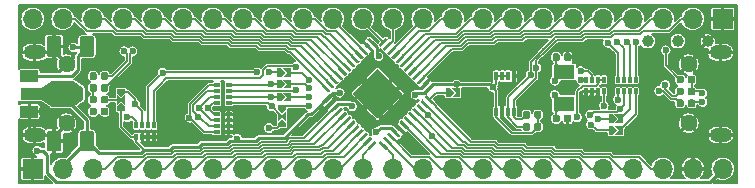
<source format=gbr>
G04 #@! TF.GenerationSoftware,KiCad,Pcbnew,(5.1.2)-2*
G04 #@! TF.CreationDate,2019-08-07T20:06:55+08:00*
G04 #@! TF.ProjectId,pillf4,70696c6c-6634-42e6-9b69-6361645f7063,rev?*
G04 #@! TF.SameCoordinates,PXffeaaef8PYff89ca48*
G04 #@! TF.FileFunction,Copper,L2,Bot*
G04 #@! TF.FilePolarity,Positive*
%FSLAX46Y46*%
G04 Gerber Fmt 4.6, Leading zero omitted, Abs format (unit mm)*
G04 Created by KiCad (PCBNEW (5.1.2)-2) date 2019-08-07 20:06:55*
%MOMM*%
%LPD*%
G04 APERTURE LIST*
%ADD10C,0.200000*%
%ADD11C,0.100000*%
%ADD12O,1.900000X1.200000*%
%ADD13C,1.450000*%
%ADD14R,0.300000X0.750000*%
%ADD15C,1.000000*%
%ADD16C,0.590000*%
%ADD17R,1.840000X2.200000*%
%ADD18R,1.500000X1.000000*%
%ADD19R,1.800000X1.000000*%
%ADD20C,0.850000*%
%ADD21R,1.800000X1.200000*%
%ADD22C,2.000000*%
%ADD23C,0.250000*%
%ADD24C,3.000000*%
%ADD25R,0.320000X0.500000*%
%ADD26R,0.500000X0.320000*%
%ADD27O,1.700000X1.700000*%
%ADD28R,1.700000X1.700000*%
%ADD29C,1.250000*%
%ADD30C,0.600000*%
%ADD31C,0.127000*%
%ADD32C,0.200000*%
%ADD33C,0.250000*%
%ADD34C,0.300000*%
G04 APERTURE END LIST*
D10*
X22462000Y-8047000D03*
D11*
G36*
X22812000Y-8047000D02*
G01*
X22462000Y-8397000D01*
X22112000Y-8397000D01*
X22112000Y-7697000D01*
X22462000Y-7697000D01*
X22812000Y-8047000D01*
X22812000Y-8047000D01*
G37*
D10*
X23037000Y-8047000D03*
D11*
G36*
X23287000Y-8397000D02*
G01*
X22587000Y-8397000D01*
X22937000Y-8047000D01*
X22587000Y-7697000D01*
X23287000Y-7697000D01*
X23287000Y-8397000D01*
X23287000Y-8397000D01*
G37*
D10*
X8897000Y-8822000D03*
D11*
G36*
X8897000Y-8472000D02*
G01*
X9247000Y-8822000D01*
X9247000Y-9172000D01*
X8547000Y-9172000D01*
X8547000Y-8822000D01*
X8897000Y-8472000D01*
X8897000Y-8472000D01*
G37*
D10*
X8897000Y-7672000D03*
D11*
G36*
X8897000Y-8022000D02*
G01*
X8547000Y-7672000D01*
X8547000Y-7322000D01*
X9247000Y-7322000D01*
X9247000Y-7672000D01*
X8897000Y-8022000D01*
X8897000Y-8022000D01*
G37*
D10*
X8897000Y-8247000D03*
D11*
G36*
X8897000Y-8347000D02*
G01*
X8547000Y-8697000D01*
X8547000Y-7797000D01*
X8897000Y-8147000D01*
X9247000Y-7797000D01*
X9247000Y-8697000D01*
X8897000Y-8347000D01*
X8897000Y-8347000D01*
G37*
D10*
X50522000Y-9847000D03*
D11*
G36*
X50872000Y-9847000D02*
G01*
X50522000Y-10197000D01*
X50172000Y-10197000D01*
X50172000Y-9497000D01*
X50522000Y-9497000D01*
X50872000Y-9847000D01*
X50872000Y-9847000D01*
G37*
D10*
X51097000Y-9847000D03*
D11*
G36*
X51347000Y-10197000D02*
G01*
X50647000Y-10197000D01*
X50997000Y-9847000D01*
X50647000Y-9497000D01*
X51347000Y-9497000D01*
X51347000Y-10197000D01*
X51347000Y-10197000D01*
G37*
D10*
X50522000Y-10847000D03*
D11*
G36*
X50872000Y-10847000D02*
G01*
X50522000Y-11197000D01*
X50172000Y-11197000D01*
X50172000Y-10497000D01*
X50522000Y-10497000D01*
X50872000Y-10847000D01*
X50872000Y-10847000D01*
G37*
D10*
X51097000Y-10847000D03*
D11*
G36*
X51347000Y-11197000D02*
G01*
X50647000Y-11197000D01*
X50997000Y-10847000D01*
X50647000Y-10497000D01*
X51347000Y-10497000D01*
X51347000Y-11197000D01*
X51347000Y-11197000D01*
G37*
D10*
X22497000Y-10222000D03*
D11*
G36*
X22497000Y-9872000D02*
G01*
X22847000Y-10222000D01*
X22847000Y-10572000D01*
X22147000Y-10572000D01*
X22147000Y-10222000D01*
X22497000Y-9872000D01*
X22497000Y-9872000D01*
G37*
D10*
X22497000Y-9072000D03*
D11*
G36*
X22497000Y-9422000D02*
G01*
X22147000Y-9072000D01*
X22147000Y-8722000D01*
X22847000Y-8722000D01*
X22847000Y-9072000D01*
X22497000Y-9422000D01*
X22497000Y-9422000D01*
G37*
D10*
X22497000Y-9647000D03*
D11*
G36*
X22497000Y-9747000D02*
G01*
X22147000Y-10097000D01*
X22147000Y-9197000D01*
X22497000Y-9547000D01*
X22847000Y-9197000D01*
X22847000Y-10097000D01*
X22497000Y-9747000D01*
X22497000Y-9747000D01*
G37*
D10*
X22462000Y-6947000D03*
D11*
G36*
X22812000Y-6947000D02*
G01*
X22462000Y-7297000D01*
X22112000Y-7297000D01*
X22112000Y-6597000D01*
X22462000Y-6597000D01*
X22812000Y-6947000D01*
X22812000Y-6947000D01*
G37*
D10*
X23037000Y-6947000D03*
D11*
G36*
X23287000Y-7297000D02*
G01*
X22587000Y-7297000D01*
X22937000Y-6947000D01*
X22587000Y-6597000D01*
X23287000Y-6597000D01*
X23287000Y-7297000D01*
X23287000Y-7297000D01*
G37*
D10*
X22462000Y-5947000D03*
D11*
G36*
X22812000Y-5947000D02*
G01*
X22462000Y-6297000D01*
X22112000Y-6297000D01*
X22112000Y-5597000D01*
X22462000Y-5597000D01*
X22812000Y-5947000D01*
X22812000Y-5947000D01*
G37*
D10*
X23037000Y-5947000D03*
D11*
G36*
X23287000Y-6297000D02*
G01*
X22587000Y-6297000D01*
X22937000Y-5947000D01*
X22587000Y-5597000D01*
X23287000Y-5597000D01*
X23287000Y-6297000D01*
X23287000Y-6297000D01*
G37*
D10*
X36762000Y-7647000D03*
D11*
G36*
X37112000Y-7647000D02*
G01*
X36762000Y-7997000D01*
X36412000Y-7997000D01*
X36412000Y-7297000D01*
X36762000Y-7297000D01*
X37112000Y-7647000D01*
X37112000Y-7647000D01*
G37*
D10*
X37337000Y-7647000D03*
D11*
G36*
X37587000Y-7997000D02*
G01*
X36887000Y-7997000D01*
X37237000Y-7647000D01*
X36887000Y-7297000D01*
X37587000Y-7297000D01*
X37587000Y-7997000D01*
X37587000Y-7997000D01*
G37*
D12*
X59634500Y-4247000D03*
X59634500Y-11247000D03*
D13*
X56934500Y-5247000D03*
X56934500Y-10247000D03*
D14*
X40647000Y-9247000D03*
X41147000Y-9247000D03*
X41647000Y-9247000D03*
X42147000Y-9247000D03*
X42147000Y-6247000D03*
X41647000Y-6247000D03*
X41147000Y-6247000D03*
X40647000Y-6247000D03*
D15*
X58547000Y-3302000D03*
D11*
G36*
X46843958Y-9527710D02*
G01*
X46858276Y-9529834D01*
X46872317Y-9533351D01*
X46885946Y-9538228D01*
X46899031Y-9544417D01*
X46911447Y-9551858D01*
X46923073Y-9560481D01*
X46933798Y-9570202D01*
X46943519Y-9580927D01*
X46952142Y-9592553D01*
X46959583Y-9604969D01*
X46965772Y-9618054D01*
X46970649Y-9631683D01*
X46974166Y-9645724D01*
X46976290Y-9660042D01*
X46977000Y-9674500D01*
X46977000Y-10019500D01*
X46976290Y-10033958D01*
X46974166Y-10048276D01*
X46970649Y-10062317D01*
X46965772Y-10075946D01*
X46959583Y-10089031D01*
X46952142Y-10101447D01*
X46943519Y-10113073D01*
X46933798Y-10123798D01*
X46923073Y-10133519D01*
X46911447Y-10142142D01*
X46899031Y-10149583D01*
X46885946Y-10155772D01*
X46872317Y-10160649D01*
X46858276Y-10164166D01*
X46843958Y-10166290D01*
X46829500Y-10167000D01*
X46534500Y-10167000D01*
X46520042Y-10166290D01*
X46505724Y-10164166D01*
X46491683Y-10160649D01*
X46478054Y-10155772D01*
X46464969Y-10149583D01*
X46452553Y-10142142D01*
X46440927Y-10133519D01*
X46430202Y-10123798D01*
X46420481Y-10113073D01*
X46411858Y-10101447D01*
X46404417Y-10089031D01*
X46398228Y-10075946D01*
X46393351Y-10062317D01*
X46389834Y-10048276D01*
X46387710Y-10033958D01*
X46387000Y-10019500D01*
X46387000Y-9674500D01*
X46387710Y-9660042D01*
X46389834Y-9645724D01*
X46393351Y-9631683D01*
X46398228Y-9618054D01*
X46404417Y-9604969D01*
X46411858Y-9592553D01*
X46420481Y-9580927D01*
X46430202Y-9570202D01*
X46440927Y-9560481D01*
X46452553Y-9551858D01*
X46464969Y-9544417D01*
X46478054Y-9538228D01*
X46491683Y-9533351D01*
X46505724Y-9529834D01*
X46520042Y-9527710D01*
X46534500Y-9527000D01*
X46829500Y-9527000D01*
X46843958Y-9527710D01*
X46843958Y-9527710D01*
G37*
D16*
X46682000Y-9847000D03*
D11*
G36*
X45873958Y-9527710D02*
G01*
X45888276Y-9529834D01*
X45902317Y-9533351D01*
X45915946Y-9538228D01*
X45929031Y-9544417D01*
X45941447Y-9551858D01*
X45953073Y-9560481D01*
X45963798Y-9570202D01*
X45973519Y-9580927D01*
X45982142Y-9592553D01*
X45989583Y-9604969D01*
X45995772Y-9618054D01*
X46000649Y-9631683D01*
X46004166Y-9645724D01*
X46006290Y-9660042D01*
X46007000Y-9674500D01*
X46007000Y-10019500D01*
X46006290Y-10033958D01*
X46004166Y-10048276D01*
X46000649Y-10062317D01*
X45995772Y-10075946D01*
X45989583Y-10089031D01*
X45982142Y-10101447D01*
X45973519Y-10113073D01*
X45963798Y-10123798D01*
X45953073Y-10133519D01*
X45941447Y-10142142D01*
X45929031Y-10149583D01*
X45915946Y-10155772D01*
X45902317Y-10160649D01*
X45888276Y-10164166D01*
X45873958Y-10166290D01*
X45859500Y-10167000D01*
X45564500Y-10167000D01*
X45550042Y-10166290D01*
X45535724Y-10164166D01*
X45521683Y-10160649D01*
X45508054Y-10155772D01*
X45494969Y-10149583D01*
X45482553Y-10142142D01*
X45470927Y-10133519D01*
X45460202Y-10123798D01*
X45450481Y-10113073D01*
X45441858Y-10101447D01*
X45434417Y-10089031D01*
X45428228Y-10075946D01*
X45423351Y-10062317D01*
X45419834Y-10048276D01*
X45417710Y-10033958D01*
X45417000Y-10019500D01*
X45417000Y-9674500D01*
X45417710Y-9660042D01*
X45419834Y-9645724D01*
X45423351Y-9631683D01*
X45428228Y-9618054D01*
X45434417Y-9604969D01*
X45441858Y-9592553D01*
X45450481Y-9580927D01*
X45460202Y-9570202D01*
X45470927Y-9560481D01*
X45482553Y-9551858D01*
X45494969Y-9544417D01*
X45508054Y-9538228D01*
X45521683Y-9533351D01*
X45535724Y-9529834D01*
X45550042Y-9527710D01*
X45564500Y-9527000D01*
X45859500Y-9527000D01*
X45873958Y-9527710D01*
X45873958Y-9527710D01*
G37*
D16*
X45712000Y-9847000D03*
D15*
X2520800Y-7747000D03*
D11*
G36*
X2020800Y-7347000D02*
G01*
X3020800Y-6647000D01*
X3020800Y-8847000D01*
X2020800Y-8147000D01*
X2020800Y-7347000D01*
X2020800Y-7347000D01*
G37*
D17*
X3930500Y-7747000D03*
D18*
X1117000Y-6247000D03*
D19*
X1263500Y-7747000D03*
D18*
X1117000Y-9247000D03*
D20*
X5264000Y-7747000D03*
D11*
G36*
X5689000Y-8247000D02*
G01*
X4839000Y-8847000D01*
X4839000Y-6647000D01*
X5689000Y-7247000D01*
X5689000Y-8247000D01*
X5689000Y-8247000D01*
G37*
D21*
X46397000Y-5897000D03*
X46397000Y-8597000D03*
D22*
X30597000Y-7747000D03*
D11*
G36*
X35199320Y-6889306D02*
G01*
X35205387Y-6890206D01*
X35211337Y-6891696D01*
X35217112Y-6893763D01*
X35222656Y-6896385D01*
X35227917Y-6899538D01*
X35232844Y-6903192D01*
X35237388Y-6907311D01*
X35325776Y-6995699D01*
X35329895Y-7000243D01*
X35333549Y-7005170D01*
X35336702Y-7010431D01*
X35339324Y-7015975D01*
X35341391Y-7021750D01*
X35342881Y-7027700D01*
X35343781Y-7033767D01*
X35344082Y-7039893D01*
X35343781Y-7046019D01*
X35342881Y-7052086D01*
X35341391Y-7058036D01*
X35339324Y-7063811D01*
X35336702Y-7069355D01*
X35333549Y-7074616D01*
X35329895Y-7079543D01*
X35325776Y-7084087D01*
X34795446Y-7614417D01*
X34790902Y-7618536D01*
X34785975Y-7622190D01*
X34780714Y-7625343D01*
X34775170Y-7627965D01*
X34769395Y-7630032D01*
X34763445Y-7631522D01*
X34757378Y-7632422D01*
X34751252Y-7632723D01*
X34745126Y-7632422D01*
X34739059Y-7631522D01*
X34733109Y-7630032D01*
X34727334Y-7627965D01*
X34721790Y-7625343D01*
X34716529Y-7622190D01*
X34711602Y-7618536D01*
X34707058Y-7614417D01*
X34618670Y-7526029D01*
X34614551Y-7521485D01*
X34610897Y-7516558D01*
X34607744Y-7511297D01*
X34605122Y-7505753D01*
X34603055Y-7499978D01*
X34601565Y-7494028D01*
X34600665Y-7487961D01*
X34600364Y-7481835D01*
X34600665Y-7475709D01*
X34601565Y-7469642D01*
X34603055Y-7463692D01*
X34605122Y-7457917D01*
X34607744Y-7452373D01*
X34610897Y-7447112D01*
X34614551Y-7442185D01*
X34618670Y-7437641D01*
X35149000Y-6907311D01*
X35153544Y-6903192D01*
X35158471Y-6899538D01*
X35163732Y-6896385D01*
X35169276Y-6893763D01*
X35175051Y-6891696D01*
X35181001Y-6890206D01*
X35187068Y-6889306D01*
X35193194Y-6889005D01*
X35199320Y-6889306D01*
X35199320Y-6889306D01*
G37*
D23*
X34972223Y-7260864D03*
D11*
G36*
X34845767Y-6535753D02*
G01*
X34851834Y-6536653D01*
X34857784Y-6538143D01*
X34863559Y-6540210D01*
X34869103Y-6542832D01*
X34874364Y-6545985D01*
X34879291Y-6549639D01*
X34883835Y-6553758D01*
X34972223Y-6642146D01*
X34976342Y-6646690D01*
X34979996Y-6651617D01*
X34983149Y-6656878D01*
X34985771Y-6662422D01*
X34987838Y-6668197D01*
X34989328Y-6674147D01*
X34990228Y-6680214D01*
X34990529Y-6686340D01*
X34990228Y-6692466D01*
X34989328Y-6698533D01*
X34987838Y-6704483D01*
X34985771Y-6710258D01*
X34983149Y-6715802D01*
X34979996Y-6721063D01*
X34976342Y-6725990D01*
X34972223Y-6730534D01*
X34441893Y-7260864D01*
X34437349Y-7264983D01*
X34432422Y-7268637D01*
X34427161Y-7271790D01*
X34421617Y-7274412D01*
X34415842Y-7276479D01*
X34409892Y-7277969D01*
X34403825Y-7278869D01*
X34397699Y-7279170D01*
X34391573Y-7278869D01*
X34385506Y-7277969D01*
X34379556Y-7276479D01*
X34373781Y-7274412D01*
X34368237Y-7271790D01*
X34362976Y-7268637D01*
X34358049Y-7264983D01*
X34353505Y-7260864D01*
X34265117Y-7172476D01*
X34260998Y-7167932D01*
X34257344Y-7163005D01*
X34254191Y-7157744D01*
X34251569Y-7152200D01*
X34249502Y-7146425D01*
X34248012Y-7140475D01*
X34247112Y-7134408D01*
X34246811Y-7128282D01*
X34247112Y-7122156D01*
X34248012Y-7116089D01*
X34249502Y-7110139D01*
X34251569Y-7104364D01*
X34254191Y-7098820D01*
X34257344Y-7093559D01*
X34260998Y-7088632D01*
X34265117Y-7084088D01*
X34795447Y-6553758D01*
X34799991Y-6549639D01*
X34804918Y-6545985D01*
X34810179Y-6542832D01*
X34815723Y-6540210D01*
X34821498Y-6538143D01*
X34827448Y-6536653D01*
X34833515Y-6535753D01*
X34839641Y-6535452D01*
X34845767Y-6535753D01*
X34845767Y-6535753D01*
G37*
D23*
X34618670Y-6907311D03*
D11*
G36*
X34492213Y-6182199D02*
G01*
X34498280Y-6183099D01*
X34504230Y-6184589D01*
X34510005Y-6186656D01*
X34515549Y-6189278D01*
X34520810Y-6192431D01*
X34525737Y-6196085D01*
X34530281Y-6200204D01*
X34618669Y-6288592D01*
X34622788Y-6293136D01*
X34626442Y-6298063D01*
X34629595Y-6303324D01*
X34632217Y-6308868D01*
X34634284Y-6314643D01*
X34635774Y-6320593D01*
X34636674Y-6326660D01*
X34636975Y-6332786D01*
X34636674Y-6338912D01*
X34635774Y-6344979D01*
X34634284Y-6350929D01*
X34632217Y-6356704D01*
X34629595Y-6362248D01*
X34626442Y-6367509D01*
X34622788Y-6372436D01*
X34618669Y-6376980D01*
X34088339Y-6907310D01*
X34083795Y-6911429D01*
X34078868Y-6915083D01*
X34073607Y-6918236D01*
X34068063Y-6920858D01*
X34062288Y-6922925D01*
X34056338Y-6924415D01*
X34050271Y-6925315D01*
X34044145Y-6925616D01*
X34038019Y-6925315D01*
X34031952Y-6924415D01*
X34026002Y-6922925D01*
X34020227Y-6920858D01*
X34014683Y-6918236D01*
X34009422Y-6915083D01*
X34004495Y-6911429D01*
X33999951Y-6907310D01*
X33911563Y-6818922D01*
X33907444Y-6814378D01*
X33903790Y-6809451D01*
X33900637Y-6804190D01*
X33898015Y-6798646D01*
X33895948Y-6792871D01*
X33894458Y-6786921D01*
X33893558Y-6780854D01*
X33893257Y-6774728D01*
X33893558Y-6768602D01*
X33894458Y-6762535D01*
X33895948Y-6756585D01*
X33898015Y-6750810D01*
X33900637Y-6745266D01*
X33903790Y-6740005D01*
X33907444Y-6735078D01*
X33911563Y-6730534D01*
X34441893Y-6200204D01*
X34446437Y-6196085D01*
X34451364Y-6192431D01*
X34456625Y-6189278D01*
X34462169Y-6186656D01*
X34467944Y-6184589D01*
X34473894Y-6183099D01*
X34479961Y-6182199D01*
X34486087Y-6181898D01*
X34492213Y-6182199D01*
X34492213Y-6182199D01*
G37*
D23*
X34265116Y-6553757D03*
D11*
G36*
X34138660Y-5828646D02*
G01*
X34144727Y-5829546D01*
X34150677Y-5831036D01*
X34156452Y-5833103D01*
X34161996Y-5835725D01*
X34167257Y-5838878D01*
X34172184Y-5842532D01*
X34176728Y-5846651D01*
X34265116Y-5935039D01*
X34269235Y-5939583D01*
X34272889Y-5944510D01*
X34276042Y-5949771D01*
X34278664Y-5955315D01*
X34280731Y-5961090D01*
X34282221Y-5967040D01*
X34283121Y-5973107D01*
X34283422Y-5979233D01*
X34283121Y-5985359D01*
X34282221Y-5991426D01*
X34280731Y-5997376D01*
X34278664Y-6003151D01*
X34276042Y-6008695D01*
X34272889Y-6013956D01*
X34269235Y-6018883D01*
X34265116Y-6023427D01*
X33734786Y-6553757D01*
X33730242Y-6557876D01*
X33725315Y-6561530D01*
X33720054Y-6564683D01*
X33714510Y-6567305D01*
X33708735Y-6569372D01*
X33702785Y-6570862D01*
X33696718Y-6571762D01*
X33690592Y-6572063D01*
X33684466Y-6571762D01*
X33678399Y-6570862D01*
X33672449Y-6569372D01*
X33666674Y-6567305D01*
X33661130Y-6564683D01*
X33655869Y-6561530D01*
X33650942Y-6557876D01*
X33646398Y-6553757D01*
X33558010Y-6465369D01*
X33553891Y-6460825D01*
X33550237Y-6455898D01*
X33547084Y-6450637D01*
X33544462Y-6445093D01*
X33542395Y-6439318D01*
X33540905Y-6433368D01*
X33540005Y-6427301D01*
X33539704Y-6421175D01*
X33540005Y-6415049D01*
X33540905Y-6408982D01*
X33542395Y-6403032D01*
X33544462Y-6397257D01*
X33547084Y-6391713D01*
X33550237Y-6386452D01*
X33553891Y-6381525D01*
X33558010Y-6376981D01*
X34088340Y-5846651D01*
X34092884Y-5842532D01*
X34097811Y-5838878D01*
X34103072Y-5835725D01*
X34108616Y-5833103D01*
X34114391Y-5831036D01*
X34120341Y-5829546D01*
X34126408Y-5828646D01*
X34132534Y-5828345D01*
X34138660Y-5828646D01*
X34138660Y-5828646D01*
G37*
D23*
X33911563Y-6200204D03*
D11*
G36*
X33785107Y-5475093D02*
G01*
X33791174Y-5475993D01*
X33797124Y-5477483D01*
X33802899Y-5479550D01*
X33808443Y-5482172D01*
X33813704Y-5485325D01*
X33818631Y-5488979D01*
X33823175Y-5493098D01*
X33911563Y-5581486D01*
X33915682Y-5586030D01*
X33919336Y-5590957D01*
X33922489Y-5596218D01*
X33925111Y-5601762D01*
X33927178Y-5607537D01*
X33928668Y-5613487D01*
X33929568Y-5619554D01*
X33929869Y-5625680D01*
X33929568Y-5631806D01*
X33928668Y-5637873D01*
X33927178Y-5643823D01*
X33925111Y-5649598D01*
X33922489Y-5655142D01*
X33919336Y-5660403D01*
X33915682Y-5665330D01*
X33911563Y-5669874D01*
X33381233Y-6200204D01*
X33376689Y-6204323D01*
X33371762Y-6207977D01*
X33366501Y-6211130D01*
X33360957Y-6213752D01*
X33355182Y-6215819D01*
X33349232Y-6217309D01*
X33343165Y-6218209D01*
X33337039Y-6218510D01*
X33330913Y-6218209D01*
X33324846Y-6217309D01*
X33318896Y-6215819D01*
X33313121Y-6213752D01*
X33307577Y-6211130D01*
X33302316Y-6207977D01*
X33297389Y-6204323D01*
X33292845Y-6200204D01*
X33204457Y-6111816D01*
X33200338Y-6107272D01*
X33196684Y-6102345D01*
X33193531Y-6097084D01*
X33190909Y-6091540D01*
X33188842Y-6085765D01*
X33187352Y-6079815D01*
X33186452Y-6073748D01*
X33186151Y-6067622D01*
X33186452Y-6061496D01*
X33187352Y-6055429D01*
X33188842Y-6049479D01*
X33190909Y-6043704D01*
X33193531Y-6038160D01*
X33196684Y-6032899D01*
X33200338Y-6027972D01*
X33204457Y-6023428D01*
X33734787Y-5493098D01*
X33739331Y-5488979D01*
X33744258Y-5485325D01*
X33749519Y-5482172D01*
X33755063Y-5479550D01*
X33760838Y-5477483D01*
X33766788Y-5475993D01*
X33772855Y-5475093D01*
X33778981Y-5474792D01*
X33785107Y-5475093D01*
X33785107Y-5475093D01*
G37*
D23*
X33558010Y-5846651D03*
D11*
G36*
X33431553Y-5121539D02*
G01*
X33437620Y-5122439D01*
X33443570Y-5123929D01*
X33449345Y-5125996D01*
X33454889Y-5128618D01*
X33460150Y-5131771D01*
X33465077Y-5135425D01*
X33469621Y-5139544D01*
X33558009Y-5227932D01*
X33562128Y-5232476D01*
X33565782Y-5237403D01*
X33568935Y-5242664D01*
X33571557Y-5248208D01*
X33573624Y-5253983D01*
X33575114Y-5259933D01*
X33576014Y-5266000D01*
X33576315Y-5272126D01*
X33576014Y-5278252D01*
X33575114Y-5284319D01*
X33573624Y-5290269D01*
X33571557Y-5296044D01*
X33568935Y-5301588D01*
X33565782Y-5306849D01*
X33562128Y-5311776D01*
X33558009Y-5316320D01*
X33027679Y-5846650D01*
X33023135Y-5850769D01*
X33018208Y-5854423D01*
X33012947Y-5857576D01*
X33007403Y-5860198D01*
X33001628Y-5862265D01*
X32995678Y-5863755D01*
X32989611Y-5864655D01*
X32983485Y-5864956D01*
X32977359Y-5864655D01*
X32971292Y-5863755D01*
X32965342Y-5862265D01*
X32959567Y-5860198D01*
X32954023Y-5857576D01*
X32948762Y-5854423D01*
X32943835Y-5850769D01*
X32939291Y-5846650D01*
X32850903Y-5758262D01*
X32846784Y-5753718D01*
X32843130Y-5748791D01*
X32839977Y-5743530D01*
X32837355Y-5737986D01*
X32835288Y-5732211D01*
X32833798Y-5726261D01*
X32832898Y-5720194D01*
X32832597Y-5714068D01*
X32832898Y-5707942D01*
X32833798Y-5701875D01*
X32835288Y-5695925D01*
X32837355Y-5690150D01*
X32839977Y-5684606D01*
X32843130Y-5679345D01*
X32846784Y-5674418D01*
X32850903Y-5669874D01*
X33381233Y-5139544D01*
X33385777Y-5135425D01*
X33390704Y-5131771D01*
X33395965Y-5128618D01*
X33401509Y-5125996D01*
X33407284Y-5123929D01*
X33413234Y-5122439D01*
X33419301Y-5121539D01*
X33425427Y-5121238D01*
X33431553Y-5121539D01*
X33431553Y-5121539D01*
G37*
D23*
X33204456Y-5493097D03*
D11*
G36*
X33078000Y-4767986D02*
G01*
X33084067Y-4768886D01*
X33090017Y-4770376D01*
X33095792Y-4772443D01*
X33101336Y-4775065D01*
X33106597Y-4778218D01*
X33111524Y-4781872D01*
X33116068Y-4785991D01*
X33204456Y-4874379D01*
X33208575Y-4878923D01*
X33212229Y-4883850D01*
X33215382Y-4889111D01*
X33218004Y-4894655D01*
X33220071Y-4900430D01*
X33221561Y-4906380D01*
X33222461Y-4912447D01*
X33222762Y-4918573D01*
X33222461Y-4924699D01*
X33221561Y-4930766D01*
X33220071Y-4936716D01*
X33218004Y-4942491D01*
X33215382Y-4948035D01*
X33212229Y-4953296D01*
X33208575Y-4958223D01*
X33204456Y-4962767D01*
X32674126Y-5493097D01*
X32669582Y-5497216D01*
X32664655Y-5500870D01*
X32659394Y-5504023D01*
X32653850Y-5506645D01*
X32648075Y-5508712D01*
X32642125Y-5510202D01*
X32636058Y-5511102D01*
X32629932Y-5511403D01*
X32623806Y-5511102D01*
X32617739Y-5510202D01*
X32611789Y-5508712D01*
X32606014Y-5506645D01*
X32600470Y-5504023D01*
X32595209Y-5500870D01*
X32590282Y-5497216D01*
X32585738Y-5493097D01*
X32497350Y-5404709D01*
X32493231Y-5400165D01*
X32489577Y-5395238D01*
X32486424Y-5389977D01*
X32483802Y-5384433D01*
X32481735Y-5378658D01*
X32480245Y-5372708D01*
X32479345Y-5366641D01*
X32479044Y-5360515D01*
X32479345Y-5354389D01*
X32480245Y-5348322D01*
X32481735Y-5342372D01*
X32483802Y-5336597D01*
X32486424Y-5331053D01*
X32489577Y-5325792D01*
X32493231Y-5320865D01*
X32497350Y-5316321D01*
X33027680Y-4785991D01*
X33032224Y-4781872D01*
X33037151Y-4778218D01*
X33042412Y-4775065D01*
X33047956Y-4772443D01*
X33053731Y-4770376D01*
X33059681Y-4768886D01*
X33065748Y-4767986D01*
X33071874Y-4767685D01*
X33078000Y-4767986D01*
X33078000Y-4767986D01*
G37*
D23*
X32850903Y-5139544D03*
D11*
G36*
X32724446Y-4414432D02*
G01*
X32730513Y-4415332D01*
X32736463Y-4416822D01*
X32742238Y-4418889D01*
X32747782Y-4421511D01*
X32753043Y-4424664D01*
X32757970Y-4428318D01*
X32762514Y-4432437D01*
X32850902Y-4520825D01*
X32855021Y-4525369D01*
X32858675Y-4530296D01*
X32861828Y-4535557D01*
X32864450Y-4541101D01*
X32866517Y-4546876D01*
X32868007Y-4552826D01*
X32868907Y-4558893D01*
X32869208Y-4565019D01*
X32868907Y-4571145D01*
X32868007Y-4577212D01*
X32866517Y-4583162D01*
X32864450Y-4588937D01*
X32861828Y-4594481D01*
X32858675Y-4599742D01*
X32855021Y-4604669D01*
X32850902Y-4609213D01*
X32320572Y-5139543D01*
X32316028Y-5143662D01*
X32311101Y-5147316D01*
X32305840Y-5150469D01*
X32300296Y-5153091D01*
X32294521Y-5155158D01*
X32288571Y-5156648D01*
X32282504Y-5157548D01*
X32276378Y-5157849D01*
X32270252Y-5157548D01*
X32264185Y-5156648D01*
X32258235Y-5155158D01*
X32252460Y-5153091D01*
X32246916Y-5150469D01*
X32241655Y-5147316D01*
X32236728Y-5143662D01*
X32232184Y-5139543D01*
X32143796Y-5051155D01*
X32139677Y-5046611D01*
X32136023Y-5041684D01*
X32132870Y-5036423D01*
X32130248Y-5030879D01*
X32128181Y-5025104D01*
X32126691Y-5019154D01*
X32125791Y-5013087D01*
X32125490Y-5006961D01*
X32125791Y-5000835D01*
X32126691Y-4994768D01*
X32128181Y-4988818D01*
X32130248Y-4983043D01*
X32132870Y-4977499D01*
X32136023Y-4972238D01*
X32139677Y-4967311D01*
X32143796Y-4962767D01*
X32674126Y-4432437D01*
X32678670Y-4428318D01*
X32683597Y-4424664D01*
X32688858Y-4421511D01*
X32694402Y-4418889D01*
X32700177Y-4416822D01*
X32706127Y-4415332D01*
X32712194Y-4414432D01*
X32718320Y-4414131D01*
X32724446Y-4414432D01*
X32724446Y-4414432D01*
G37*
D23*
X32497349Y-4785990D03*
D11*
G36*
X32370893Y-4060879D02*
G01*
X32376960Y-4061779D01*
X32382910Y-4063269D01*
X32388685Y-4065336D01*
X32394229Y-4067958D01*
X32399490Y-4071111D01*
X32404417Y-4074765D01*
X32408961Y-4078884D01*
X32497349Y-4167272D01*
X32501468Y-4171816D01*
X32505122Y-4176743D01*
X32508275Y-4182004D01*
X32510897Y-4187548D01*
X32512964Y-4193323D01*
X32514454Y-4199273D01*
X32515354Y-4205340D01*
X32515655Y-4211466D01*
X32515354Y-4217592D01*
X32514454Y-4223659D01*
X32512964Y-4229609D01*
X32510897Y-4235384D01*
X32508275Y-4240928D01*
X32505122Y-4246189D01*
X32501468Y-4251116D01*
X32497349Y-4255660D01*
X31967019Y-4785990D01*
X31962475Y-4790109D01*
X31957548Y-4793763D01*
X31952287Y-4796916D01*
X31946743Y-4799538D01*
X31940968Y-4801605D01*
X31935018Y-4803095D01*
X31928951Y-4803995D01*
X31922825Y-4804296D01*
X31916699Y-4803995D01*
X31910632Y-4803095D01*
X31904682Y-4801605D01*
X31898907Y-4799538D01*
X31893363Y-4796916D01*
X31888102Y-4793763D01*
X31883175Y-4790109D01*
X31878631Y-4785990D01*
X31790243Y-4697602D01*
X31786124Y-4693058D01*
X31782470Y-4688131D01*
X31779317Y-4682870D01*
X31776695Y-4677326D01*
X31774628Y-4671551D01*
X31773138Y-4665601D01*
X31772238Y-4659534D01*
X31771937Y-4653408D01*
X31772238Y-4647282D01*
X31773138Y-4641215D01*
X31774628Y-4635265D01*
X31776695Y-4629490D01*
X31779317Y-4623946D01*
X31782470Y-4618685D01*
X31786124Y-4613758D01*
X31790243Y-4609214D01*
X32320573Y-4078884D01*
X32325117Y-4074765D01*
X32330044Y-4071111D01*
X32335305Y-4067958D01*
X32340849Y-4065336D01*
X32346624Y-4063269D01*
X32352574Y-4061779D01*
X32358641Y-4060879D01*
X32364767Y-4060578D01*
X32370893Y-4060879D01*
X32370893Y-4060879D01*
G37*
D23*
X32143796Y-4432437D03*
D11*
G36*
X32017340Y-3707326D02*
G01*
X32023407Y-3708226D01*
X32029357Y-3709716D01*
X32035132Y-3711783D01*
X32040676Y-3714405D01*
X32045937Y-3717558D01*
X32050864Y-3721212D01*
X32055408Y-3725331D01*
X32143796Y-3813719D01*
X32147915Y-3818263D01*
X32151569Y-3823190D01*
X32154722Y-3828451D01*
X32157344Y-3833995D01*
X32159411Y-3839770D01*
X32160901Y-3845720D01*
X32161801Y-3851787D01*
X32162102Y-3857913D01*
X32161801Y-3864039D01*
X32160901Y-3870106D01*
X32159411Y-3876056D01*
X32157344Y-3881831D01*
X32154722Y-3887375D01*
X32151569Y-3892636D01*
X32147915Y-3897563D01*
X32143796Y-3902107D01*
X31613466Y-4432437D01*
X31608922Y-4436556D01*
X31603995Y-4440210D01*
X31598734Y-4443363D01*
X31593190Y-4445985D01*
X31587415Y-4448052D01*
X31581465Y-4449542D01*
X31575398Y-4450442D01*
X31569272Y-4450743D01*
X31563146Y-4450442D01*
X31557079Y-4449542D01*
X31551129Y-4448052D01*
X31545354Y-4445985D01*
X31539810Y-4443363D01*
X31534549Y-4440210D01*
X31529622Y-4436556D01*
X31525078Y-4432437D01*
X31436690Y-4344049D01*
X31432571Y-4339505D01*
X31428917Y-4334578D01*
X31425764Y-4329317D01*
X31423142Y-4323773D01*
X31421075Y-4317998D01*
X31419585Y-4312048D01*
X31418685Y-4305981D01*
X31418384Y-4299855D01*
X31418685Y-4293729D01*
X31419585Y-4287662D01*
X31421075Y-4281712D01*
X31423142Y-4275937D01*
X31425764Y-4270393D01*
X31428917Y-4265132D01*
X31432571Y-4260205D01*
X31436690Y-4255661D01*
X31967020Y-3725331D01*
X31971564Y-3721212D01*
X31976491Y-3717558D01*
X31981752Y-3714405D01*
X31987296Y-3711783D01*
X31993071Y-3709716D01*
X31999021Y-3708226D01*
X32005088Y-3707326D01*
X32011214Y-3707025D01*
X32017340Y-3707326D01*
X32017340Y-3707326D01*
G37*
D23*
X31790243Y-4078884D03*
D11*
G36*
X31663786Y-3353772D02*
G01*
X31669853Y-3354672D01*
X31675803Y-3356162D01*
X31681578Y-3358229D01*
X31687122Y-3360851D01*
X31692383Y-3364004D01*
X31697310Y-3367658D01*
X31701854Y-3371777D01*
X31790242Y-3460165D01*
X31794361Y-3464709D01*
X31798015Y-3469636D01*
X31801168Y-3474897D01*
X31803790Y-3480441D01*
X31805857Y-3486216D01*
X31807347Y-3492166D01*
X31808247Y-3498233D01*
X31808548Y-3504359D01*
X31808247Y-3510485D01*
X31807347Y-3516552D01*
X31805857Y-3522502D01*
X31803790Y-3528277D01*
X31801168Y-3533821D01*
X31798015Y-3539082D01*
X31794361Y-3544009D01*
X31790242Y-3548553D01*
X31259912Y-4078883D01*
X31255368Y-4083002D01*
X31250441Y-4086656D01*
X31245180Y-4089809D01*
X31239636Y-4092431D01*
X31233861Y-4094498D01*
X31227911Y-4095988D01*
X31221844Y-4096888D01*
X31215718Y-4097189D01*
X31209592Y-4096888D01*
X31203525Y-4095988D01*
X31197575Y-4094498D01*
X31191800Y-4092431D01*
X31186256Y-4089809D01*
X31180995Y-4086656D01*
X31176068Y-4083002D01*
X31171524Y-4078883D01*
X31083136Y-3990495D01*
X31079017Y-3985951D01*
X31075363Y-3981024D01*
X31072210Y-3975763D01*
X31069588Y-3970219D01*
X31067521Y-3964444D01*
X31066031Y-3958494D01*
X31065131Y-3952427D01*
X31064830Y-3946301D01*
X31065131Y-3940175D01*
X31066031Y-3934108D01*
X31067521Y-3928158D01*
X31069588Y-3922383D01*
X31072210Y-3916839D01*
X31075363Y-3911578D01*
X31079017Y-3906651D01*
X31083136Y-3902107D01*
X31613466Y-3371777D01*
X31618010Y-3367658D01*
X31622937Y-3364004D01*
X31628198Y-3360851D01*
X31633742Y-3358229D01*
X31639517Y-3356162D01*
X31645467Y-3354672D01*
X31651534Y-3353772D01*
X31657660Y-3353471D01*
X31663786Y-3353772D01*
X31663786Y-3353772D01*
G37*
D23*
X31436689Y-3725330D03*
D11*
G36*
X31310233Y-3000219D02*
G01*
X31316300Y-3001119D01*
X31322250Y-3002609D01*
X31328025Y-3004676D01*
X31333569Y-3007298D01*
X31338830Y-3010451D01*
X31343757Y-3014105D01*
X31348301Y-3018224D01*
X31436689Y-3106612D01*
X31440808Y-3111156D01*
X31444462Y-3116083D01*
X31447615Y-3121344D01*
X31450237Y-3126888D01*
X31452304Y-3132663D01*
X31453794Y-3138613D01*
X31454694Y-3144680D01*
X31454995Y-3150806D01*
X31454694Y-3156932D01*
X31453794Y-3162999D01*
X31452304Y-3168949D01*
X31450237Y-3174724D01*
X31447615Y-3180268D01*
X31444462Y-3185529D01*
X31440808Y-3190456D01*
X31436689Y-3195000D01*
X30906359Y-3725330D01*
X30901815Y-3729449D01*
X30896888Y-3733103D01*
X30891627Y-3736256D01*
X30886083Y-3738878D01*
X30880308Y-3740945D01*
X30874358Y-3742435D01*
X30868291Y-3743335D01*
X30862165Y-3743636D01*
X30856039Y-3743335D01*
X30849972Y-3742435D01*
X30844022Y-3740945D01*
X30838247Y-3738878D01*
X30832703Y-3736256D01*
X30827442Y-3733103D01*
X30822515Y-3729449D01*
X30817971Y-3725330D01*
X30729583Y-3636942D01*
X30725464Y-3632398D01*
X30721810Y-3627471D01*
X30718657Y-3622210D01*
X30716035Y-3616666D01*
X30713968Y-3610891D01*
X30712478Y-3604941D01*
X30711578Y-3598874D01*
X30711277Y-3592748D01*
X30711578Y-3586622D01*
X30712478Y-3580555D01*
X30713968Y-3574605D01*
X30716035Y-3568830D01*
X30718657Y-3563286D01*
X30721810Y-3558025D01*
X30725464Y-3553098D01*
X30729583Y-3548554D01*
X31259913Y-3018224D01*
X31264457Y-3014105D01*
X31269384Y-3010451D01*
X31274645Y-3007298D01*
X31280189Y-3004676D01*
X31285964Y-3002609D01*
X31291914Y-3001119D01*
X31297981Y-3000219D01*
X31304107Y-2999918D01*
X31310233Y-3000219D01*
X31310233Y-3000219D01*
G37*
D23*
X31083136Y-3371777D03*
D11*
G36*
X29896019Y-3000219D02*
G01*
X29902086Y-3001119D01*
X29908036Y-3002609D01*
X29913811Y-3004676D01*
X29919355Y-3007298D01*
X29924616Y-3010451D01*
X29929543Y-3014105D01*
X29934087Y-3018224D01*
X30464417Y-3548554D01*
X30468536Y-3553098D01*
X30472190Y-3558025D01*
X30475343Y-3563286D01*
X30477965Y-3568830D01*
X30480032Y-3574605D01*
X30481522Y-3580555D01*
X30482422Y-3586622D01*
X30482723Y-3592748D01*
X30482422Y-3598874D01*
X30481522Y-3604941D01*
X30480032Y-3610891D01*
X30477965Y-3616666D01*
X30475343Y-3622210D01*
X30472190Y-3627471D01*
X30468536Y-3632398D01*
X30464417Y-3636942D01*
X30376029Y-3725330D01*
X30371485Y-3729449D01*
X30366558Y-3733103D01*
X30361297Y-3736256D01*
X30355753Y-3738878D01*
X30349978Y-3740945D01*
X30344028Y-3742435D01*
X30337961Y-3743335D01*
X30331835Y-3743636D01*
X30325709Y-3743335D01*
X30319642Y-3742435D01*
X30313692Y-3740945D01*
X30307917Y-3738878D01*
X30302373Y-3736256D01*
X30297112Y-3733103D01*
X30292185Y-3729449D01*
X30287641Y-3725330D01*
X29757311Y-3195000D01*
X29753192Y-3190456D01*
X29749538Y-3185529D01*
X29746385Y-3180268D01*
X29743763Y-3174724D01*
X29741696Y-3168949D01*
X29740206Y-3162999D01*
X29739306Y-3156932D01*
X29739005Y-3150806D01*
X29739306Y-3144680D01*
X29740206Y-3138613D01*
X29741696Y-3132663D01*
X29743763Y-3126888D01*
X29746385Y-3121344D01*
X29749538Y-3116083D01*
X29753192Y-3111156D01*
X29757311Y-3106612D01*
X29845699Y-3018224D01*
X29850243Y-3014105D01*
X29855170Y-3010451D01*
X29860431Y-3007298D01*
X29865975Y-3004676D01*
X29871750Y-3002609D01*
X29877700Y-3001119D01*
X29883767Y-3000219D01*
X29889893Y-2999918D01*
X29896019Y-3000219D01*
X29896019Y-3000219D01*
G37*
D23*
X30110864Y-3371777D03*
D11*
G36*
X29542466Y-3353772D02*
G01*
X29548533Y-3354672D01*
X29554483Y-3356162D01*
X29560258Y-3358229D01*
X29565802Y-3360851D01*
X29571063Y-3364004D01*
X29575990Y-3367658D01*
X29580534Y-3371777D01*
X30110864Y-3902107D01*
X30114983Y-3906651D01*
X30118637Y-3911578D01*
X30121790Y-3916839D01*
X30124412Y-3922383D01*
X30126479Y-3928158D01*
X30127969Y-3934108D01*
X30128869Y-3940175D01*
X30129170Y-3946301D01*
X30128869Y-3952427D01*
X30127969Y-3958494D01*
X30126479Y-3964444D01*
X30124412Y-3970219D01*
X30121790Y-3975763D01*
X30118637Y-3981024D01*
X30114983Y-3985951D01*
X30110864Y-3990495D01*
X30022476Y-4078883D01*
X30017932Y-4083002D01*
X30013005Y-4086656D01*
X30007744Y-4089809D01*
X30002200Y-4092431D01*
X29996425Y-4094498D01*
X29990475Y-4095988D01*
X29984408Y-4096888D01*
X29978282Y-4097189D01*
X29972156Y-4096888D01*
X29966089Y-4095988D01*
X29960139Y-4094498D01*
X29954364Y-4092431D01*
X29948820Y-4089809D01*
X29943559Y-4086656D01*
X29938632Y-4083002D01*
X29934088Y-4078883D01*
X29403758Y-3548553D01*
X29399639Y-3544009D01*
X29395985Y-3539082D01*
X29392832Y-3533821D01*
X29390210Y-3528277D01*
X29388143Y-3522502D01*
X29386653Y-3516552D01*
X29385753Y-3510485D01*
X29385452Y-3504359D01*
X29385753Y-3498233D01*
X29386653Y-3492166D01*
X29388143Y-3486216D01*
X29390210Y-3480441D01*
X29392832Y-3474897D01*
X29395985Y-3469636D01*
X29399639Y-3464709D01*
X29403758Y-3460165D01*
X29492146Y-3371777D01*
X29496690Y-3367658D01*
X29501617Y-3364004D01*
X29506878Y-3360851D01*
X29512422Y-3358229D01*
X29518197Y-3356162D01*
X29524147Y-3354672D01*
X29530214Y-3353772D01*
X29536340Y-3353471D01*
X29542466Y-3353772D01*
X29542466Y-3353772D01*
G37*
D23*
X29757311Y-3725330D03*
D11*
G36*
X29188912Y-3707326D02*
G01*
X29194979Y-3708226D01*
X29200929Y-3709716D01*
X29206704Y-3711783D01*
X29212248Y-3714405D01*
X29217509Y-3717558D01*
X29222436Y-3721212D01*
X29226980Y-3725331D01*
X29757310Y-4255661D01*
X29761429Y-4260205D01*
X29765083Y-4265132D01*
X29768236Y-4270393D01*
X29770858Y-4275937D01*
X29772925Y-4281712D01*
X29774415Y-4287662D01*
X29775315Y-4293729D01*
X29775616Y-4299855D01*
X29775315Y-4305981D01*
X29774415Y-4312048D01*
X29772925Y-4317998D01*
X29770858Y-4323773D01*
X29768236Y-4329317D01*
X29765083Y-4334578D01*
X29761429Y-4339505D01*
X29757310Y-4344049D01*
X29668922Y-4432437D01*
X29664378Y-4436556D01*
X29659451Y-4440210D01*
X29654190Y-4443363D01*
X29648646Y-4445985D01*
X29642871Y-4448052D01*
X29636921Y-4449542D01*
X29630854Y-4450442D01*
X29624728Y-4450743D01*
X29618602Y-4450442D01*
X29612535Y-4449542D01*
X29606585Y-4448052D01*
X29600810Y-4445985D01*
X29595266Y-4443363D01*
X29590005Y-4440210D01*
X29585078Y-4436556D01*
X29580534Y-4432437D01*
X29050204Y-3902107D01*
X29046085Y-3897563D01*
X29042431Y-3892636D01*
X29039278Y-3887375D01*
X29036656Y-3881831D01*
X29034589Y-3876056D01*
X29033099Y-3870106D01*
X29032199Y-3864039D01*
X29031898Y-3857913D01*
X29032199Y-3851787D01*
X29033099Y-3845720D01*
X29034589Y-3839770D01*
X29036656Y-3833995D01*
X29039278Y-3828451D01*
X29042431Y-3823190D01*
X29046085Y-3818263D01*
X29050204Y-3813719D01*
X29138592Y-3725331D01*
X29143136Y-3721212D01*
X29148063Y-3717558D01*
X29153324Y-3714405D01*
X29158868Y-3711783D01*
X29164643Y-3709716D01*
X29170593Y-3708226D01*
X29176660Y-3707326D01*
X29182786Y-3707025D01*
X29188912Y-3707326D01*
X29188912Y-3707326D01*
G37*
D23*
X29403757Y-4078884D03*
D11*
G36*
X28835359Y-4060879D02*
G01*
X28841426Y-4061779D01*
X28847376Y-4063269D01*
X28853151Y-4065336D01*
X28858695Y-4067958D01*
X28863956Y-4071111D01*
X28868883Y-4074765D01*
X28873427Y-4078884D01*
X29403757Y-4609214D01*
X29407876Y-4613758D01*
X29411530Y-4618685D01*
X29414683Y-4623946D01*
X29417305Y-4629490D01*
X29419372Y-4635265D01*
X29420862Y-4641215D01*
X29421762Y-4647282D01*
X29422063Y-4653408D01*
X29421762Y-4659534D01*
X29420862Y-4665601D01*
X29419372Y-4671551D01*
X29417305Y-4677326D01*
X29414683Y-4682870D01*
X29411530Y-4688131D01*
X29407876Y-4693058D01*
X29403757Y-4697602D01*
X29315369Y-4785990D01*
X29310825Y-4790109D01*
X29305898Y-4793763D01*
X29300637Y-4796916D01*
X29295093Y-4799538D01*
X29289318Y-4801605D01*
X29283368Y-4803095D01*
X29277301Y-4803995D01*
X29271175Y-4804296D01*
X29265049Y-4803995D01*
X29258982Y-4803095D01*
X29253032Y-4801605D01*
X29247257Y-4799538D01*
X29241713Y-4796916D01*
X29236452Y-4793763D01*
X29231525Y-4790109D01*
X29226981Y-4785990D01*
X28696651Y-4255660D01*
X28692532Y-4251116D01*
X28688878Y-4246189D01*
X28685725Y-4240928D01*
X28683103Y-4235384D01*
X28681036Y-4229609D01*
X28679546Y-4223659D01*
X28678646Y-4217592D01*
X28678345Y-4211466D01*
X28678646Y-4205340D01*
X28679546Y-4199273D01*
X28681036Y-4193323D01*
X28683103Y-4187548D01*
X28685725Y-4182004D01*
X28688878Y-4176743D01*
X28692532Y-4171816D01*
X28696651Y-4167272D01*
X28785039Y-4078884D01*
X28789583Y-4074765D01*
X28794510Y-4071111D01*
X28799771Y-4067958D01*
X28805315Y-4065336D01*
X28811090Y-4063269D01*
X28817040Y-4061779D01*
X28823107Y-4060879D01*
X28829233Y-4060578D01*
X28835359Y-4060879D01*
X28835359Y-4060879D01*
G37*
D23*
X29050204Y-4432437D03*
D11*
G36*
X28481806Y-4414432D02*
G01*
X28487873Y-4415332D01*
X28493823Y-4416822D01*
X28499598Y-4418889D01*
X28505142Y-4421511D01*
X28510403Y-4424664D01*
X28515330Y-4428318D01*
X28519874Y-4432437D01*
X29050204Y-4962767D01*
X29054323Y-4967311D01*
X29057977Y-4972238D01*
X29061130Y-4977499D01*
X29063752Y-4983043D01*
X29065819Y-4988818D01*
X29067309Y-4994768D01*
X29068209Y-5000835D01*
X29068510Y-5006961D01*
X29068209Y-5013087D01*
X29067309Y-5019154D01*
X29065819Y-5025104D01*
X29063752Y-5030879D01*
X29061130Y-5036423D01*
X29057977Y-5041684D01*
X29054323Y-5046611D01*
X29050204Y-5051155D01*
X28961816Y-5139543D01*
X28957272Y-5143662D01*
X28952345Y-5147316D01*
X28947084Y-5150469D01*
X28941540Y-5153091D01*
X28935765Y-5155158D01*
X28929815Y-5156648D01*
X28923748Y-5157548D01*
X28917622Y-5157849D01*
X28911496Y-5157548D01*
X28905429Y-5156648D01*
X28899479Y-5155158D01*
X28893704Y-5153091D01*
X28888160Y-5150469D01*
X28882899Y-5147316D01*
X28877972Y-5143662D01*
X28873428Y-5139543D01*
X28343098Y-4609213D01*
X28338979Y-4604669D01*
X28335325Y-4599742D01*
X28332172Y-4594481D01*
X28329550Y-4588937D01*
X28327483Y-4583162D01*
X28325993Y-4577212D01*
X28325093Y-4571145D01*
X28324792Y-4565019D01*
X28325093Y-4558893D01*
X28325993Y-4552826D01*
X28327483Y-4546876D01*
X28329550Y-4541101D01*
X28332172Y-4535557D01*
X28335325Y-4530296D01*
X28338979Y-4525369D01*
X28343098Y-4520825D01*
X28431486Y-4432437D01*
X28436030Y-4428318D01*
X28440957Y-4424664D01*
X28446218Y-4421511D01*
X28451762Y-4418889D01*
X28457537Y-4416822D01*
X28463487Y-4415332D01*
X28469554Y-4414432D01*
X28475680Y-4414131D01*
X28481806Y-4414432D01*
X28481806Y-4414432D01*
G37*
D23*
X28696651Y-4785990D03*
D11*
G36*
X28128252Y-4767986D02*
G01*
X28134319Y-4768886D01*
X28140269Y-4770376D01*
X28146044Y-4772443D01*
X28151588Y-4775065D01*
X28156849Y-4778218D01*
X28161776Y-4781872D01*
X28166320Y-4785991D01*
X28696650Y-5316321D01*
X28700769Y-5320865D01*
X28704423Y-5325792D01*
X28707576Y-5331053D01*
X28710198Y-5336597D01*
X28712265Y-5342372D01*
X28713755Y-5348322D01*
X28714655Y-5354389D01*
X28714956Y-5360515D01*
X28714655Y-5366641D01*
X28713755Y-5372708D01*
X28712265Y-5378658D01*
X28710198Y-5384433D01*
X28707576Y-5389977D01*
X28704423Y-5395238D01*
X28700769Y-5400165D01*
X28696650Y-5404709D01*
X28608262Y-5493097D01*
X28603718Y-5497216D01*
X28598791Y-5500870D01*
X28593530Y-5504023D01*
X28587986Y-5506645D01*
X28582211Y-5508712D01*
X28576261Y-5510202D01*
X28570194Y-5511102D01*
X28564068Y-5511403D01*
X28557942Y-5511102D01*
X28551875Y-5510202D01*
X28545925Y-5508712D01*
X28540150Y-5506645D01*
X28534606Y-5504023D01*
X28529345Y-5500870D01*
X28524418Y-5497216D01*
X28519874Y-5493097D01*
X27989544Y-4962767D01*
X27985425Y-4958223D01*
X27981771Y-4953296D01*
X27978618Y-4948035D01*
X27975996Y-4942491D01*
X27973929Y-4936716D01*
X27972439Y-4930766D01*
X27971539Y-4924699D01*
X27971238Y-4918573D01*
X27971539Y-4912447D01*
X27972439Y-4906380D01*
X27973929Y-4900430D01*
X27975996Y-4894655D01*
X27978618Y-4889111D01*
X27981771Y-4883850D01*
X27985425Y-4878923D01*
X27989544Y-4874379D01*
X28077932Y-4785991D01*
X28082476Y-4781872D01*
X28087403Y-4778218D01*
X28092664Y-4775065D01*
X28098208Y-4772443D01*
X28103983Y-4770376D01*
X28109933Y-4768886D01*
X28116000Y-4767986D01*
X28122126Y-4767685D01*
X28128252Y-4767986D01*
X28128252Y-4767986D01*
G37*
D23*
X28343097Y-5139544D03*
D11*
G36*
X27774699Y-5121539D02*
G01*
X27780766Y-5122439D01*
X27786716Y-5123929D01*
X27792491Y-5125996D01*
X27798035Y-5128618D01*
X27803296Y-5131771D01*
X27808223Y-5135425D01*
X27812767Y-5139544D01*
X28343097Y-5669874D01*
X28347216Y-5674418D01*
X28350870Y-5679345D01*
X28354023Y-5684606D01*
X28356645Y-5690150D01*
X28358712Y-5695925D01*
X28360202Y-5701875D01*
X28361102Y-5707942D01*
X28361403Y-5714068D01*
X28361102Y-5720194D01*
X28360202Y-5726261D01*
X28358712Y-5732211D01*
X28356645Y-5737986D01*
X28354023Y-5743530D01*
X28350870Y-5748791D01*
X28347216Y-5753718D01*
X28343097Y-5758262D01*
X28254709Y-5846650D01*
X28250165Y-5850769D01*
X28245238Y-5854423D01*
X28239977Y-5857576D01*
X28234433Y-5860198D01*
X28228658Y-5862265D01*
X28222708Y-5863755D01*
X28216641Y-5864655D01*
X28210515Y-5864956D01*
X28204389Y-5864655D01*
X28198322Y-5863755D01*
X28192372Y-5862265D01*
X28186597Y-5860198D01*
X28181053Y-5857576D01*
X28175792Y-5854423D01*
X28170865Y-5850769D01*
X28166321Y-5846650D01*
X27635991Y-5316320D01*
X27631872Y-5311776D01*
X27628218Y-5306849D01*
X27625065Y-5301588D01*
X27622443Y-5296044D01*
X27620376Y-5290269D01*
X27618886Y-5284319D01*
X27617986Y-5278252D01*
X27617685Y-5272126D01*
X27617986Y-5266000D01*
X27618886Y-5259933D01*
X27620376Y-5253983D01*
X27622443Y-5248208D01*
X27625065Y-5242664D01*
X27628218Y-5237403D01*
X27631872Y-5232476D01*
X27635991Y-5227932D01*
X27724379Y-5139544D01*
X27728923Y-5135425D01*
X27733850Y-5131771D01*
X27739111Y-5128618D01*
X27744655Y-5125996D01*
X27750430Y-5123929D01*
X27756380Y-5122439D01*
X27762447Y-5121539D01*
X27768573Y-5121238D01*
X27774699Y-5121539D01*
X27774699Y-5121539D01*
G37*
D23*
X27989544Y-5493097D03*
D11*
G36*
X27421145Y-5475093D02*
G01*
X27427212Y-5475993D01*
X27433162Y-5477483D01*
X27438937Y-5479550D01*
X27444481Y-5482172D01*
X27449742Y-5485325D01*
X27454669Y-5488979D01*
X27459213Y-5493098D01*
X27989543Y-6023428D01*
X27993662Y-6027972D01*
X27997316Y-6032899D01*
X28000469Y-6038160D01*
X28003091Y-6043704D01*
X28005158Y-6049479D01*
X28006648Y-6055429D01*
X28007548Y-6061496D01*
X28007849Y-6067622D01*
X28007548Y-6073748D01*
X28006648Y-6079815D01*
X28005158Y-6085765D01*
X28003091Y-6091540D01*
X28000469Y-6097084D01*
X27997316Y-6102345D01*
X27993662Y-6107272D01*
X27989543Y-6111816D01*
X27901155Y-6200204D01*
X27896611Y-6204323D01*
X27891684Y-6207977D01*
X27886423Y-6211130D01*
X27880879Y-6213752D01*
X27875104Y-6215819D01*
X27869154Y-6217309D01*
X27863087Y-6218209D01*
X27856961Y-6218510D01*
X27850835Y-6218209D01*
X27844768Y-6217309D01*
X27838818Y-6215819D01*
X27833043Y-6213752D01*
X27827499Y-6211130D01*
X27822238Y-6207977D01*
X27817311Y-6204323D01*
X27812767Y-6200204D01*
X27282437Y-5669874D01*
X27278318Y-5665330D01*
X27274664Y-5660403D01*
X27271511Y-5655142D01*
X27268889Y-5649598D01*
X27266822Y-5643823D01*
X27265332Y-5637873D01*
X27264432Y-5631806D01*
X27264131Y-5625680D01*
X27264432Y-5619554D01*
X27265332Y-5613487D01*
X27266822Y-5607537D01*
X27268889Y-5601762D01*
X27271511Y-5596218D01*
X27274664Y-5590957D01*
X27278318Y-5586030D01*
X27282437Y-5581486D01*
X27370825Y-5493098D01*
X27375369Y-5488979D01*
X27380296Y-5485325D01*
X27385557Y-5482172D01*
X27391101Y-5479550D01*
X27396876Y-5477483D01*
X27402826Y-5475993D01*
X27408893Y-5475093D01*
X27415019Y-5474792D01*
X27421145Y-5475093D01*
X27421145Y-5475093D01*
G37*
D23*
X27635990Y-5846651D03*
D11*
G36*
X27067592Y-5828646D02*
G01*
X27073659Y-5829546D01*
X27079609Y-5831036D01*
X27085384Y-5833103D01*
X27090928Y-5835725D01*
X27096189Y-5838878D01*
X27101116Y-5842532D01*
X27105660Y-5846651D01*
X27635990Y-6376981D01*
X27640109Y-6381525D01*
X27643763Y-6386452D01*
X27646916Y-6391713D01*
X27649538Y-6397257D01*
X27651605Y-6403032D01*
X27653095Y-6408982D01*
X27653995Y-6415049D01*
X27654296Y-6421175D01*
X27653995Y-6427301D01*
X27653095Y-6433368D01*
X27651605Y-6439318D01*
X27649538Y-6445093D01*
X27646916Y-6450637D01*
X27643763Y-6455898D01*
X27640109Y-6460825D01*
X27635990Y-6465369D01*
X27547602Y-6553757D01*
X27543058Y-6557876D01*
X27538131Y-6561530D01*
X27532870Y-6564683D01*
X27527326Y-6567305D01*
X27521551Y-6569372D01*
X27515601Y-6570862D01*
X27509534Y-6571762D01*
X27503408Y-6572063D01*
X27497282Y-6571762D01*
X27491215Y-6570862D01*
X27485265Y-6569372D01*
X27479490Y-6567305D01*
X27473946Y-6564683D01*
X27468685Y-6561530D01*
X27463758Y-6557876D01*
X27459214Y-6553757D01*
X26928884Y-6023427D01*
X26924765Y-6018883D01*
X26921111Y-6013956D01*
X26917958Y-6008695D01*
X26915336Y-6003151D01*
X26913269Y-5997376D01*
X26911779Y-5991426D01*
X26910879Y-5985359D01*
X26910578Y-5979233D01*
X26910879Y-5973107D01*
X26911779Y-5967040D01*
X26913269Y-5961090D01*
X26915336Y-5955315D01*
X26917958Y-5949771D01*
X26921111Y-5944510D01*
X26924765Y-5939583D01*
X26928884Y-5935039D01*
X27017272Y-5846651D01*
X27021816Y-5842532D01*
X27026743Y-5838878D01*
X27032004Y-5835725D01*
X27037548Y-5833103D01*
X27043323Y-5831036D01*
X27049273Y-5829546D01*
X27055340Y-5828646D01*
X27061466Y-5828345D01*
X27067592Y-5828646D01*
X27067592Y-5828646D01*
G37*
D23*
X27282437Y-6200204D03*
D11*
G36*
X26714039Y-6182199D02*
G01*
X26720106Y-6183099D01*
X26726056Y-6184589D01*
X26731831Y-6186656D01*
X26737375Y-6189278D01*
X26742636Y-6192431D01*
X26747563Y-6196085D01*
X26752107Y-6200204D01*
X27282437Y-6730534D01*
X27286556Y-6735078D01*
X27290210Y-6740005D01*
X27293363Y-6745266D01*
X27295985Y-6750810D01*
X27298052Y-6756585D01*
X27299542Y-6762535D01*
X27300442Y-6768602D01*
X27300743Y-6774728D01*
X27300442Y-6780854D01*
X27299542Y-6786921D01*
X27298052Y-6792871D01*
X27295985Y-6798646D01*
X27293363Y-6804190D01*
X27290210Y-6809451D01*
X27286556Y-6814378D01*
X27282437Y-6818922D01*
X27194049Y-6907310D01*
X27189505Y-6911429D01*
X27184578Y-6915083D01*
X27179317Y-6918236D01*
X27173773Y-6920858D01*
X27167998Y-6922925D01*
X27162048Y-6924415D01*
X27155981Y-6925315D01*
X27149855Y-6925616D01*
X27143729Y-6925315D01*
X27137662Y-6924415D01*
X27131712Y-6922925D01*
X27125937Y-6920858D01*
X27120393Y-6918236D01*
X27115132Y-6915083D01*
X27110205Y-6911429D01*
X27105661Y-6907310D01*
X26575331Y-6376980D01*
X26571212Y-6372436D01*
X26567558Y-6367509D01*
X26564405Y-6362248D01*
X26561783Y-6356704D01*
X26559716Y-6350929D01*
X26558226Y-6344979D01*
X26557326Y-6338912D01*
X26557025Y-6332786D01*
X26557326Y-6326660D01*
X26558226Y-6320593D01*
X26559716Y-6314643D01*
X26561783Y-6308868D01*
X26564405Y-6303324D01*
X26567558Y-6298063D01*
X26571212Y-6293136D01*
X26575331Y-6288592D01*
X26663719Y-6200204D01*
X26668263Y-6196085D01*
X26673190Y-6192431D01*
X26678451Y-6189278D01*
X26683995Y-6186656D01*
X26689770Y-6184589D01*
X26695720Y-6183099D01*
X26701787Y-6182199D01*
X26707913Y-6181898D01*
X26714039Y-6182199D01*
X26714039Y-6182199D01*
G37*
D23*
X26928884Y-6553757D03*
D11*
G36*
X26360485Y-6535753D02*
G01*
X26366552Y-6536653D01*
X26372502Y-6538143D01*
X26378277Y-6540210D01*
X26383821Y-6542832D01*
X26389082Y-6545985D01*
X26394009Y-6549639D01*
X26398553Y-6553758D01*
X26928883Y-7084088D01*
X26933002Y-7088632D01*
X26936656Y-7093559D01*
X26939809Y-7098820D01*
X26942431Y-7104364D01*
X26944498Y-7110139D01*
X26945988Y-7116089D01*
X26946888Y-7122156D01*
X26947189Y-7128282D01*
X26946888Y-7134408D01*
X26945988Y-7140475D01*
X26944498Y-7146425D01*
X26942431Y-7152200D01*
X26939809Y-7157744D01*
X26936656Y-7163005D01*
X26933002Y-7167932D01*
X26928883Y-7172476D01*
X26840495Y-7260864D01*
X26835951Y-7264983D01*
X26831024Y-7268637D01*
X26825763Y-7271790D01*
X26820219Y-7274412D01*
X26814444Y-7276479D01*
X26808494Y-7277969D01*
X26802427Y-7278869D01*
X26796301Y-7279170D01*
X26790175Y-7278869D01*
X26784108Y-7277969D01*
X26778158Y-7276479D01*
X26772383Y-7274412D01*
X26766839Y-7271790D01*
X26761578Y-7268637D01*
X26756651Y-7264983D01*
X26752107Y-7260864D01*
X26221777Y-6730534D01*
X26217658Y-6725990D01*
X26214004Y-6721063D01*
X26210851Y-6715802D01*
X26208229Y-6710258D01*
X26206162Y-6704483D01*
X26204672Y-6698533D01*
X26203772Y-6692466D01*
X26203471Y-6686340D01*
X26203772Y-6680214D01*
X26204672Y-6674147D01*
X26206162Y-6668197D01*
X26208229Y-6662422D01*
X26210851Y-6656878D01*
X26214004Y-6651617D01*
X26217658Y-6646690D01*
X26221777Y-6642146D01*
X26310165Y-6553758D01*
X26314709Y-6549639D01*
X26319636Y-6545985D01*
X26324897Y-6542832D01*
X26330441Y-6540210D01*
X26336216Y-6538143D01*
X26342166Y-6536653D01*
X26348233Y-6535753D01*
X26354359Y-6535452D01*
X26360485Y-6535753D01*
X26360485Y-6535753D01*
G37*
D23*
X26575330Y-6907311D03*
D11*
G36*
X26006932Y-6889306D02*
G01*
X26012999Y-6890206D01*
X26018949Y-6891696D01*
X26024724Y-6893763D01*
X26030268Y-6896385D01*
X26035529Y-6899538D01*
X26040456Y-6903192D01*
X26045000Y-6907311D01*
X26575330Y-7437641D01*
X26579449Y-7442185D01*
X26583103Y-7447112D01*
X26586256Y-7452373D01*
X26588878Y-7457917D01*
X26590945Y-7463692D01*
X26592435Y-7469642D01*
X26593335Y-7475709D01*
X26593636Y-7481835D01*
X26593335Y-7487961D01*
X26592435Y-7494028D01*
X26590945Y-7499978D01*
X26588878Y-7505753D01*
X26586256Y-7511297D01*
X26583103Y-7516558D01*
X26579449Y-7521485D01*
X26575330Y-7526029D01*
X26486942Y-7614417D01*
X26482398Y-7618536D01*
X26477471Y-7622190D01*
X26472210Y-7625343D01*
X26466666Y-7627965D01*
X26460891Y-7630032D01*
X26454941Y-7631522D01*
X26448874Y-7632422D01*
X26442748Y-7632723D01*
X26436622Y-7632422D01*
X26430555Y-7631522D01*
X26424605Y-7630032D01*
X26418830Y-7627965D01*
X26413286Y-7625343D01*
X26408025Y-7622190D01*
X26403098Y-7618536D01*
X26398554Y-7614417D01*
X25868224Y-7084087D01*
X25864105Y-7079543D01*
X25860451Y-7074616D01*
X25857298Y-7069355D01*
X25854676Y-7063811D01*
X25852609Y-7058036D01*
X25851119Y-7052086D01*
X25850219Y-7046019D01*
X25849918Y-7039893D01*
X25850219Y-7033767D01*
X25851119Y-7027700D01*
X25852609Y-7021750D01*
X25854676Y-7015975D01*
X25857298Y-7010431D01*
X25860451Y-7005170D01*
X25864105Y-7000243D01*
X25868224Y-6995699D01*
X25956612Y-6907311D01*
X25961156Y-6903192D01*
X25966083Y-6899538D01*
X25971344Y-6896385D01*
X25976888Y-6893763D01*
X25982663Y-6891696D01*
X25988613Y-6890206D01*
X25994680Y-6889306D01*
X26000806Y-6889005D01*
X26006932Y-6889306D01*
X26006932Y-6889306D01*
G37*
D23*
X26221777Y-7260864D03*
D11*
G36*
X26448874Y-7861578D02*
G01*
X26454941Y-7862478D01*
X26460891Y-7863968D01*
X26466666Y-7866035D01*
X26472210Y-7868657D01*
X26477471Y-7871810D01*
X26482398Y-7875464D01*
X26486942Y-7879583D01*
X26575330Y-7967971D01*
X26579449Y-7972515D01*
X26583103Y-7977442D01*
X26586256Y-7982703D01*
X26588878Y-7988247D01*
X26590945Y-7994022D01*
X26592435Y-7999972D01*
X26593335Y-8006039D01*
X26593636Y-8012165D01*
X26593335Y-8018291D01*
X26592435Y-8024358D01*
X26590945Y-8030308D01*
X26588878Y-8036083D01*
X26586256Y-8041627D01*
X26583103Y-8046888D01*
X26579449Y-8051815D01*
X26575330Y-8056359D01*
X26045000Y-8586689D01*
X26040456Y-8590808D01*
X26035529Y-8594462D01*
X26030268Y-8597615D01*
X26024724Y-8600237D01*
X26018949Y-8602304D01*
X26012999Y-8603794D01*
X26006932Y-8604694D01*
X26000806Y-8604995D01*
X25994680Y-8604694D01*
X25988613Y-8603794D01*
X25982663Y-8602304D01*
X25976888Y-8600237D01*
X25971344Y-8597615D01*
X25966083Y-8594462D01*
X25961156Y-8590808D01*
X25956612Y-8586689D01*
X25868224Y-8498301D01*
X25864105Y-8493757D01*
X25860451Y-8488830D01*
X25857298Y-8483569D01*
X25854676Y-8478025D01*
X25852609Y-8472250D01*
X25851119Y-8466300D01*
X25850219Y-8460233D01*
X25849918Y-8454107D01*
X25850219Y-8447981D01*
X25851119Y-8441914D01*
X25852609Y-8435964D01*
X25854676Y-8430189D01*
X25857298Y-8424645D01*
X25860451Y-8419384D01*
X25864105Y-8414457D01*
X25868224Y-8409913D01*
X26398554Y-7879583D01*
X26403098Y-7875464D01*
X26408025Y-7871810D01*
X26413286Y-7868657D01*
X26418830Y-7866035D01*
X26424605Y-7863968D01*
X26430555Y-7862478D01*
X26436622Y-7861578D01*
X26442748Y-7861277D01*
X26448874Y-7861578D01*
X26448874Y-7861578D01*
G37*
D23*
X26221777Y-8233136D03*
D11*
G36*
X26802427Y-8215131D02*
G01*
X26808494Y-8216031D01*
X26814444Y-8217521D01*
X26820219Y-8219588D01*
X26825763Y-8222210D01*
X26831024Y-8225363D01*
X26835951Y-8229017D01*
X26840495Y-8233136D01*
X26928883Y-8321524D01*
X26933002Y-8326068D01*
X26936656Y-8330995D01*
X26939809Y-8336256D01*
X26942431Y-8341800D01*
X26944498Y-8347575D01*
X26945988Y-8353525D01*
X26946888Y-8359592D01*
X26947189Y-8365718D01*
X26946888Y-8371844D01*
X26945988Y-8377911D01*
X26944498Y-8383861D01*
X26942431Y-8389636D01*
X26939809Y-8395180D01*
X26936656Y-8400441D01*
X26933002Y-8405368D01*
X26928883Y-8409912D01*
X26398553Y-8940242D01*
X26394009Y-8944361D01*
X26389082Y-8948015D01*
X26383821Y-8951168D01*
X26378277Y-8953790D01*
X26372502Y-8955857D01*
X26366552Y-8957347D01*
X26360485Y-8958247D01*
X26354359Y-8958548D01*
X26348233Y-8958247D01*
X26342166Y-8957347D01*
X26336216Y-8955857D01*
X26330441Y-8953790D01*
X26324897Y-8951168D01*
X26319636Y-8948015D01*
X26314709Y-8944361D01*
X26310165Y-8940242D01*
X26221777Y-8851854D01*
X26217658Y-8847310D01*
X26214004Y-8842383D01*
X26210851Y-8837122D01*
X26208229Y-8831578D01*
X26206162Y-8825803D01*
X26204672Y-8819853D01*
X26203772Y-8813786D01*
X26203471Y-8807660D01*
X26203772Y-8801534D01*
X26204672Y-8795467D01*
X26206162Y-8789517D01*
X26208229Y-8783742D01*
X26210851Y-8778198D01*
X26214004Y-8772937D01*
X26217658Y-8768010D01*
X26221777Y-8763466D01*
X26752107Y-8233136D01*
X26756651Y-8229017D01*
X26761578Y-8225363D01*
X26766839Y-8222210D01*
X26772383Y-8219588D01*
X26778158Y-8217521D01*
X26784108Y-8216031D01*
X26790175Y-8215131D01*
X26796301Y-8214830D01*
X26802427Y-8215131D01*
X26802427Y-8215131D01*
G37*
D23*
X26575330Y-8586689D03*
D11*
G36*
X27155981Y-8568685D02*
G01*
X27162048Y-8569585D01*
X27167998Y-8571075D01*
X27173773Y-8573142D01*
X27179317Y-8575764D01*
X27184578Y-8578917D01*
X27189505Y-8582571D01*
X27194049Y-8586690D01*
X27282437Y-8675078D01*
X27286556Y-8679622D01*
X27290210Y-8684549D01*
X27293363Y-8689810D01*
X27295985Y-8695354D01*
X27298052Y-8701129D01*
X27299542Y-8707079D01*
X27300442Y-8713146D01*
X27300743Y-8719272D01*
X27300442Y-8725398D01*
X27299542Y-8731465D01*
X27298052Y-8737415D01*
X27295985Y-8743190D01*
X27293363Y-8748734D01*
X27290210Y-8753995D01*
X27286556Y-8758922D01*
X27282437Y-8763466D01*
X26752107Y-9293796D01*
X26747563Y-9297915D01*
X26742636Y-9301569D01*
X26737375Y-9304722D01*
X26731831Y-9307344D01*
X26726056Y-9309411D01*
X26720106Y-9310901D01*
X26714039Y-9311801D01*
X26707913Y-9312102D01*
X26701787Y-9311801D01*
X26695720Y-9310901D01*
X26689770Y-9309411D01*
X26683995Y-9307344D01*
X26678451Y-9304722D01*
X26673190Y-9301569D01*
X26668263Y-9297915D01*
X26663719Y-9293796D01*
X26575331Y-9205408D01*
X26571212Y-9200864D01*
X26567558Y-9195937D01*
X26564405Y-9190676D01*
X26561783Y-9185132D01*
X26559716Y-9179357D01*
X26558226Y-9173407D01*
X26557326Y-9167340D01*
X26557025Y-9161214D01*
X26557326Y-9155088D01*
X26558226Y-9149021D01*
X26559716Y-9143071D01*
X26561783Y-9137296D01*
X26564405Y-9131752D01*
X26567558Y-9126491D01*
X26571212Y-9121564D01*
X26575331Y-9117020D01*
X27105661Y-8586690D01*
X27110205Y-8582571D01*
X27115132Y-8578917D01*
X27120393Y-8575764D01*
X27125937Y-8573142D01*
X27131712Y-8571075D01*
X27137662Y-8569585D01*
X27143729Y-8568685D01*
X27149855Y-8568384D01*
X27155981Y-8568685D01*
X27155981Y-8568685D01*
G37*
D23*
X26928884Y-8940243D03*
D11*
G36*
X27509534Y-8922238D02*
G01*
X27515601Y-8923138D01*
X27521551Y-8924628D01*
X27527326Y-8926695D01*
X27532870Y-8929317D01*
X27538131Y-8932470D01*
X27543058Y-8936124D01*
X27547602Y-8940243D01*
X27635990Y-9028631D01*
X27640109Y-9033175D01*
X27643763Y-9038102D01*
X27646916Y-9043363D01*
X27649538Y-9048907D01*
X27651605Y-9054682D01*
X27653095Y-9060632D01*
X27653995Y-9066699D01*
X27654296Y-9072825D01*
X27653995Y-9078951D01*
X27653095Y-9085018D01*
X27651605Y-9090968D01*
X27649538Y-9096743D01*
X27646916Y-9102287D01*
X27643763Y-9107548D01*
X27640109Y-9112475D01*
X27635990Y-9117019D01*
X27105660Y-9647349D01*
X27101116Y-9651468D01*
X27096189Y-9655122D01*
X27090928Y-9658275D01*
X27085384Y-9660897D01*
X27079609Y-9662964D01*
X27073659Y-9664454D01*
X27067592Y-9665354D01*
X27061466Y-9665655D01*
X27055340Y-9665354D01*
X27049273Y-9664454D01*
X27043323Y-9662964D01*
X27037548Y-9660897D01*
X27032004Y-9658275D01*
X27026743Y-9655122D01*
X27021816Y-9651468D01*
X27017272Y-9647349D01*
X26928884Y-9558961D01*
X26924765Y-9554417D01*
X26921111Y-9549490D01*
X26917958Y-9544229D01*
X26915336Y-9538685D01*
X26913269Y-9532910D01*
X26911779Y-9526960D01*
X26910879Y-9520893D01*
X26910578Y-9514767D01*
X26910879Y-9508641D01*
X26911779Y-9502574D01*
X26913269Y-9496624D01*
X26915336Y-9490849D01*
X26917958Y-9485305D01*
X26921111Y-9480044D01*
X26924765Y-9475117D01*
X26928884Y-9470573D01*
X27459214Y-8940243D01*
X27463758Y-8936124D01*
X27468685Y-8932470D01*
X27473946Y-8929317D01*
X27479490Y-8926695D01*
X27485265Y-8924628D01*
X27491215Y-8923138D01*
X27497282Y-8922238D01*
X27503408Y-8921937D01*
X27509534Y-8922238D01*
X27509534Y-8922238D01*
G37*
D23*
X27282437Y-9293796D03*
D11*
G36*
X27863087Y-9275791D02*
G01*
X27869154Y-9276691D01*
X27875104Y-9278181D01*
X27880879Y-9280248D01*
X27886423Y-9282870D01*
X27891684Y-9286023D01*
X27896611Y-9289677D01*
X27901155Y-9293796D01*
X27989543Y-9382184D01*
X27993662Y-9386728D01*
X27997316Y-9391655D01*
X28000469Y-9396916D01*
X28003091Y-9402460D01*
X28005158Y-9408235D01*
X28006648Y-9414185D01*
X28007548Y-9420252D01*
X28007849Y-9426378D01*
X28007548Y-9432504D01*
X28006648Y-9438571D01*
X28005158Y-9444521D01*
X28003091Y-9450296D01*
X28000469Y-9455840D01*
X27997316Y-9461101D01*
X27993662Y-9466028D01*
X27989543Y-9470572D01*
X27459213Y-10000902D01*
X27454669Y-10005021D01*
X27449742Y-10008675D01*
X27444481Y-10011828D01*
X27438937Y-10014450D01*
X27433162Y-10016517D01*
X27427212Y-10018007D01*
X27421145Y-10018907D01*
X27415019Y-10019208D01*
X27408893Y-10018907D01*
X27402826Y-10018007D01*
X27396876Y-10016517D01*
X27391101Y-10014450D01*
X27385557Y-10011828D01*
X27380296Y-10008675D01*
X27375369Y-10005021D01*
X27370825Y-10000902D01*
X27282437Y-9912514D01*
X27278318Y-9907970D01*
X27274664Y-9903043D01*
X27271511Y-9897782D01*
X27268889Y-9892238D01*
X27266822Y-9886463D01*
X27265332Y-9880513D01*
X27264432Y-9874446D01*
X27264131Y-9868320D01*
X27264432Y-9862194D01*
X27265332Y-9856127D01*
X27266822Y-9850177D01*
X27268889Y-9844402D01*
X27271511Y-9838858D01*
X27274664Y-9833597D01*
X27278318Y-9828670D01*
X27282437Y-9824126D01*
X27812767Y-9293796D01*
X27817311Y-9289677D01*
X27822238Y-9286023D01*
X27827499Y-9282870D01*
X27833043Y-9280248D01*
X27838818Y-9278181D01*
X27844768Y-9276691D01*
X27850835Y-9275791D01*
X27856961Y-9275490D01*
X27863087Y-9275791D01*
X27863087Y-9275791D01*
G37*
D23*
X27635990Y-9647349D03*
D11*
G36*
X28216641Y-9629345D02*
G01*
X28222708Y-9630245D01*
X28228658Y-9631735D01*
X28234433Y-9633802D01*
X28239977Y-9636424D01*
X28245238Y-9639577D01*
X28250165Y-9643231D01*
X28254709Y-9647350D01*
X28343097Y-9735738D01*
X28347216Y-9740282D01*
X28350870Y-9745209D01*
X28354023Y-9750470D01*
X28356645Y-9756014D01*
X28358712Y-9761789D01*
X28360202Y-9767739D01*
X28361102Y-9773806D01*
X28361403Y-9779932D01*
X28361102Y-9786058D01*
X28360202Y-9792125D01*
X28358712Y-9798075D01*
X28356645Y-9803850D01*
X28354023Y-9809394D01*
X28350870Y-9814655D01*
X28347216Y-9819582D01*
X28343097Y-9824126D01*
X27812767Y-10354456D01*
X27808223Y-10358575D01*
X27803296Y-10362229D01*
X27798035Y-10365382D01*
X27792491Y-10368004D01*
X27786716Y-10370071D01*
X27780766Y-10371561D01*
X27774699Y-10372461D01*
X27768573Y-10372762D01*
X27762447Y-10372461D01*
X27756380Y-10371561D01*
X27750430Y-10370071D01*
X27744655Y-10368004D01*
X27739111Y-10365382D01*
X27733850Y-10362229D01*
X27728923Y-10358575D01*
X27724379Y-10354456D01*
X27635991Y-10266068D01*
X27631872Y-10261524D01*
X27628218Y-10256597D01*
X27625065Y-10251336D01*
X27622443Y-10245792D01*
X27620376Y-10240017D01*
X27618886Y-10234067D01*
X27617986Y-10228000D01*
X27617685Y-10221874D01*
X27617986Y-10215748D01*
X27618886Y-10209681D01*
X27620376Y-10203731D01*
X27622443Y-10197956D01*
X27625065Y-10192412D01*
X27628218Y-10187151D01*
X27631872Y-10182224D01*
X27635991Y-10177680D01*
X28166321Y-9647350D01*
X28170865Y-9643231D01*
X28175792Y-9639577D01*
X28181053Y-9636424D01*
X28186597Y-9633802D01*
X28192372Y-9631735D01*
X28198322Y-9630245D01*
X28204389Y-9629345D01*
X28210515Y-9629044D01*
X28216641Y-9629345D01*
X28216641Y-9629345D01*
G37*
D23*
X27989544Y-10000903D03*
D11*
G36*
X28570194Y-9982898D02*
G01*
X28576261Y-9983798D01*
X28582211Y-9985288D01*
X28587986Y-9987355D01*
X28593530Y-9989977D01*
X28598791Y-9993130D01*
X28603718Y-9996784D01*
X28608262Y-10000903D01*
X28696650Y-10089291D01*
X28700769Y-10093835D01*
X28704423Y-10098762D01*
X28707576Y-10104023D01*
X28710198Y-10109567D01*
X28712265Y-10115342D01*
X28713755Y-10121292D01*
X28714655Y-10127359D01*
X28714956Y-10133485D01*
X28714655Y-10139611D01*
X28713755Y-10145678D01*
X28712265Y-10151628D01*
X28710198Y-10157403D01*
X28707576Y-10162947D01*
X28704423Y-10168208D01*
X28700769Y-10173135D01*
X28696650Y-10177679D01*
X28166320Y-10708009D01*
X28161776Y-10712128D01*
X28156849Y-10715782D01*
X28151588Y-10718935D01*
X28146044Y-10721557D01*
X28140269Y-10723624D01*
X28134319Y-10725114D01*
X28128252Y-10726014D01*
X28122126Y-10726315D01*
X28116000Y-10726014D01*
X28109933Y-10725114D01*
X28103983Y-10723624D01*
X28098208Y-10721557D01*
X28092664Y-10718935D01*
X28087403Y-10715782D01*
X28082476Y-10712128D01*
X28077932Y-10708009D01*
X27989544Y-10619621D01*
X27985425Y-10615077D01*
X27981771Y-10610150D01*
X27978618Y-10604889D01*
X27975996Y-10599345D01*
X27973929Y-10593570D01*
X27972439Y-10587620D01*
X27971539Y-10581553D01*
X27971238Y-10575427D01*
X27971539Y-10569301D01*
X27972439Y-10563234D01*
X27973929Y-10557284D01*
X27975996Y-10551509D01*
X27978618Y-10545965D01*
X27981771Y-10540704D01*
X27985425Y-10535777D01*
X27989544Y-10531233D01*
X28519874Y-10000903D01*
X28524418Y-9996784D01*
X28529345Y-9993130D01*
X28534606Y-9989977D01*
X28540150Y-9987355D01*
X28545925Y-9985288D01*
X28551875Y-9983798D01*
X28557942Y-9982898D01*
X28564068Y-9982597D01*
X28570194Y-9982898D01*
X28570194Y-9982898D01*
G37*
D23*
X28343097Y-10354456D03*
D11*
G36*
X28923748Y-10336452D02*
G01*
X28929815Y-10337352D01*
X28935765Y-10338842D01*
X28941540Y-10340909D01*
X28947084Y-10343531D01*
X28952345Y-10346684D01*
X28957272Y-10350338D01*
X28961816Y-10354457D01*
X29050204Y-10442845D01*
X29054323Y-10447389D01*
X29057977Y-10452316D01*
X29061130Y-10457577D01*
X29063752Y-10463121D01*
X29065819Y-10468896D01*
X29067309Y-10474846D01*
X29068209Y-10480913D01*
X29068510Y-10487039D01*
X29068209Y-10493165D01*
X29067309Y-10499232D01*
X29065819Y-10505182D01*
X29063752Y-10510957D01*
X29061130Y-10516501D01*
X29057977Y-10521762D01*
X29054323Y-10526689D01*
X29050204Y-10531233D01*
X28519874Y-11061563D01*
X28515330Y-11065682D01*
X28510403Y-11069336D01*
X28505142Y-11072489D01*
X28499598Y-11075111D01*
X28493823Y-11077178D01*
X28487873Y-11078668D01*
X28481806Y-11079568D01*
X28475680Y-11079869D01*
X28469554Y-11079568D01*
X28463487Y-11078668D01*
X28457537Y-11077178D01*
X28451762Y-11075111D01*
X28446218Y-11072489D01*
X28440957Y-11069336D01*
X28436030Y-11065682D01*
X28431486Y-11061563D01*
X28343098Y-10973175D01*
X28338979Y-10968631D01*
X28335325Y-10963704D01*
X28332172Y-10958443D01*
X28329550Y-10952899D01*
X28327483Y-10947124D01*
X28325993Y-10941174D01*
X28325093Y-10935107D01*
X28324792Y-10928981D01*
X28325093Y-10922855D01*
X28325993Y-10916788D01*
X28327483Y-10910838D01*
X28329550Y-10905063D01*
X28332172Y-10899519D01*
X28335325Y-10894258D01*
X28338979Y-10889331D01*
X28343098Y-10884787D01*
X28873428Y-10354457D01*
X28877972Y-10350338D01*
X28882899Y-10346684D01*
X28888160Y-10343531D01*
X28893704Y-10340909D01*
X28899479Y-10338842D01*
X28905429Y-10337352D01*
X28911496Y-10336452D01*
X28917622Y-10336151D01*
X28923748Y-10336452D01*
X28923748Y-10336452D01*
G37*
D23*
X28696651Y-10708010D03*
D11*
G36*
X29277301Y-10690005D02*
G01*
X29283368Y-10690905D01*
X29289318Y-10692395D01*
X29295093Y-10694462D01*
X29300637Y-10697084D01*
X29305898Y-10700237D01*
X29310825Y-10703891D01*
X29315369Y-10708010D01*
X29403757Y-10796398D01*
X29407876Y-10800942D01*
X29411530Y-10805869D01*
X29414683Y-10811130D01*
X29417305Y-10816674D01*
X29419372Y-10822449D01*
X29420862Y-10828399D01*
X29421762Y-10834466D01*
X29422063Y-10840592D01*
X29421762Y-10846718D01*
X29420862Y-10852785D01*
X29419372Y-10858735D01*
X29417305Y-10864510D01*
X29414683Y-10870054D01*
X29411530Y-10875315D01*
X29407876Y-10880242D01*
X29403757Y-10884786D01*
X28873427Y-11415116D01*
X28868883Y-11419235D01*
X28863956Y-11422889D01*
X28858695Y-11426042D01*
X28853151Y-11428664D01*
X28847376Y-11430731D01*
X28841426Y-11432221D01*
X28835359Y-11433121D01*
X28829233Y-11433422D01*
X28823107Y-11433121D01*
X28817040Y-11432221D01*
X28811090Y-11430731D01*
X28805315Y-11428664D01*
X28799771Y-11426042D01*
X28794510Y-11422889D01*
X28789583Y-11419235D01*
X28785039Y-11415116D01*
X28696651Y-11326728D01*
X28692532Y-11322184D01*
X28688878Y-11317257D01*
X28685725Y-11311996D01*
X28683103Y-11306452D01*
X28681036Y-11300677D01*
X28679546Y-11294727D01*
X28678646Y-11288660D01*
X28678345Y-11282534D01*
X28678646Y-11276408D01*
X28679546Y-11270341D01*
X28681036Y-11264391D01*
X28683103Y-11258616D01*
X28685725Y-11253072D01*
X28688878Y-11247811D01*
X28692532Y-11242884D01*
X28696651Y-11238340D01*
X29226981Y-10708010D01*
X29231525Y-10703891D01*
X29236452Y-10700237D01*
X29241713Y-10697084D01*
X29247257Y-10694462D01*
X29253032Y-10692395D01*
X29258982Y-10690905D01*
X29265049Y-10690005D01*
X29271175Y-10689704D01*
X29277301Y-10690005D01*
X29277301Y-10690005D01*
G37*
D23*
X29050204Y-11061563D03*
D11*
G36*
X29630854Y-11043558D02*
G01*
X29636921Y-11044458D01*
X29642871Y-11045948D01*
X29648646Y-11048015D01*
X29654190Y-11050637D01*
X29659451Y-11053790D01*
X29664378Y-11057444D01*
X29668922Y-11061563D01*
X29757310Y-11149951D01*
X29761429Y-11154495D01*
X29765083Y-11159422D01*
X29768236Y-11164683D01*
X29770858Y-11170227D01*
X29772925Y-11176002D01*
X29774415Y-11181952D01*
X29775315Y-11188019D01*
X29775616Y-11194145D01*
X29775315Y-11200271D01*
X29774415Y-11206338D01*
X29772925Y-11212288D01*
X29770858Y-11218063D01*
X29768236Y-11223607D01*
X29765083Y-11228868D01*
X29761429Y-11233795D01*
X29757310Y-11238339D01*
X29226980Y-11768669D01*
X29222436Y-11772788D01*
X29217509Y-11776442D01*
X29212248Y-11779595D01*
X29206704Y-11782217D01*
X29200929Y-11784284D01*
X29194979Y-11785774D01*
X29188912Y-11786674D01*
X29182786Y-11786975D01*
X29176660Y-11786674D01*
X29170593Y-11785774D01*
X29164643Y-11784284D01*
X29158868Y-11782217D01*
X29153324Y-11779595D01*
X29148063Y-11776442D01*
X29143136Y-11772788D01*
X29138592Y-11768669D01*
X29050204Y-11680281D01*
X29046085Y-11675737D01*
X29042431Y-11670810D01*
X29039278Y-11665549D01*
X29036656Y-11660005D01*
X29034589Y-11654230D01*
X29033099Y-11648280D01*
X29032199Y-11642213D01*
X29031898Y-11636087D01*
X29032199Y-11629961D01*
X29033099Y-11623894D01*
X29034589Y-11617944D01*
X29036656Y-11612169D01*
X29039278Y-11606625D01*
X29042431Y-11601364D01*
X29046085Y-11596437D01*
X29050204Y-11591893D01*
X29580534Y-11061563D01*
X29585078Y-11057444D01*
X29590005Y-11053790D01*
X29595266Y-11050637D01*
X29600810Y-11048015D01*
X29606585Y-11045948D01*
X29612535Y-11044458D01*
X29618602Y-11043558D01*
X29624728Y-11043257D01*
X29630854Y-11043558D01*
X29630854Y-11043558D01*
G37*
D23*
X29403757Y-11415116D03*
D11*
G36*
X29984408Y-11397112D02*
G01*
X29990475Y-11398012D01*
X29996425Y-11399502D01*
X30002200Y-11401569D01*
X30007744Y-11404191D01*
X30013005Y-11407344D01*
X30017932Y-11410998D01*
X30022476Y-11415117D01*
X30110864Y-11503505D01*
X30114983Y-11508049D01*
X30118637Y-11512976D01*
X30121790Y-11518237D01*
X30124412Y-11523781D01*
X30126479Y-11529556D01*
X30127969Y-11535506D01*
X30128869Y-11541573D01*
X30129170Y-11547699D01*
X30128869Y-11553825D01*
X30127969Y-11559892D01*
X30126479Y-11565842D01*
X30124412Y-11571617D01*
X30121790Y-11577161D01*
X30118637Y-11582422D01*
X30114983Y-11587349D01*
X30110864Y-11591893D01*
X29580534Y-12122223D01*
X29575990Y-12126342D01*
X29571063Y-12129996D01*
X29565802Y-12133149D01*
X29560258Y-12135771D01*
X29554483Y-12137838D01*
X29548533Y-12139328D01*
X29542466Y-12140228D01*
X29536340Y-12140529D01*
X29530214Y-12140228D01*
X29524147Y-12139328D01*
X29518197Y-12137838D01*
X29512422Y-12135771D01*
X29506878Y-12133149D01*
X29501617Y-12129996D01*
X29496690Y-12126342D01*
X29492146Y-12122223D01*
X29403758Y-12033835D01*
X29399639Y-12029291D01*
X29395985Y-12024364D01*
X29392832Y-12019103D01*
X29390210Y-12013559D01*
X29388143Y-12007784D01*
X29386653Y-12001834D01*
X29385753Y-11995767D01*
X29385452Y-11989641D01*
X29385753Y-11983515D01*
X29386653Y-11977448D01*
X29388143Y-11971498D01*
X29390210Y-11965723D01*
X29392832Y-11960179D01*
X29395985Y-11954918D01*
X29399639Y-11949991D01*
X29403758Y-11945447D01*
X29934088Y-11415117D01*
X29938632Y-11410998D01*
X29943559Y-11407344D01*
X29948820Y-11404191D01*
X29954364Y-11401569D01*
X29960139Y-11399502D01*
X29966089Y-11398012D01*
X29972156Y-11397112D01*
X29978282Y-11396811D01*
X29984408Y-11397112D01*
X29984408Y-11397112D01*
G37*
D23*
X29757311Y-11768670D03*
D11*
G36*
X30337961Y-11750665D02*
G01*
X30344028Y-11751565D01*
X30349978Y-11753055D01*
X30355753Y-11755122D01*
X30361297Y-11757744D01*
X30366558Y-11760897D01*
X30371485Y-11764551D01*
X30376029Y-11768670D01*
X30464417Y-11857058D01*
X30468536Y-11861602D01*
X30472190Y-11866529D01*
X30475343Y-11871790D01*
X30477965Y-11877334D01*
X30480032Y-11883109D01*
X30481522Y-11889059D01*
X30482422Y-11895126D01*
X30482723Y-11901252D01*
X30482422Y-11907378D01*
X30481522Y-11913445D01*
X30480032Y-11919395D01*
X30477965Y-11925170D01*
X30475343Y-11930714D01*
X30472190Y-11935975D01*
X30468536Y-11940902D01*
X30464417Y-11945446D01*
X29934087Y-12475776D01*
X29929543Y-12479895D01*
X29924616Y-12483549D01*
X29919355Y-12486702D01*
X29913811Y-12489324D01*
X29908036Y-12491391D01*
X29902086Y-12492881D01*
X29896019Y-12493781D01*
X29889893Y-12494082D01*
X29883767Y-12493781D01*
X29877700Y-12492881D01*
X29871750Y-12491391D01*
X29865975Y-12489324D01*
X29860431Y-12486702D01*
X29855170Y-12483549D01*
X29850243Y-12479895D01*
X29845699Y-12475776D01*
X29757311Y-12387388D01*
X29753192Y-12382844D01*
X29749538Y-12377917D01*
X29746385Y-12372656D01*
X29743763Y-12367112D01*
X29741696Y-12361337D01*
X29740206Y-12355387D01*
X29739306Y-12349320D01*
X29739005Y-12343194D01*
X29739306Y-12337068D01*
X29740206Y-12331001D01*
X29741696Y-12325051D01*
X29743763Y-12319276D01*
X29746385Y-12313732D01*
X29749538Y-12308471D01*
X29753192Y-12303544D01*
X29757311Y-12299000D01*
X30287641Y-11768670D01*
X30292185Y-11764551D01*
X30297112Y-11760897D01*
X30302373Y-11757744D01*
X30307917Y-11755122D01*
X30313692Y-11753055D01*
X30319642Y-11751565D01*
X30325709Y-11750665D01*
X30331835Y-11750364D01*
X30337961Y-11750665D01*
X30337961Y-11750665D01*
G37*
D23*
X30110864Y-12122223D03*
D11*
G36*
X30868291Y-11750665D02*
G01*
X30874358Y-11751565D01*
X30880308Y-11753055D01*
X30886083Y-11755122D01*
X30891627Y-11757744D01*
X30896888Y-11760897D01*
X30901815Y-11764551D01*
X30906359Y-11768670D01*
X31436689Y-12299000D01*
X31440808Y-12303544D01*
X31444462Y-12308471D01*
X31447615Y-12313732D01*
X31450237Y-12319276D01*
X31452304Y-12325051D01*
X31453794Y-12331001D01*
X31454694Y-12337068D01*
X31454995Y-12343194D01*
X31454694Y-12349320D01*
X31453794Y-12355387D01*
X31452304Y-12361337D01*
X31450237Y-12367112D01*
X31447615Y-12372656D01*
X31444462Y-12377917D01*
X31440808Y-12382844D01*
X31436689Y-12387388D01*
X31348301Y-12475776D01*
X31343757Y-12479895D01*
X31338830Y-12483549D01*
X31333569Y-12486702D01*
X31328025Y-12489324D01*
X31322250Y-12491391D01*
X31316300Y-12492881D01*
X31310233Y-12493781D01*
X31304107Y-12494082D01*
X31297981Y-12493781D01*
X31291914Y-12492881D01*
X31285964Y-12491391D01*
X31280189Y-12489324D01*
X31274645Y-12486702D01*
X31269384Y-12483549D01*
X31264457Y-12479895D01*
X31259913Y-12475776D01*
X30729583Y-11945446D01*
X30725464Y-11940902D01*
X30721810Y-11935975D01*
X30718657Y-11930714D01*
X30716035Y-11925170D01*
X30713968Y-11919395D01*
X30712478Y-11913445D01*
X30711578Y-11907378D01*
X30711277Y-11901252D01*
X30711578Y-11895126D01*
X30712478Y-11889059D01*
X30713968Y-11883109D01*
X30716035Y-11877334D01*
X30718657Y-11871790D01*
X30721810Y-11866529D01*
X30725464Y-11861602D01*
X30729583Y-11857058D01*
X30817971Y-11768670D01*
X30822515Y-11764551D01*
X30827442Y-11760897D01*
X30832703Y-11757744D01*
X30838247Y-11755122D01*
X30844022Y-11753055D01*
X30849972Y-11751565D01*
X30856039Y-11750665D01*
X30862165Y-11750364D01*
X30868291Y-11750665D01*
X30868291Y-11750665D01*
G37*
D23*
X31083136Y-12122223D03*
D11*
G36*
X31221844Y-11397112D02*
G01*
X31227911Y-11398012D01*
X31233861Y-11399502D01*
X31239636Y-11401569D01*
X31245180Y-11404191D01*
X31250441Y-11407344D01*
X31255368Y-11410998D01*
X31259912Y-11415117D01*
X31790242Y-11945447D01*
X31794361Y-11949991D01*
X31798015Y-11954918D01*
X31801168Y-11960179D01*
X31803790Y-11965723D01*
X31805857Y-11971498D01*
X31807347Y-11977448D01*
X31808247Y-11983515D01*
X31808548Y-11989641D01*
X31808247Y-11995767D01*
X31807347Y-12001834D01*
X31805857Y-12007784D01*
X31803790Y-12013559D01*
X31801168Y-12019103D01*
X31798015Y-12024364D01*
X31794361Y-12029291D01*
X31790242Y-12033835D01*
X31701854Y-12122223D01*
X31697310Y-12126342D01*
X31692383Y-12129996D01*
X31687122Y-12133149D01*
X31681578Y-12135771D01*
X31675803Y-12137838D01*
X31669853Y-12139328D01*
X31663786Y-12140228D01*
X31657660Y-12140529D01*
X31651534Y-12140228D01*
X31645467Y-12139328D01*
X31639517Y-12137838D01*
X31633742Y-12135771D01*
X31628198Y-12133149D01*
X31622937Y-12129996D01*
X31618010Y-12126342D01*
X31613466Y-12122223D01*
X31083136Y-11591893D01*
X31079017Y-11587349D01*
X31075363Y-11582422D01*
X31072210Y-11577161D01*
X31069588Y-11571617D01*
X31067521Y-11565842D01*
X31066031Y-11559892D01*
X31065131Y-11553825D01*
X31064830Y-11547699D01*
X31065131Y-11541573D01*
X31066031Y-11535506D01*
X31067521Y-11529556D01*
X31069588Y-11523781D01*
X31072210Y-11518237D01*
X31075363Y-11512976D01*
X31079017Y-11508049D01*
X31083136Y-11503505D01*
X31171524Y-11415117D01*
X31176068Y-11410998D01*
X31180995Y-11407344D01*
X31186256Y-11404191D01*
X31191800Y-11401569D01*
X31197575Y-11399502D01*
X31203525Y-11398012D01*
X31209592Y-11397112D01*
X31215718Y-11396811D01*
X31221844Y-11397112D01*
X31221844Y-11397112D01*
G37*
D23*
X31436689Y-11768670D03*
D11*
G36*
X31575398Y-11043558D02*
G01*
X31581465Y-11044458D01*
X31587415Y-11045948D01*
X31593190Y-11048015D01*
X31598734Y-11050637D01*
X31603995Y-11053790D01*
X31608922Y-11057444D01*
X31613466Y-11061563D01*
X32143796Y-11591893D01*
X32147915Y-11596437D01*
X32151569Y-11601364D01*
X32154722Y-11606625D01*
X32157344Y-11612169D01*
X32159411Y-11617944D01*
X32160901Y-11623894D01*
X32161801Y-11629961D01*
X32162102Y-11636087D01*
X32161801Y-11642213D01*
X32160901Y-11648280D01*
X32159411Y-11654230D01*
X32157344Y-11660005D01*
X32154722Y-11665549D01*
X32151569Y-11670810D01*
X32147915Y-11675737D01*
X32143796Y-11680281D01*
X32055408Y-11768669D01*
X32050864Y-11772788D01*
X32045937Y-11776442D01*
X32040676Y-11779595D01*
X32035132Y-11782217D01*
X32029357Y-11784284D01*
X32023407Y-11785774D01*
X32017340Y-11786674D01*
X32011214Y-11786975D01*
X32005088Y-11786674D01*
X31999021Y-11785774D01*
X31993071Y-11784284D01*
X31987296Y-11782217D01*
X31981752Y-11779595D01*
X31976491Y-11776442D01*
X31971564Y-11772788D01*
X31967020Y-11768669D01*
X31436690Y-11238339D01*
X31432571Y-11233795D01*
X31428917Y-11228868D01*
X31425764Y-11223607D01*
X31423142Y-11218063D01*
X31421075Y-11212288D01*
X31419585Y-11206338D01*
X31418685Y-11200271D01*
X31418384Y-11194145D01*
X31418685Y-11188019D01*
X31419585Y-11181952D01*
X31421075Y-11176002D01*
X31423142Y-11170227D01*
X31425764Y-11164683D01*
X31428917Y-11159422D01*
X31432571Y-11154495D01*
X31436690Y-11149951D01*
X31525078Y-11061563D01*
X31529622Y-11057444D01*
X31534549Y-11053790D01*
X31539810Y-11050637D01*
X31545354Y-11048015D01*
X31551129Y-11045948D01*
X31557079Y-11044458D01*
X31563146Y-11043558D01*
X31569272Y-11043257D01*
X31575398Y-11043558D01*
X31575398Y-11043558D01*
G37*
D23*
X31790243Y-11415116D03*
D11*
G36*
X31928951Y-10690005D02*
G01*
X31935018Y-10690905D01*
X31940968Y-10692395D01*
X31946743Y-10694462D01*
X31952287Y-10697084D01*
X31957548Y-10700237D01*
X31962475Y-10703891D01*
X31967019Y-10708010D01*
X32497349Y-11238340D01*
X32501468Y-11242884D01*
X32505122Y-11247811D01*
X32508275Y-11253072D01*
X32510897Y-11258616D01*
X32512964Y-11264391D01*
X32514454Y-11270341D01*
X32515354Y-11276408D01*
X32515655Y-11282534D01*
X32515354Y-11288660D01*
X32514454Y-11294727D01*
X32512964Y-11300677D01*
X32510897Y-11306452D01*
X32508275Y-11311996D01*
X32505122Y-11317257D01*
X32501468Y-11322184D01*
X32497349Y-11326728D01*
X32408961Y-11415116D01*
X32404417Y-11419235D01*
X32399490Y-11422889D01*
X32394229Y-11426042D01*
X32388685Y-11428664D01*
X32382910Y-11430731D01*
X32376960Y-11432221D01*
X32370893Y-11433121D01*
X32364767Y-11433422D01*
X32358641Y-11433121D01*
X32352574Y-11432221D01*
X32346624Y-11430731D01*
X32340849Y-11428664D01*
X32335305Y-11426042D01*
X32330044Y-11422889D01*
X32325117Y-11419235D01*
X32320573Y-11415116D01*
X31790243Y-10884786D01*
X31786124Y-10880242D01*
X31782470Y-10875315D01*
X31779317Y-10870054D01*
X31776695Y-10864510D01*
X31774628Y-10858735D01*
X31773138Y-10852785D01*
X31772238Y-10846718D01*
X31771937Y-10840592D01*
X31772238Y-10834466D01*
X31773138Y-10828399D01*
X31774628Y-10822449D01*
X31776695Y-10816674D01*
X31779317Y-10811130D01*
X31782470Y-10805869D01*
X31786124Y-10800942D01*
X31790243Y-10796398D01*
X31878631Y-10708010D01*
X31883175Y-10703891D01*
X31888102Y-10700237D01*
X31893363Y-10697084D01*
X31898907Y-10694462D01*
X31904682Y-10692395D01*
X31910632Y-10690905D01*
X31916699Y-10690005D01*
X31922825Y-10689704D01*
X31928951Y-10690005D01*
X31928951Y-10690005D01*
G37*
D23*
X32143796Y-11061563D03*
D11*
G36*
X32282504Y-10336452D02*
G01*
X32288571Y-10337352D01*
X32294521Y-10338842D01*
X32300296Y-10340909D01*
X32305840Y-10343531D01*
X32311101Y-10346684D01*
X32316028Y-10350338D01*
X32320572Y-10354457D01*
X32850902Y-10884787D01*
X32855021Y-10889331D01*
X32858675Y-10894258D01*
X32861828Y-10899519D01*
X32864450Y-10905063D01*
X32866517Y-10910838D01*
X32868007Y-10916788D01*
X32868907Y-10922855D01*
X32869208Y-10928981D01*
X32868907Y-10935107D01*
X32868007Y-10941174D01*
X32866517Y-10947124D01*
X32864450Y-10952899D01*
X32861828Y-10958443D01*
X32858675Y-10963704D01*
X32855021Y-10968631D01*
X32850902Y-10973175D01*
X32762514Y-11061563D01*
X32757970Y-11065682D01*
X32753043Y-11069336D01*
X32747782Y-11072489D01*
X32742238Y-11075111D01*
X32736463Y-11077178D01*
X32730513Y-11078668D01*
X32724446Y-11079568D01*
X32718320Y-11079869D01*
X32712194Y-11079568D01*
X32706127Y-11078668D01*
X32700177Y-11077178D01*
X32694402Y-11075111D01*
X32688858Y-11072489D01*
X32683597Y-11069336D01*
X32678670Y-11065682D01*
X32674126Y-11061563D01*
X32143796Y-10531233D01*
X32139677Y-10526689D01*
X32136023Y-10521762D01*
X32132870Y-10516501D01*
X32130248Y-10510957D01*
X32128181Y-10505182D01*
X32126691Y-10499232D01*
X32125791Y-10493165D01*
X32125490Y-10487039D01*
X32125791Y-10480913D01*
X32126691Y-10474846D01*
X32128181Y-10468896D01*
X32130248Y-10463121D01*
X32132870Y-10457577D01*
X32136023Y-10452316D01*
X32139677Y-10447389D01*
X32143796Y-10442845D01*
X32232184Y-10354457D01*
X32236728Y-10350338D01*
X32241655Y-10346684D01*
X32246916Y-10343531D01*
X32252460Y-10340909D01*
X32258235Y-10338842D01*
X32264185Y-10337352D01*
X32270252Y-10336452D01*
X32276378Y-10336151D01*
X32282504Y-10336452D01*
X32282504Y-10336452D01*
G37*
D23*
X32497349Y-10708010D03*
D11*
G36*
X32636058Y-9982898D02*
G01*
X32642125Y-9983798D01*
X32648075Y-9985288D01*
X32653850Y-9987355D01*
X32659394Y-9989977D01*
X32664655Y-9993130D01*
X32669582Y-9996784D01*
X32674126Y-10000903D01*
X33204456Y-10531233D01*
X33208575Y-10535777D01*
X33212229Y-10540704D01*
X33215382Y-10545965D01*
X33218004Y-10551509D01*
X33220071Y-10557284D01*
X33221561Y-10563234D01*
X33222461Y-10569301D01*
X33222762Y-10575427D01*
X33222461Y-10581553D01*
X33221561Y-10587620D01*
X33220071Y-10593570D01*
X33218004Y-10599345D01*
X33215382Y-10604889D01*
X33212229Y-10610150D01*
X33208575Y-10615077D01*
X33204456Y-10619621D01*
X33116068Y-10708009D01*
X33111524Y-10712128D01*
X33106597Y-10715782D01*
X33101336Y-10718935D01*
X33095792Y-10721557D01*
X33090017Y-10723624D01*
X33084067Y-10725114D01*
X33078000Y-10726014D01*
X33071874Y-10726315D01*
X33065748Y-10726014D01*
X33059681Y-10725114D01*
X33053731Y-10723624D01*
X33047956Y-10721557D01*
X33042412Y-10718935D01*
X33037151Y-10715782D01*
X33032224Y-10712128D01*
X33027680Y-10708009D01*
X32497350Y-10177679D01*
X32493231Y-10173135D01*
X32489577Y-10168208D01*
X32486424Y-10162947D01*
X32483802Y-10157403D01*
X32481735Y-10151628D01*
X32480245Y-10145678D01*
X32479345Y-10139611D01*
X32479044Y-10133485D01*
X32479345Y-10127359D01*
X32480245Y-10121292D01*
X32481735Y-10115342D01*
X32483802Y-10109567D01*
X32486424Y-10104023D01*
X32489577Y-10098762D01*
X32493231Y-10093835D01*
X32497350Y-10089291D01*
X32585738Y-10000903D01*
X32590282Y-9996784D01*
X32595209Y-9993130D01*
X32600470Y-9989977D01*
X32606014Y-9987355D01*
X32611789Y-9985288D01*
X32617739Y-9983798D01*
X32623806Y-9982898D01*
X32629932Y-9982597D01*
X32636058Y-9982898D01*
X32636058Y-9982898D01*
G37*
D23*
X32850903Y-10354456D03*
D11*
G36*
X32989611Y-9629345D02*
G01*
X32995678Y-9630245D01*
X33001628Y-9631735D01*
X33007403Y-9633802D01*
X33012947Y-9636424D01*
X33018208Y-9639577D01*
X33023135Y-9643231D01*
X33027679Y-9647350D01*
X33558009Y-10177680D01*
X33562128Y-10182224D01*
X33565782Y-10187151D01*
X33568935Y-10192412D01*
X33571557Y-10197956D01*
X33573624Y-10203731D01*
X33575114Y-10209681D01*
X33576014Y-10215748D01*
X33576315Y-10221874D01*
X33576014Y-10228000D01*
X33575114Y-10234067D01*
X33573624Y-10240017D01*
X33571557Y-10245792D01*
X33568935Y-10251336D01*
X33565782Y-10256597D01*
X33562128Y-10261524D01*
X33558009Y-10266068D01*
X33469621Y-10354456D01*
X33465077Y-10358575D01*
X33460150Y-10362229D01*
X33454889Y-10365382D01*
X33449345Y-10368004D01*
X33443570Y-10370071D01*
X33437620Y-10371561D01*
X33431553Y-10372461D01*
X33425427Y-10372762D01*
X33419301Y-10372461D01*
X33413234Y-10371561D01*
X33407284Y-10370071D01*
X33401509Y-10368004D01*
X33395965Y-10365382D01*
X33390704Y-10362229D01*
X33385777Y-10358575D01*
X33381233Y-10354456D01*
X32850903Y-9824126D01*
X32846784Y-9819582D01*
X32843130Y-9814655D01*
X32839977Y-9809394D01*
X32837355Y-9803850D01*
X32835288Y-9798075D01*
X32833798Y-9792125D01*
X32832898Y-9786058D01*
X32832597Y-9779932D01*
X32832898Y-9773806D01*
X32833798Y-9767739D01*
X32835288Y-9761789D01*
X32837355Y-9756014D01*
X32839977Y-9750470D01*
X32843130Y-9745209D01*
X32846784Y-9740282D01*
X32850903Y-9735738D01*
X32939291Y-9647350D01*
X32943835Y-9643231D01*
X32948762Y-9639577D01*
X32954023Y-9636424D01*
X32959567Y-9633802D01*
X32965342Y-9631735D01*
X32971292Y-9630245D01*
X32977359Y-9629345D01*
X32983485Y-9629044D01*
X32989611Y-9629345D01*
X32989611Y-9629345D01*
G37*
D23*
X33204456Y-10000903D03*
D11*
G36*
X33343165Y-9275791D02*
G01*
X33349232Y-9276691D01*
X33355182Y-9278181D01*
X33360957Y-9280248D01*
X33366501Y-9282870D01*
X33371762Y-9286023D01*
X33376689Y-9289677D01*
X33381233Y-9293796D01*
X33911563Y-9824126D01*
X33915682Y-9828670D01*
X33919336Y-9833597D01*
X33922489Y-9838858D01*
X33925111Y-9844402D01*
X33927178Y-9850177D01*
X33928668Y-9856127D01*
X33929568Y-9862194D01*
X33929869Y-9868320D01*
X33929568Y-9874446D01*
X33928668Y-9880513D01*
X33927178Y-9886463D01*
X33925111Y-9892238D01*
X33922489Y-9897782D01*
X33919336Y-9903043D01*
X33915682Y-9907970D01*
X33911563Y-9912514D01*
X33823175Y-10000902D01*
X33818631Y-10005021D01*
X33813704Y-10008675D01*
X33808443Y-10011828D01*
X33802899Y-10014450D01*
X33797124Y-10016517D01*
X33791174Y-10018007D01*
X33785107Y-10018907D01*
X33778981Y-10019208D01*
X33772855Y-10018907D01*
X33766788Y-10018007D01*
X33760838Y-10016517D01*
X33755063Y-10014450D01*
X33749519Y-10011828D01*
X33744258Y-10008675D01*
X33739331Y-10005021D01*
X33734787Y-10000902D01*
X33204457Y-9470572D01*
X33200338Y-9466028D01*
X33196684Y-9461101D01*
X33193531Y-9455840D01*
X33190909Y-9450296D01*
X33188842Y-9444521D01*
X33187352Y-9438571D01*
X33186452Y-9432504D01*
X33186151Y-9426378D01*
X33186452Y-9420252D01*
X33187352Y-9414185D01*
X33188842Y-9408235D01*
X33190909Y-9402460D01*
X33193531Y-9396916D01*
X33196684Y-9391655D01*
X33200338Y-9386728D01*
X33204457Y-9382184D01*
X33292845Y-9293796D01*
X33297389Y-9289677D01*
X33302316Y-9286023D01*
X33307577Y-9282870D01*
X33313121Y-9280248D01*
X33318896Y-9278181D01*
X33324846Y-9276691D01*
X33330913Y-9275791D01*
X33337039Y-9275490D01*
X33343165Y-9275791D01*
X33343165Y-9275791D01*
G37*
D23*
X33558010Y-9647349D03*
D11*
G36*
X33696718Y-8922238D02*
G01*
X33702785Y-8923138D01*
X33708735Y-8924628D01*
X33714510Y-8926695D01*
X33720054Y-8929317D01*
X33725315Y-8932470D01*
X33730242Y-8936124D01*
X33734786Y-8940243D01*
X34265116Y-9470573D01*
X34269235Y-9475117D01*
X34272889Y-9480044D01*
X34276042Y-9485305D01*
X34278664Y-9490849D01*
X34280731Y-9496624D01*
X34282221Y-9502574D01*
X34283121Y-9508641D01*
X34283422Y-9514767D01*
X34283121Y-9520893D01*
X34282221Y-9526960D01*
X34280731Y-9532910D01*
X34278664Y-9538685D01*
X34276042Y-9544229D01*
X34272889Y-9549490D01*
X34269235Y-9554417D01*
X34265116Y-9558961D01*
X34176728Y-9647349D01*
X34172184Y-9651468D01*
X34167257Y-9655122D01*
X34161996Y-9658275D01*
X34156452Y-9660897D01*
X34150677Y-9662964D01*
X34144727Y-9664454D01*
X34138660Y-9665354D01*
X34132534Y-9665655D01*
X34126408Y-9665354D01*
X34120341Y-9664454D01*
X34114391Y-9662964D01*
X34108616Y-9660897D01*
X34103072Y-9658275D01*
X34097811Y-9655122D01*
X34092884Y-9651468D01*
X34088340Y-9647349D01*
X33558010Y-9117019D01*
X33553891Y-9112475D01*
X33550237Y-9107548D01*
X33547084Y-9102287D01*
X33544462Y-9096743D01*
X33542395Y-9090968D01*
X33540905Y-9085018D01*
X33540005Y-9078951D01*
X33539704Y-9072825D01*
X33540005Y-9066699D01*
X33540905Y-9060632D01*
X33542395Y-9054682D01*
X33544462Y-9048907D01*
X33547084Y-9043363D01*
X33550237Y-9038102D01*
X33553891Y-9033175D01*
X33558010Y-9028631D01*
X33646398Y-8940243D01*
X33650942Y-8936124D01*
X33655869Y-8932470D01*
X33661130Y-8929317D01*
X33666674Y-8926695D01*
X33672449Y-8924628D01*
X33678399Y-8923138D01*
X33684466Y-8922238D01*
X33690592Y-8921937D01*
X33696718Y-8922238D01*
X33696718Y-8922238D01*
G37*
D23*
X33911563Y-9293796D03*
D11*
G36*
X34050271Y-8568685D02*
G01*
X34056338Y-8569585D01*
X34062288Y-8571075D01*
X34068063Y-8573142D01*
X34073607Y-8575764D01*
X34078868Y-8578917D01*
X34083795Y-8582571D01*
X34088339Y-8586690D01*
X34618669Y-9117020D01*
X34622788Y-9121564D01*
X34626442Y-9126491D01*
X34629595Y-9131752D01*
X34632217Y-9137296D01*
X34634284Y-9143071D01*
X34635774Y-9149021D01*
X34636674Y-9155088D01*
X34636975Y-9161214D01*
X34636674Y-9167340D01*
X34635774Y-9173407D01*
X34634284Y-9179357D01*
X34632217Y-9185132D01*
X34629595Y-9190676D01*
X34626442Y-9195937D01*
X34622788Y-9200864D01*
X34618669Y-9205408D01*
X34530281Y-9293796D01*
X34525737Y-9297915D01*
X34520810Y-9301569D01*
X34515549Y-9304722D01*
X34510005Y-9307344D01*
X34504230Y-9309411D01*
X34498280Y-9310901D01*
X34492213Y-9311801D01*
X34486087Y-9312102D01*
X34479961Y-9311801D01*
X34473894Y-9310901D01*
X34467944Y-9309411D01*
X34462169Y-9307344D01*
X34456625Y-9304722D01*
X34451364Y-9301569D01*
X34446437Y-9297915D01*
X34441893Y-9293796D01*
X33911563Y-8763466D01*
X33907444Y-8758922D01*
X33903790Y-8753995D01*
X33900637Y-8748734D01*
X33898015Y-8743190D01*
X33895948Y-8737415D01*
X33894458Y-8731465D01*
X33893558Y-8725398D01*
X33893257Y-8719272D01*
X33893558Y-8713146D01*
X33894458Y-8707079D01*
X33895948Y-8701129D01*
X33898015Y-8695354D01*
X33900637Y-8689810D01*
X33903790Y-8684549D01*
X33907444Y-8679622D01*
X33911563Y-8675078D01*
X33999951Y-8586690D01*
X34004495Y-8582571D01*
X34009422Y-8578917D01*
X34014683Y-8575764D01*
X34020227Y-8573142D01*
X34026002Y-8571075D01*
X34031952Y-8569585D01*
X34038019Y-8568685D01*
X34044145Y-8568384D01*
X34050271Y-8568685D01*
X34050271Y-8568685D01*
G37*
D23*
X34265116Y-8940243D03*
D11*
G36*
X34403825Y-8215131D02*
G01*
X34409892Y-8216031D01*
X34415842Y-8217521D01*
X34421617Y-8219588D01*
X34427161Y-8222210D01*
X34432422Y-8225363D01*
X34437349Y-8229017D01*
X34441893Y-8233136D01*
X34972223Y-8763466D01*
X34976342Y-8768010D01*
X34979996Y-8772937D01*
X34983149Y-8778198D01*
X34985771Y-8783742D01*
X34987838Y-8789517D01*
X34989328Y-8795467D01*
X34990228Y-8801534D01*
X34990529Y-8807660D01*
X34990228Y-8813786D01*
X34989328Y-8819853D01*
X34987838Y-8825803D01*
X34985771Y-8831578D01*
X34983149Y-8837122D01*
X34979996Y-8842383D01*
X34976342Y-8847310D01*
X34972223Y-8851854D01*
X34883835Y-8940242D01*
X34879291Y-8944361D01*
X34874364Y-8948015D01*
X34869103Y-8951168D01*
X34863559Y-8953790D01*
X34857784Y-8955857D01*
X34851834Y-8957347D01*
X34845767Y-8958247D01*
X34839641Y-8958548D01*
X34833515Y-8958247D01*
X34827448Y-8957347D01*
X34821498Y-8955857D01*
X34815723Y-8953790D01*
X34810179Y-8951168D01*
X34804918Y-8948015D01*
X34799991Y-8944361D01*
X34795447Y-8940242D01*
X34265117Y-8409912D01*
X34260998Y-8405368D01*
X34257344Y-8400441D01*
X34254191Y-8395180D01*
X34251569Y-8389636D01*
X34249502Y-8383861D01*
X34248012Y-8377911D01*
X34247112Y-8371844D01*
X34246811Y-8365718D01*
X34247112Y-8359592D01*
X34248012Y-8353525D01*
X34249502Y-8347575D01*
X34251569Y-8341800D01*
X34254191Y-8336256D01*
X34257344Y-8330995D01*
X34260998Y-8326068D01*
X34265117Y-8321524D01*
X34353505Y-8233136D01*
X34358049Y-8229017D01*
X34362976Y-8225363D01*
X34368237Y-8222210D01*
X34373781Y-8219588D01*
X34379556Y-8217521D01*
X34385506Y-8216031D01*
X34391573Y-8215131D01*
X34397699Y-8214830D01*
X34403825Y-8215131D01*
X34403825Y-8215131D01*
G37*
D23*
X34618670Y-8586689D03*
D11*
G36*
X34757378Y-7861578D02*
G01*
X34763445Y-7862478D01*
X34769395Y-7863968D01*
X34775170Y-7866035D01*
X34780714Y-7868657D01*
X34785975Y-7871810D01*
X34790902Y-7875464D01*
X34795446Y-7879583D01*
X35325776Y-8409913D01*
X35329895Y-8414457D01*
X35333549Y-8419384D01*
X35336702Y-8424645D01*
X35339324Y-8430189D01*
X35341391Y-8435964D01*
X35342881Y-8441914D01*
X35343781Y-8447981D01*
X35344082Y-8454107D01*
X35343781Y-8460233D01*
X35342881Y-8466300D01*
X35341391Y-8472250D01*
X35339324Y-8478025D01*
X35336702Y-8483569D01*
X35333549Y-8488830D01*
X35329895Y-8493757D01*
X35325776Y-8498301D01*
X35237388Y-8586689D01*
X35232844Y-8590808D01*
X35227917Y-8594462D01*
X35222656Y-8597615D01*
X35217112Y-8600237D01*
X35211337Y-8602304D01*
X35205387Y-8603794D01*
X35199320Y-8604694D01*
X35193194Y-8604995D01*
X35187068Y-8604694D01*
X35181001Y-8603794D01*
X35175051Y-8602304D01*
X35169276Y-8600237D01*
X35163732Y-8597615D01*
X35158471Y-8594462D01*
X35153544Y-8590808D01*
X35149000Y-8586689D01*
X34618670Y-8056359D01*
X34614551Y-8051815D01*
X34610897Y-8046888D01*
X34607744Y-8041627D01*
X34605122Y-8036083D01*
X34603055Y-8030308D01*
X34601565Y-8024358D01*
X34600665Y-8018291D01*
X34600364Y-8012165D01*
X34600665Y-8006039D01*
X34601565Y-7999972D01*
X34603055Y-7994022D01*
X34605122Y-7988247D01*
X34607744Y-7982703D01*
X34610897Y-7977442D01*
X34614551Y-7972515D01*
X34618670Y-7967971D01*
X34707058Y-7879583D01*
X34711602Y-7875464D01*
X34716529Y-7871810D01*
X34721790Y-7868657D01*
X34727334Y-7866035D01*
X34733109Y-7863968D01*
X34739059Y-7862478D01*
X34745126Y-7861578D01*
X34751252Y-7861277D01*
X34757378Y-7861578D01*
X34757378Y-7861578D01*
G37*
D23*
X34972223Y-8233136D03*
D11*
G36*
X30610232Y-5682248D02*
G01*
X30623337Y-5684192D01*
X30636188Y-5687411D01*
X30648662Y-5691874D01*
X30660639Y-5697539D01*
X30672002Y-5704350D01*
X30682643Y-5712242D01*
X30692459Y-5721139D01*
X32622861Y-7651541D01*
X32631758Y-7661357D01*
X32639650Y-7671998D01*
X32646461Y-7683361D01*
X32652126Y-7695338D01*
X32656589Y-7707812D01*
X32659808Y-7720663D01*
X32661752Y-7733768D01*
X32662402Y-7747000D01*
X32661752Y-7760232D01*
X32659808Y-7773337D01*
X32656589Y-7786188D01*
X32652126Y-7798662D01*
X32646461Y-7810639D01*
X32639650Y-7822002D01*
X32631758Y-7832643D01*
X32622861Y-7842459D01*
X30692459Y-9772861D01*
X30682643Y-9781758D01*
X30672002Y-9789650D01*
X30660639Y-9796461D01*
X30648662Y-9802126D01*
X30636188Y-9806589D01*
X30623337Y-9809808D01*
X30610232Y-9811752D01*
X30597000Y-9812402D01*
X30583768Y-9811752D01*
X30570663Y-9809808D01*
X30557812Y-9806589D01*
X30545338Y-9802126D01*
X30533361Y-9796461D01*
X30521998Y-9789650D01*
X30511357Y-9781758D01*
X30501541Y-9772861D01*
X28571139Y-7842459D01*
X28562242Y-7832643D01*
X28554350Y-7822002D01*
X28547539Y-7810639D01*
X28541874Y-7798662D01*
X28537411Y-7786188D01*
X28534192Y-7773337D01*
X28532248Y-7760232D01*
X28531598Y-7747000D01*
X28532248Y-7733768D01*
X28534192Y-7720663D01*
X28537411Y-7707812D01*
X28541874Y-7695338D01*
X28547539Y-7683361D01*
X28554350Y-7671998D01*
X28562242Y-7661357D01*
X28571139Y-7651541D01*
X30501541Y-5721139D01*
X30511357Y-5712242D01*
X30521998Y-5704350D01*
X30533361Y-5697539D01*
X30545338Y-5691874D01*
X30557812Y-5687411D01*
X30570663Y-5684192D01*
X30583768Y-5682248D01*
X30597000Y-5681598D01*
X30610232Y-5682248D01*
X30610232Y-5682248D01*
G37*
D24*
X30597000Y-7747000D03*
D15*
X56007000Y-3302000D03*
X53467000Y-3302000D03*
D25*
X50947000Y-6547000D03*
X51447000Y-6547000D03*
X52447000Y-6547000D03*
X51947000Y-6547000D03*
X50947000Y-7547000D03*
X51947000Y-7547000D03*
X51447000Y-7547000D03*
X52447000Y-7547000D03*
X10172000Y-10422000D03*
X10672000Y-10422000D03*
X11672000Y-10422000D03*
X11172000Y-10422000D03*
X10172000Y-11422000D03*
X11172000Y-11422000D03*
X10672000Y-11422000D03*
X11672000Y-11422000D03*
X49747000Y-7547000D03*
X49247000Y-7547000D03*
X48247000Y-7547000D03*
X48747000Y-7547000D03*
X49747000Y-6547000D03*
X48747000Y-6547000D03*
X49247000Y-6547000D03*
X48247000Y-6547000D03*
D26*
X16997000Y-10997000D03*
X16997000Y-10497000D03*
X16997000Y-9497000D03*
X16997000Y-9997000D03*
X17997000Y-10997000D03*
X17997000Y-9997000D03*
X17997000Y-10497000D03*
X17997000Y-9497000D03*
X17997000Y-6997000D03*
X17997000Y-7497000D03*
X17997000Y-8497000D03*
X17997000Y-7997000D03*
X16997000Y-6997000D03*
X16997000Y-7997000D03*
X16997000Y-7497000D03*
X16997000Y-8497000D03*
D11*
G36*
X6673958Y-8927710D02*
G01*
X6688276Y-8929834D01*
X6702317Y-8933351D01*
X6715946Y-8938228D01*
X6729031Y-8944417D01*
X6741447Y-8951858D01*
X6753073Y-8960481D01*
X6763798Y-8970202D01*
X6773519Y-8980927D01*
X6782142Y-8992553D01*
X6789583Y-9004969D01*
X6795772Y-9018054D01*
X6800649Y-9031683D01*
X6804166Y-9045724D01*
X6806290Y-9060042D01*
X6807000Y-9074500D01*
X6807000Y-9419500D01*
X6806290Y-9433958D01*
X6804166Y-9448276D01*
X6800649Y-9462317D01*
X6795772Y-9475946D01*
X6789583Y-9489031D01*
X6782142Y-9501447D01*
X6773519Y-9513073D01*
X6763798Y-9523798D01*
X6753073Y-9533519D01*
X6741447Y-9542142D01*
X6729031Y-9549583D01*
X6715946Y-9555772D01*
X6702317Y-9560649D01*
X6688276Y-9564166D01*
X6673958Y-9566290D01*
X6659500Y-9567000D01*
X6364500Y-9567000D01*
X6350042Y-9566290D01*
X6335724Y-9564166D01*
X6321683Y-9560649D01*
X6308054Y-9555772D01*
X6294969Y-9549583D01*
X6282553Y-9542142D01*
X6270927Y-9533519D01*
X6260202Y-9523798D01*
X6250481Y-9513073D01*
X6241858Y-9501447D01*
X6234417Y-9489031D01*
X6228228Y-9475946D01*
X6223351Y-9462317D01*
X6219834Y-9448276D01*
X6217710Y-9433958D01*
X6217000Y-9419500D01*
X6217000Y-9074500D01*
X6217710Y-9060042D01*
X6219834Y-9045724D01*
X6223351Y-9031683D01*
X6228228Y-9018054D01*
X6234417Y-9004969D01*
X6241858Y-8992553D01*
X6250481Y-8980927D01*
X6260202Y-8970202D01*
X6270927Y-8960481D01*
X6282553Y-8951858D01*
X6294969Y-8944417D01*
X6308054Y-8938228D01*
X6321683Y-8933351D01*
X6335724Y-8929834D01*
X6350042Y-8927710D01*
X6364500Y-8927000D01*
X6659500Y-8927000D01*
X6673958Y-8927710D01*
X6673958Y-8927710D01*
G37*
D16*
X6512000Y-9247000D03*
D11*
G36*
X7643958Y-8927710D02*
G01*
X7658276Y-8929834D01*
X7672317Y-8933351D01*
X7685946Y-8938228D01*
X7699031Y-8944417D01*
X7711447Y-8951858D01*
X7723073Y-8960481D01*
X7733798Y-8970202D01*
X7743519Y-8980927D01*
X7752142Y-8992553D01*
X7759583Y-9004969D01*
X7765772Y-9018054D01*
X7770649Y-9031683D01*
X7774166Y-9045724D01*
X7776290Y-9060042D01*
X7777000Y-9074500D01*
X7777000Y-9419500D01*
X7776290Y-9433958D01*
X7774166Y-9448276D01*
X7770649Y-9462317D01*
X7765772Y-9475946D01*
X7759583Y-9489031D01*
X7752142Y-9501447D01*
X7743519Y-9513073D01*
X7733798Y-9523798D01*
X7723073Y-9533519D01*
X7711447Y-9542142D01*
X7699031Y-9549583D01*
X7685946Y-9555772D01*
X7672317Y-9560649D01*
X7658276Y-9564166D01*
X7643958Y-9566290D01*
X7629500Y-9567000D01*
X7334500Y-9567000D01*
X7320042Y-9566290D01*
X7305724Y-9564166D01*
X7291683Y-9560649D01*
X7278054Y-9555772D01*
X7264969Y-9549583D01*
X7252553Y-9542142D01*
X7240927Y-9533519D01*
X7230202Y-9523798D01*
X7220481Y-9513073D01*
X7211858Y-9501447D01*
X7204417Y-9489031D01*
X7198228Y-9475946D01*
X7193351Y-9462317D01*
X7189834Y-9448276D01*
X7187710Y-9433958D01*
X7187000Y-9419500D01*
X7187000Y-9074500D01*
X7187710Y-9060042D01*
X7189834Y-9045724D01*
X7193351Y-9031683D01*
X7198228Y-9018054D01*
X7204417Y-9004969D01*
X7211858Y-8992553D01*
X7220481Y-8980927D01*
X7230202Y-8970202D01*
X7240927Y-8960481D01*
X7252553Y-8951858D01*
X7264969Y-8944417D01*
X7278054Y-8938228D01*
X7291683Y-8933351D01*
X7305724Y-8929834D01*
X7320042Y-8927710D01*
X7334500Y-8927000D01*
X7629500Y-8927000D01*
X7643958Y-8927710D01*
X7643958Y-8927710D01*
G37*
D16*
X7482000Y-9247000D03*
D11*
G36*
X6673958Y-5927710D02*
G01*
X6688276Y-5929834D01*
X6702317Y-5933351D01*
X6715946Y-5938228D01*
X6729031Y-5944417D01*
X6741447Y-5951858D01*
X6753073Y-5960481D01*
X6763798Y-5970202D01*
X6773519Y-5980927D01*
X6782142Y-5992553D01*
X6789583Y-6004969D01*
X6795772Y-6018054D01*
X6800649Y-6031683D01*
X6804166Y-6045724D01*
X6806290Y-6060042D01*
X6807000Y-6074500D01*
X6807000Y-6419500D01*
X6806290Y-6433958D01*
X6804166Y-6448276D01*
X6800649Y-6462317D01*
X6795772Y-6475946D01*
X6789583Y-6489031D01*
X6782142Y-6501447D01*
X6773519Y-6513073D01*
X6763798Y-6523798D01*
X6753073Y-6533519D01*
X6741447Y-6542142D01*
X6729031Y-6549583D01*
X6715946Y-6555772D01*
X6702317Y-6560649D01*
X6688276Y-6564166D01*
X6673958Y-6566290D01*
X6659500Y-6567000D01*
X6364500Y-6567000D01*
X6350042Y-6566290D01*
X6335724Y-6564166D01*
X6321683Y-6560649D01*
X6308054Y-6555772D01*
X6294969Y-6549583D01*
X6282553Y-6542142D01*
X6270927Y-6533519D01*
X6260202Y-6523798D01*
X6250481Y-6513073D01*
X6241858Y-6501447D01*
X6234417Y-6489031D01*
X6228228Y-6475946D01*
X6223351Y-6462317D01*
X6219834Y-6448276D01*
X6217710Y-6433958D01*
X6217000Y-6419500D01*
X6217000Y-6074500D01*
X6217710Y-6060042D01*
X6219834Y-6045724D01*
X6223351Y-6031683D01*
X6228228Y-6018054D01*
X6234417Y-6004969D01*
X6241858Y-5992553D01*
X6250481Y-5980927D01*
X6260202Y-5970202D01*
X6270927Y-5960481D01*
X6282553Y-5951858D01*
X6294969Y-5944417D01*
X6308054Y-5938228D01*
X6321683Y-5933351D01*
X6335724Y-5929834D01*
X6350042Y-5927710D01*
X6364500Y-5927000D01*
X6659500Y-5927000D01*
X6673958Y-5927710D01*
X6673958Y-5927710D01*
G37*
D16*
X6512000Y-6247000D03*
D11*
G36*
X7643958Y-5927710D02*
G01*
X7658276Y-5929834D01*
X7672317Y-5933351D01*
X7685946Y-5938228D01*
X7699031Y-5944417D01*
X7711447Y-5951858D01*
X7723073Y-5960481D01*
X7733798Y-5970202D01*
X7743519Y-5980927D01*
X7752142Y-5992553D01*
X7759583Y-6004969D01*
X7765772Y-6018054D01*
X7770649Y-6031683D01*
X7774166Y-6045724D01*
X7776290Y-6060042D01*
X7777000Y-6074500D01*
X7777000Y-6419500D01*
X7776290Y-6433958D01*
X7774166Y-6448276D01*
X7770649Y-6462317D01*
X7765772Y-6475946D01*
X7759583Y-6489031D01*
X7752142Y-6501447D01*
X7743519Y-6513073D01*
X7733798Y-6523798D01*
X7723073Y-6533519D01*
X7711447Y-6542142D01*
X7699031Y-6549583D01*
X7685946Y-6555772D01*
X7672317Y-6560649D01*
X7658276Y-6564166D01*
X7643958Y-6566290D01*
X7629500Y-6567000D01*
X7334500Y-6567000D01*
X7320042Y-6566290D01*
X7305724Y-6564166D01*
X7291683Y-6560649D01*
X7278054Y-6555772D01*
X7264969Y-6549583D01*
X7252553Y-6542142D01*
X7240927Y-6533519D01*
X7230202Y-6523798D01*
X7220481Y-6513073D01*
X7211858Y-6501447D01*
X7204417Y-6489031D01*
X7198228Y-6475946D01*
X7193351Y-6462317D01*
X7189834Y-6448276D01*
X7187710Y-6433958D01*
X7187000Y-6419500D01*
X7187000Y-6074500D01*
X7187710Y-6060042D01*
X7189834Y-6045724D01*
X7193351Y-6031683D01*
X7198228Y-6018054D01*
X7204417Y-6004969D01*
X7211858Y-5992553D01*
X7220481Y-5980927D01*
X7230202Y-5970202D01*
X7240927Y-5960481D01*
X7252553Y-5951858D01*
X7264969Y-5944417D01*
X7278054Y-5938228D01*
X7291683Y-5933351D01*
X7305724Y-5929834D01*
X7320042Y-5927710D01*
X7334500Y-5927000D01*
X7629500Y-5927000D01*
X7643958Y-5927710D01*
X7643958Y-5927710D01*
G37*
D16*
X7482000Y-6247000D03*
D11*
G36*
X6673958Y-6927710D02*
G01*
X6688276Y-6929834D01*
X6702317Y-6933351D01*
X6715946Y-6938228D01*
X6729031Y-6944417D01*
X6741447Y-6951858D01*
X6753073Y-6960481D01*
X6763798Y-6970202D01*
X6773519Y-6980927D01*
X6782142Y-6992553D01*
X6789583Y-7004969D01*
X6795772Y-7018054D01*
X6800649Y-7031683D01*
X6804166Y-7045724D01*
X6806290Y-7060042D01*
X6807000Y-7074500D01*
X6807000Y-7419500D01*
X6806290Y-7433958D01*
X6804166Y-7448276D01*
X6800649Y-7462317D01*
X6795772Y-7475946D01*
X6789583Y-7489031D01*
X6782142Y-7501447D01*
X6773519Y-7513073D01*
X6763798Y-7523798D01*
X6753073Y-7533519D01*
X6741447Y-7542142D01*
X6729031Y-7549583D01*
X6715946Y-7555772D01*
X6702317Y-7560649D01*
X6688276Y-7564166D01*
X6673958Y-7566290D01*
X6659500Y-7567000D01*
X6364500Y-7567000D01*
X6350042Y-7566290D01*
X6335724Y-7564166D01*
X6321683Y-7560649D01*
X6308054Y-7555772D01*
X6294969Y-7549583D01*
X6282553Y-7542142D01*
X6270927Y-7533519D01*
X6260202Y-7523798D01*
X6250481Y-7513073D01*
X6241858Y-7501447D01*
X6234417Y-7489031D01*
X6228228Y-7475946D01*
X6223351Y-7462317D01*
X6219834Y-7448276D01*
X6217710Y-7433958D01*
X6217000Y-7419500D01*
X6217000Y-7074500D01*
X6217710Y-7060042D01*
X6219834Y-7045724D01*
X6223351Y-7031683D01*
X6228228Y-7018054D01*
X6234417Y-7004969D01*
X6241858Y-6992553D01*
X6250481Y-6980927D01*
X6260202Y-6970202D01*
X6270927Y-6960481D01*
X6282553Y-6951858D01*
X6294969Y-6944417D01*
X6308054Y-6938228D01*
X6321683Y-6933351D01*
X6335724Y-6929834D01*
X6350042Y-6927710D01*
X6364500Y-6927000D01*
X6659500Y-6927000D01*
X6673958Y-6927710D01*
X6673958Y-6927710D01*
G37*
D16*
X6512000Y-7247000D03*
D11*
G36*
X7643958Y-6927710D02*
G01*
X7658276Y-6929834D01*
X7672317Y-6933351D01*
X7685946Y-6938228D01*
X7699031Y-6944417D01*
X7711447Y-6951858D01*
X7723073Y-6960481D01*
X7733798Y-6970202D01*
X7743519Y-6980927D01*
X7752142Y-6992553D01*
X7759583Y-7004969D01*
X7765772Y-7018054D01*
X7770649Y-7031683D01*
X7774166Y-7045724D01*
X7776290Y-7060042D01*
X7777000Y-7074500D01*
X7777000Y-7419500D01*
X7776290Y-7433958D01*
X7774166Y-7448276D01*
X7770649Y-7462317D01*
X7765772Y-7475946D01*
X7759583Y-7489031D01*
X7752142Y-7501447D01*
X7743519Y-7513073D01*
X7733798Y-7523798D01*
X7723073Y-7533519D01*
X7711447Y-7542142D01*
X7699031Y-7549583D01*
X7685946Y-7555772D01*
X7672317Y-7560649D01*
X7658276Y-7564166D01*
X7643958Y-7566290D01*
X7629500Y-7567000D01*
X7334500Y-7567000D01*
X7320042Y-7566290D01*
X7305724Y-7564166D01*
X7291683Y-7560649D01*
X7278054Y-7555772D01*
X7264969Y-7549583D01*
X7252553Y-7542142D01*
X7240927Y-7533519D01*
X7230202Y-7523798D01*
X7220481Y-7513073D01*
X7211858Y-7501447D01*
X7204417Y-7489031D01*
X7198228Y-7475946D01*
X7193351Y-7462317D01*
X7189834Y-7448276D01*
X7187710Y-7433958D01*
X7187000Y-7419500D01*
X7187000Y-7074500D01*
X7187710Y-7060042D01*
X7189834Y-7045724D01*
X7193351Y-7031683D01*
X7198228Y-7018054D01*
X7204417Y-7004969D01*
X7211858Y-6992553D01*
X7220481Y-6980927D01*
X7230202Y-6970202D01*
X7240927Y-6960481D01*
X7252553Y-6951858D01*
X7264969Y-6944417D01*
X7278054Y-6938228D01*
X7291683Y-6933351D01*
X7305724Y-6929834D01*
X7320042Y-6927710D01*
X7334500Y-6927000D01*
X7629500Y-6927000D01*
X7643958Y-6927710D01*
X7643958Y-6927710D01*
G37*
D16*
X7482000Y-7247000D03*
D11*
G36*
X6673958Y-7927710D02*
G01*
X6688276Y-7929834D01*
X6702317Y-7933351D01*
X6715946Y-7938228D01*
X6729031Y-7944417D01*
X6741447Y-7951858D01*
X6753073Y-7960481D01*
X6763798Y-7970202D01*
X6773519Y-7980927D01*
X6782142Y-7992553D01*
X6789583Y-8004969D01*
X6795772Y-8018054D01*
X6800649Y-8031683D01*
X6804166Y-8045724D01*
X6806290Y-8060042D01*
X6807000Y-8074500D01*
X6807000Y-8419500D01*
X6806290Y-8433958D01*
X6804166Y-8448276D01*
X6800649Y-8462317D01*
X6795772Y-8475946D01*
X6789583Y-8489031D01*
X6782142Y-8501447D01*
X6773519Y-8513073D01*
X6763798Y-8523798D01*
X6753073Y-8533519D01*
X6741447Y-8542142D01*
X6729031Y-8549583D01*
X6715946Y-8555772D01*
X6702317Y-8560649D01*
X6688276Y-8564166D01*
X6673958Y-8566290D01*
X6659500Y-8567000D01*
X6364500Y-8567000D01*
X6350042Y-8566290D01*
X6335724Y-8564166D01*
X6321683Y-8560649D01*
X6308054Y-8555772D01*
X6294969Y-8549583D01*
X6282553Y-8542142D01*
X6270927Y-8533519D01*
X6260202Y-8523798D01*
X6250481Y-8513073D01*
X6241858Y-8501447D01*
X6234417Y-8489031D01*
X6228228Y-8475946D01*
X6223351Y-8462317D01*
X6219834Y-8448276D01*
X6217710Y-8433958D01*
X6217000Y-8419500D01*
X6217000Y-8074500D01*
X6217710Y-8060042D01*
X6219834Y-8045724D01*
X6223351Y-8031683D01*
X6228228Y-8018054D01*
X6234417Y-8004969D01*
X6241858Y-7992553D01*
X6250481Y-7980927D01*
X6260202Y-7970202D01*
X6270927Y-7960481D01*
X6282553Y-7951858D01*
X6294969Y-7944417D01*
X6308054Y-7938228D01*
X6321683Y-7933351D01*
X6335724Y-7929834D01*
X6350042Y-7927710D01*
X6364500Y-7927000D01*
X6659500Y-7927000D01*
X6673958Y-7927710D01*
X6673958Y-7927710D01*
G37*
D16*
X6512000Y-8247000D03*
D11*
G36*
X7643958Y-7927710D02*
G01*
X7658276Y-7929834D01*
X7672317Y-7933351D01*
X7685946Y-7938228D01*
X7699031Y-7944417D01*
X7711447Y-7951858D01*
X7723073Y-7960481D01*
X7733798Y-7970202D01*
X7743519Y-7980927D01*
X7752142Y-7992553D01*
X7759583Y-8004969D01*
X7765772Y-8018054D01*
X7770649Y-8031683D01*
X7774166Y-8045724D01*
X7776290Y-8060042D01*
X7777000Y-8074500D01*
X7777000Y-8419500D01*
X7776290Y-8433958D01*
X7774166Y-8448276D01*
X7770649Y-8462317D01*
X7765772Y-8475946D01*
X7759583Y-8489031D01*
X7752142Y-8501447D01*
X7743519Y-8513073D01*
X7733798Y-8523798D01*
X7723073Y-8533519D01*
X7711447Y-8542142D01*
X7699031Y-8549583D01*
X7685946Y-8555772D01*
X7672317Y-8560649D01*
X7658276Y-8564166D01*
X7643958Y-8566290D01*
X7629500Y-8567000D01*
X7334500Y-8567000D01*
X7320042Y-8566290D01*
X7305724Y-8564166D01*
X7291683Y-8560649D01*
X7278054Y-8555772D01*
X7264969Y-8549583D01*
X7252553Y-8542142D01*
X7240927Y-8533519D01*
X7230202Y-8523798D01*
X7220481Y-8513073D01*
X7211858Y-8501447D01*
X7204417Y-8489031D01*
X7198228Y-8475946D01*
X7193351Y-8462317D01*
X7189834Y-8448276D01*
X7187710Y-8433958D01*
X7187000Y-8419500D01*
X7187000Y-8074500D01*
X7187710Y-8060042D01*
X7189834Y-8045724D01*
X7193351Y-8031683D01*
X7198228Y-8018054D01*
X7204417Y-8004969D01*
X7211858Y-7992553D01*
X7220481Y-7980927D01*
X7230202Y-7970202D01*
X7240927Y-7960481D01*
X7252553Y-7951858D01*
X7264969Y-7944417D01*
X7278054Y-7938228D01*
X7291683Y-7933351D01*
X7305724Y-7929834D01*
X7320042Y-7927710D01*
X7334500Y-7927000D01*
X7629500Y-7927000D01*
X7643958Y-7927710D01*
X7643958Y-7927710D01*
G37*
D16*
X7482000Y-8247000D03*
D11*
G36*
X57343958Y-8227710D02*
G01*
X57358276Y-8229834D01*
X57372317Y-8233351D01*
X57385946Y-8238228D01*
X57399031Y-8244417D01*
X57411447Y-8251858D01*
X57423073Y-8260481D01*
X57433798Y-8270202D01*
X57443519Y-8280927D01*
X57452142Y-8292553D01*
X57459583Y-8304969D01*
X57465772Y-8318054D01*
X57470649Y-8331683D01*
X57474166Y-8345724D01*
X57476290Y-8360042D01*
X57477000Y-8374500D01*
X57477000Y-8719500D01*
X57476290Y-8733958D01*
X57474166Y-8748276D01*
X57470649Y-8762317D01*
X57465772Y-8775946D01*
X57459583Y-8789031D01*
X57452142Y-8801447D01*
X57443519Y-8813073D01*
X57433798Y-8823798D01*
X57423073Y-8833519D01*
X57411447Y-8842142D01*
X57399031Y-8849583D01*
X57385946Y-8855772D01*
X57372317Y-8860649D01*
X57358276Y-8864166D01*
X57343958Y-8866290D01*
X57329500Y-8867000D01*
X57034500Y-8867000D01*
X57020042Y-8866290D01*
X57005724Y-8864166D01*
X56991683Y-8860649D01*
X56978054Y-8855772D01*
X56964969Y-8849583D01*
X56952553Y-8842142D01*
X56940927Y-8833519D01*
X56930202Y-8823798D01*
X56920481Y-8813073D01*
X56911858Y-8801447D01*
X56904417Y-8789031D01*
X56898228Y-8775946D01*
X56893351Y-8762317D01*
X56889834Y-8748276D01*
X56887710Y-8733958D01*
X56887000Y-8719500D01*
X56887000Y-8374500D01*
X56887710Y-8360042D01*
X56889834Y-8345724D01*
X56893351Y-8331683D01*
X56898228Y-8318054D01*
X56904417Y-8304969D01*
X56911858Y-8292553D01*
X56920481Y-8280927D01*
X56930202Y-8270202D01*
X56940927Y-8260481D01*
X56952553Y-8251858D01*
X56964969Y-8244417D01*
X56978054Y-8238228D01*
X56991683Y-8233351D01*
X57005724Y-8229834D01*
X57020042Y-8227710D01*
X57034500Y-8227000D01*
X57329500Y-8227000D01*
X57343958Y-8227710D01*
X57343958Y-8227710D01*
G37*
D16*
X57182000Y-8547000D03*
D11*
G36*
X56373958Y-8227710D02*
G01*
X56388276Y-8229834D01*
X56402317Y-8233351D01*
X56415946Y-8238228D01*
X56429031Y-8244417D01*
X56441447Y-8251858D01*
X56453073Y-8260481D01*
X56463798Y-8270202D01*
X56473519Y-8280927D01*
X56482142Y-8292553D01*
X56489583Y-8304969D01*
X56495772Y-8318054D01*
X56500649Y-8331683D01*
X56504166Y-8345724D01*
X56506290Y-8360042D01*
X56507000Y-8374500D01*
X56507000Y-8719500D01*
X56506290Y-8733958D01*
X56504166Y-8748276D01*
X56500649Y-8762317D01*
X56495772Y-8775946D01*
X56489583Y-8789031D01*
X56482142Y-8801447D01*
X56473519Y-8813073D01*
X56463798Y-8823798D01*
X56453073Y-8833519D01*
X56441447Y-8842142D01*
X56429031Y-8849583D01*
X56415946Y-8855772D01*
X56402317Y-8860649D01*
X56388276Y-8864166D01*
X56373958Y-8866290D01*
X56359500Y-8867000D01*
X56064500Y-8867000D01*
X56050042Y-8866290D01*
X56035724Y-8864166D01*
X56021683Y-8860649D01*
X56008054Y-8855772D01*
X55994969Y-8849583D01*
X55982553Y-8842142D01*
X55970927Y-8833519D01*
X55960202Y-8823798D01*
X55950481Y-8813073D01*
X55941858Y-8801447D01*
X55934417Y-8789031D01*
X55928228Y-8775946D01*
X55923351Y-8762317D01*
X55919834Y-8748276D01*
X55917710Y-8733958D01*
X55917000Y-8719500D01*
X55917000Y-8374500D01*
X55917710Y-8360042D01*
X55919834Y-8345724D01*
X55923351Y-8331683D01*
X55928228Y-8318054D01*
X55934417Y-8304969D01*
X55941858Y-8292553D01*
X55950481Y-8280927D01*
X55960202Y-8270202D01*
X55970927Y-8260481D01*
X55982553Y-8251858D01*
X55994969Y-8244417D01*
X56008054Y-8238228D01*
X56021683Y-8233351D01*
X56035724Y-8229834D01*
X56050042Y-8227710D01*
X56064500Y-8227000D01*
X56359500Y-8227000D01*
X56373958Y-8227710D01*
X56373958Y-8227710D01*
G37*
D16*
X56212000Y-8547000D03*
D11*
G36*
X57343958Y-7227710D02*
G01*
X57358276Y-7229834D01*
X57372317Y-7233351D01*
X57385946Y-7238228D01*
X57399031Y-7244417D01*
X57411447Y-7251858D01*
X57423073Y-7260481D01*
X57433798Y-7270202D01*
X57443519Y-7280927D01*
X57452142Y-7292553D01*
X57459583Y-7304969D01*
X57465772Y-7318054D01*
X57470649Y-7331683D01*
X57474166Y-7345724D01*
X57476290Y-7360042D01*
X57477000Y-7374500D01*
X57477000Y-7719500D01*
X57476290Y-7733958D01*
X57474166Y-7748276D01*
X57470649Y-7762317D01*
X57465772Y-7775946D01*
X57459583Y-7789031D01*
X57452142Y-7801447D01*
X57443519Y-7813073D01*
X57433798Y-7823798D01*
X57423073Y-7833519D01*
X57411447Y-7842142D01*
X57399031Y-7849583D01*
X57385946Y-7855772D01*
X57372317Y-7860649D01*
X57358276Y-7864166D01*
X57343958Y-7866290D01*
X57329500Y-7867000D01*
X57034500Y-7867000D01*
X57020042Y-7866290D01*
X57005724Y-7864166D01*
X56991683Y-7860649D01*
X56978054Y-7855772D01*
X56964969Y-7849583D01*
X56952553Y-7842142D01*
X56940927Y-7833519D01*
X56930202Y-7823798D01*
X56920481Y-7813073D01*
X56911858Y-7801447D01*
X56904417Y-7789031D01*
X56898228Y-7775946D01*
X56893351Y-7762317D01*
X56889834Y-7748276D01*
X56887710Y-7733958D01*
X56887000Y-7719500D01*
X56887000Y-7374500D01*
X56887710Y-7360042D01*
X56889834Y-7345724D01*
X56893351Y-7331683D01*
X56898228Y-7318054D01*
X56904417Y-7304969D01*
X56911858Y-7292553D01*
X56920481Y-7280927D01*
X56930202Y-7270202D01*
X56940927Y-7260481D01*
X56952553Y-7251858D01*
X56964969Y-7244417D01*
X56978054Y-7238228D01*
X56991683Y-7233351D01*
X57005724Y-7229834D01*
X57020042Y-7227710D01*
X57034500Y-7227000D01*
X57329500Y-7227000D01*
X57343958Y-7227710D01*
X57343958Y-7227710D01*
G37*
D16*
X57182000Y-7547000D03*
D11*
G36*
X56373958Y-7227710D02*
G01*
X56388276Y-7229834D01*
X56402317Y-7233351D01*
X56415946Y-7238228D01*
X56429031Y-7244417D01*
X56441447Y-7251858D01*
X56453073Y-7260481D01*
X56463798Y-7270202D01*
X56473519Y-7280927D01*
X56482142Y-7292553D01*
X56489583Y-7304969D01*
X56495772Y-7318054D01*
X56500649Y-7331683D01*
X56504166Y-7345724D01*
X56506290Y-7360042D01*
X56507000Y-7374500D01*
X56507000Y-7719500D01*
X56506290Y-7733958D01*
X56504166Y-7748276D01*
X56500649Y-7762317D01*
X56495772Y-7775946D01*
X56489583Y-7789031D01*
X56482142Y-7801447D01*
X56473519Y-7813073D01*
X56463798Y-7823798D01*
X56453073Y-7833519D01*
X56441447Y-7842142D01*
X56429031Y-7849583D01*
X56415946Y-7855772D01*
X56402317Y-7860649D01*
X56388276Y-7864166D01*
X56373958Y-7866290D01*
X56359500Y-7867000D01*
X56064500Y-7867000D01*
X56050042Y-7866290D01*
X56035724Y-7864166D01*
X56021683Y-7860649D01*
X56008054Y-7855772D01*
X55994969Y-7849583D01*
X55982553Y-7842142D01*
X55970927Y-7833519D01*
X55960202Y-7823798D01*
X55950481Y-7813073D01*
X55941858Y-7801447D01*
X55934417Y-7789031D01*
X55928228Y-7775946D01*
X55923351Y-7762317D01*
X55919834Y-7748276D01*
X55917710Y-7733958D01*
X55917000Y-7719500D01*
X55917000Y-7374500D01*
X55917710Y-7360042D01*
X55919834Y-7345724D01*
X55923351Y-7331683D01*
X55928228Y-7318054D01*
X55934417Y-7304969D01*
X55941858Y-7292553D01*
X55950481Y-7280927D01*
X55960202Y-7270202D01*
X55970927Y-7260481D01*
X55982553Y-7251858D01*
X55994969Y-7244417D01*
X56008054Y-7238228D01*
X56021683Y-7233351D01*
X56035724Y-7229834D01*
X56050042Y-7227710D01*
X56064500Y-7227000D01*
X56359500Y-7227000D01*
X56373958Y-7227710D01*
X56373958Y-7227710D01*
G37*
D16*
X56212000Y-7547000D03*
D11*
G36*
X57343958Y-6227710D02*
G01*
X57358276Y-6229834D01*
X57372317Y-6233351D01*
X57385946Y-6238228D01*
X57399031Y-6244417D01*
X57411447Y-6251858D01*
X57423073Y-6260481D01*
X57433798Y-6270202D01*
X57443519Y-6280927D01*
X57452142Y-6292553D01*
X57459583Y-6304969D01*
X57465772Y-6318054D01*
X57470649Y-6331683D01*
X57474166Y-6345724D01*
X57476290Y-6360042D01*
X57477000Y-6374500D01*
X57477000Y-6719500D01*
X57476290Y-6733958D01*
X57474166Y-6748276D01*
X57470649Y-6762317D01*
X57465772Y-6775946D01*
X57459583Y-6789031D01*
X57452142Y-6801447D01*
X57443519Y-6813073D01*
X57433798Y-6823798D01*
X57423073Y-6833519D01*
X57411447Y-6842142D01*
X57399031Y-6849583D01*
X57385946Y-6855772D01*
X57372317Y-6860649D01*
X57358276Y-6864166D01*
X57343958Y-6866290D01*
X57329500Y-6867000D01*
X57034500Y-6867000D01*
X57020042Y-6866290D01*
X57005724Y-6864166D01*
X56991683Y-6860649D01*
X56978054Y-6855772D01*
X56964969Y-6849583D01*
X56952553Y-6842142D01*
X56940927Y-6833519D01*
X56930202Y-6823798D01*
X56920481Y-6813073D01*
X56911858Y-6801447D01*
X56904417Y-6789031D01*
X56898228Y-6775946D01*
X56893351Y-6762317D01*
X56889834Y-6748276D01*
X56887710Y-6733958D01*
X56887000Y-6719500D01*
X56887000Y-6374500D01*
X56887710Y-6360042D01*
X56889834Y-6345724D01*
X56893351Y-6331683D01*
X56898228Y-6318054D01*
X56904417Y-6304969D01*
X56911858Y-6292553D01*
X56920481Y-6280927D01*
X56930202Y-6270202D01*
X56940927Y-6260481D01*
X56952553Y-6251858D01*
X56964969Y-6244417D01*
X56978054Y-6238228D01*
X56991683Y-6233351D01*
X57005724Y-6229834D01*
X57020042Y-6227710D01*
X57034500Y-6227000D01*
X57329500Y-6227000D01*
X57343958Y-6227710D01*
X57343958Y-6227710D01*
G37*
D16*
X57182000Y-6547000D03*
D11*
G36*
X56373958Y-6227710D02*
G01*
X56388276Y-6229834D01*
X56402317Y-6233351D01*
X56415946Y-6238228D01*
X56429031Y-6244417D01*
X56441447Y-6251858D01*
X56453073Y-6260481D01*
X56463798Y-6270202D01*
X56473519Y-6280927D01*
X56482142Y-6292553D01*
X56489583Y-6304969D01*
X56495772Y-6318054D01*
X56500649Y-6331683D01*
X56504166Y-6345724D01*
X56506290Y-6360042D01*
X56507000Y-6374500D01*
X56507000Y-6719500D01*
X56506290Y-6733958D01*
X56504166Y-6748276D01*
X56500649Y-6762317D01*
X56495772Y-6775946D01*
X56489583Y-6789031D01*
X56482142Y-6801447D01*
X56473519Y-6813073D01*
X56463798Y-6823798D01*
X56453073Y-6833519D01*
X56441447Y-6842142D01*
X56429031Y-6849583D01*
X56415946Y-6855772D01*
X56402317Y-6860649D01*
X56388276Y-6864166D01*
X56373958Y-6866290D01*
X56359500Y-6867000D01*
X56064500Y-6867000D01*
X56050042Y-6866290D01*
X56035724Y-6864166D01*
X56021683Y-6860649D01*
X56008054Y-6855772D01*
X55994969Y-6849583D01*
X55982553Y-6842142D01*
X55970927Y-6833519D01*
X55960202Y-6823798D01*
X55950481Y-6813073D01*
X55941858Y-6801447D01*
X55934417Y-6789031D01*
X55928228Y-6775946D01*
X55923351Y-6762317D01*
X55919834Y-6748276D01*
X55917710Y-6733958D01*
X55917000Y-6719500D01*
X55917000Y-6374500D01*
X55917710Y-6360042D01*
X55919834Y-6345724D01*
X55923351Y-6331683D01*
X55928228Y-6318054D01*
X55934417Y-6304969D01*
X55941858Y-6292553D01*
X55950481Y-6280927D01*
X55960202Y-6270202D01*
X55970927Y-6260481D01*
X55982553Y-6251858D01*
X55994969Y-6244417D01*
X56008054Y-6238228D01*
X56021683Y-6233351D01*
X56035724Y-6229834D01*
X56050042Y-6227710D01*
X56064500Y-6227000D01*
X56359500Y-6227000D01*
X56373958Y-6227710D01*
X56373958Y-6227710D01*
G37*
D16*
X56212000Y-6547000D03*
D11*
G36*
X43364958Y-9205710D02*
G01*
X43379276Y-9207834D01*
X43393317Y-9211351D01*
X43406946Y-9216228D01*
X43420031Y-9222417D01*
X43432447Y-9229858D01*
X43444073Y-9238481D01*
X43454798Y-9248202D01*
X43464519Y-9258927D01*
X43473142Y-9270553D01*
X43480583Y-9282969D01*
X43486772Y-9296054D01*
X43491649Y-9309683D01*
X43495166Y-9323724D01*
X43497290Y-9338042D01*
X43498000Y-9352500D01*
X43498000Y-9697500D01*
X43497290Y-9711958D01*
X43495166Y-9726276D01*
X43491649Y-9740317D01*
X43486772Y-9753946D01*
X43480583Y-9767031D01*
X43473142Y-9779447D01*
X43464519Y-9791073D01*
X43454798Y-9801798D01*
X43444073Y-9811519D01*
X43432447Y-9820142D01*
X43420031Y-9827583D01*
X43406946Y-9833772D01*
X43393317Y-9838649D01*
X43379276Y-9842166D01*
X43364958Y-9844290D01*
X43350500Y-9845000D01*
X43055500Y-9845000D01*
X43041042Y-9844290D01*
X43026724Y-9842166D01*
X43012683Y-9838649D01*
X42999054Y-9833772D01*
X42985969Y-9827583D01*
X42973553Y-9820142D01*
X42961927Y-9811519D01*
X42951202Y-9801798D01*
X42941481Y-9791073D01*
X42932858Y-9779447D01*
X42925417Y-9767031D01*
X42919228Y-9753946D01*
X42914351Y-9740317D01*
X42910834Y-9726276D01*
X42908710Y-9711958D01*
X42908000Y-9697500D01*
X42908000Y-9352500D01*
X42908710Y-9338042D01*
X42910834Y-9323724D01*
X42914351Y-9309683D01*
X42919228Y-9296054D01*
X42925417Y-9282969D01*
X42932858Y-9270553D01*
X42941481Y-9258927D01*
X42951202Y-9248202D01*
X42961927Y-9238481D01*
X42973553Y-9229858D01*
X42985969Y-9222417D01*
X42999054Y-9216228D01*
X43012683Y-9211351D01*
X43026724Y-9207834D01*
X43041042Y-9205710D01*
X43055500Y-9205000D01*
X43350500Y-9205000D01*
X43364958Y-9205710D01*
X43364958Y-9205710D01*
G37*
D16*
X43203000Y-9525000D03*
D11*
G36*
X44334958Y-9205710D02*
G01*
X44349276Y-9207834D01*
X44363317Y-9211351D01*
X44376946Y-9216228D01*
X44390031Y-9222417D01*
X44402447Y-9229858D01*
X44414073Y-9238481D01*
X44424798Y-9248202D01*
X44434519Y-9258927D01*
X44443142Y-9270553D01*
X44450583Y-9282969D01*
X44456772Y-9296054D01*
X44461649Y-9309683D01*
X44465166Y-9323724D01*
X44467290Y-9338042D01*
X44468000Y-9352500D01*
X44468000Y-9697500D01*
X44467290Y-9711958D01*
X44465166Y-9726276D01*
X44461649Y-9740317D01*
X44456772Y-9753946D01*
X44450583Y-9767031D01*
X44443142Y-9779447D01*
X44434519Y-9791073D01*
X44424798Y-9801798D01*
X44414073Y-9811519D01*
X44402447Y-9820142D01*
X44390031Y-9827583D01*
X44376946Y-9833772D01*
X44363317Y-9838649D01*
X44349276Y-9842166D01*
X44334958Y-9844290D01*
X44320500Y-9845000D01*
X44025500Y-9845000D01*
X44011042Y-9844290D01*
X43996724Y-9842166D01*
X43982683Y-9838649D01*
X43969054Y-9833772D01*
X43955969Y-9827583D01*
X43943553Y-9820142D01*
X43931927Y-9811519D01*
X43921202Y-9801798D01*
X43911481Y-9791073D01*
X43902858Y-9779447D01*
X43895417Y-9767031D01*
X43889228Y-9753946D01*
X43884351Y-9740317D01*
X43880834Y-9726276D01*
X43878710Y-9711958D01*
X43878000Y-9697500D01*
X43878000Y-9352500D01*
X43878710Y-9338042D01*
X43880834Y-9323724D01*
X43884351Y-9309683D01*
X43889228Y-9296054D01*
X43895417Y-9282969D01*
X43902858Y-9270553D01*
X43911481Y-9258927D01*
X43921202Y-9248202D01*
X43931927Y-9238481D01*
X43943553Y-9229858D01*
X43955969Y-9222417D01*
X43969054Y-9216228D01*
X43982683Y-9211351D01*
X43996724Y-9207834D01*
X44011042Y-9205710D01*
X44025500Y-9205000D01*
X44320500Y-9205000D01*
X44334958Y-9205710D01*
X44334958Y-9205710D01*
G37*
D16*
X44173000Y-9525000D03*
D11*
G36*
X43364958Y-10221710D02*
G01*
X43379276Y-10223834D01*
X43393317Y-10227351D01*
X43406946Y-10232228D01*
X43420031Y-10238417D01*
X43432447Y-10245858D01*
X43444073Y-10254481D01*
X43454798Y-10264202D01*
X43464519Y-10274927D01*
X43473142Y-10286553D01*
X43480583Y-10298969D01*
X43486772Y-10312054D01*
X43491649Y-10325683D01*
X43495166Y-10339724D01*
X43497290Y-10354042D01*
X43498000Y-10368500D01*
X43498000Y-10713500D01*
X43497290Y-10727958D01*
X43495166Y-10742276D01*
X43491649Y-10756317D01*
X43486772Y-10769946D01*
X43480583Y-10783031D01*
X43473142Y-10795447D01*
X43464519Y-10807073D01*
X43454798Y-10817798D01*
X43444073Y-10827519D01*
X43432447Y-10836142D01*
X43420031Y-10843583D01*
X43406946Y-10849772D01*
X43393317Y-10854649D01*
X43379276Y-10858166D01*
X43364958Y-10860290D01*
X43350500Y-10861000D01*
X43055500Y-10861000D01*
X43041042Y-10860290D01*
X43026724Y-10858166D01*
X43012683Y-10854649D01*
X42999054Y-10849772D01*
X42985969Y-10843583D01*
X42973553Y-10836142D01*
X42961927Y-10827519D01*
X42951202Y-10817798D01*
X42941481Y-10807073D01*
X42932858Y-10795447D01*
X42925417Y-10783031D01*
X42919228Y-10769946D01*
X42914351Y-10756317D01*
X42910834Y-10742276D01*
X42908710Y-10727958D01*
X42908000Y-10713500D01*
X42908000Y-10368500D01*
X42908710Y-10354042D01*
X42910834Y-10339724D01*
X42914351Y-10325683D01*
X42919228Y-10312054D01*
X42925417Y-10298969D01*
X42932858Y-10286553D01*
X42941481Y-10274927D01*
X42951202Y-10264202D01*
X42961927Y-10254481D01*
X42973553Y-10245858D01*
X42985969Y-10238417D01*
X42999054Y-10232228D01*
X43012683Y-10227351D01*
X43026724Y-10223834D01*
X43041042Y-10221710D01*
X43055500Y-10221000D01*
X43350500Y-10221000D01*
X43364958Y-10221710D01*
X43364958Y-10221710D01*
G37*
D16*
X43203000Y-10541000D03*
D11*
G36*
X44334958Y-10221710D02*
G01*
X44349276Y-10223834D01*
X44363317Y-10227351D01*
X44376946Y-10232228D01*
X44390031Y-10238417D01*
X44402447Y-10245858D01*
X44414073Y-10254481D01*
X44424798Y-10264202D01*
X44434519Y-10274927D01*
X44443142Y-10286553D01*
X44450583Y-10298969D01*
X44456772Y-10312054D01*
X44461649Y-10325683D01*
X44465166Y-10339724D01*
X44467290Y-10354042D01*
X44468000Y-10368500D01*
X44468000Y-10713500D01*
X44467290Y-10727958D01*
X44465166Y-10742276D01*
X44461649Y-10756317D01*
X44456772Y-10769946D01*
X44450583Y-10783031D01*
X44443142Y-10795447D01*
X44434519Y-10807073D01*
X44424798Y-10817798D01*
X44414073Y-10827519D01*
X44402447Y-10836142D01*
X44390031Y-10843583D01*
X44376946Y-10849772D01*
X44363317Y-10854649D01*
X44349276Y-10858166D01*
X44334958Y-10860290D01*
X44320500Y-10861000D01*
X44025500Y-10861000D01*
X44011042Y-10860290D01*
X43996724Y-10858166D01*
X43982683Y-10854649D01*
X43969054Y-10849772D01*
X43955969Y-10843583D01*
X43943553Y-10836142D01*
X43931927Y-10827519D01*
X43921202Y-10817798D01*
X43911481Y-10807073D01*
X43902858Y-10795447D01*
X43895417Y-10783031D01*
X43889228Y-10769946D01*
X43884351Y-10756317D01*
X43880834Y-10742276D01*
X43878710Y-10727958D01*
X43878000Y-10713500D01*
X43878000Y-10368500D01*
X43878710Y-10354042D01*
X43880834Y-10339724D01*
X43884351Y-10325683D01*
X43889228Y-10312054D01*
X43895417Y-10298969D01*
X43902858Y-10286553D01*
X43911481Y-10274927D01*
X43921202Y-10264202D01*
X43931927Y-10254481D01*
X43943553Y-10245858D01*
X43955969Y-10238417D01*
X43969054Y-10232228D01*
X43982683Y-10227351D01*
X43996724Y-10223834D01*
X44011042Y-10221710D01*
X44025500Y-10221000D01*
X44320500Y-10221000D01*
X44334958Y-10221710D01*
X44334958Y-10221710D01*
G37*
D16*
X44173000Y-10541000D03*
D12*
X1559500Y-11247000D03*
X1559500Y-4247000D03*
D13*
X4259500Y-10247000D03*
X4259500Y-5247000D03*
D27*
X1397000Y-1397000D03*
X3937000Y-1397000D03*
X6477000Y-1397000D03*
X9017000Y-1397000D03*
X11557000Y-1397000D03*
X14097000Y-1397000D03*
X16637000Y-1397000D03*
X19177000Y-1397000D03*
X21717000Y-1397000D03*
X24257000Y-1397000D03*
X26797000Y-1397000D03*
X29337000Y-1397000D03*
X31877000Y-1397000D03*
X34417000Y-1397000D03*
X36957000Y-1397000D03*
X39497000Y-1397000D03*
X42037000Y-1397000D03*
X44577000Y-1397000D03*
X47117000Y-1397000D03*
X49657000Y-1397000D03*
X52197000Y-1397000D03*
X54737000Y-1397000D03*
X57277000Y-1397000D03*
D28*
X59817000Y-1397000D03*
D27*
X59817000Y-14097000D03*
X57277000Y-14097000D03*
X54737000Y-14097000D03*
X52197000Y-14097000D03*
X49657000Y-14097000D03*
X47117000Y-14097000D03*
X44577000Y-14097000D03*
X42037000Y-14097000D03*
X39497000Y-14097000D03*
X36957000Y-14097000D03*
X34417000Y-14097000D03*
X31877000Y-14097000D03*
X29337000Y-14097000D03*
X26797000Y-14097000D03*
X24257000Y-14097000D03*
X21717000Y-14097000D03*
X19177000Y-14097000D03*
X16637000Y-14097000D03*
X14097000Y-14097000D03*
X11557000Y-14097000D03*
X9017000Y-14097000D03*
X6477000Y-14097000D03*
X3937000Y-14097000D03*
D28*
X1397000Y-14097000D03*
D11*
G36*
X3596504Y-10873204D02*
G01*
X3620773Y-10876804D01*
X3644571Y-10882765D01*
X3667671Y-10891030D01*
X3689849Y-10901520D01*
X3710893Y-10914133D01*
X3730598Y-10928747D01*
X3748777Y-10945223D01*
X3765253Y-10963402D01*
X3779867Y-10983107D01*
X3792480Y-11004151D01*
X3802970Y-11026329D01*
X3811235Y-11049429D01*
X3817196Y-11073227D01*
X3820796Y-11097496D01*
X3822000Y-11122000D01*
X3822000Y-12372000D01*
X3820796Y-12396504D01*
X3817196Y-12420773D01*
X3811235Y-12444571D01*
X3802970Y-12467671D01*
X3792480Y-12489849D01*
X3779867Y-12510893D01*
X3765253Y-12530598D01*
X3748777Y-12548777D01*
X3730598Y-12565253D01*
X3710893Y-12579867D01*
X3689849Y-12592480D01*
X3667671Y-12602970D01*
X3644571Y-12611235D01*
X3620773Y-12617196D01*
X3596504Y-12620796D01*
X3572000Y-12622000D01*
X2822000Y-12622000D01*
X2797496Y-12620796D01*
X2773227Y-12617196D01*
X2749429Y-12611235D01*
X2726329Y-12602970D01*
X2704151Y-12592480D01*
X2683107Y-12579867D01*
X2663402Y-12565253D01*
X2645223Y-12548777D01*
X2628747Y-12530598D01*
X2614133Y-12510893D01*
X2601520Y-12489849D01*
X2591030Y-12467671D01*
X2582765Y-12444571D01*
X2576804Y-12420773D01*
X2573204Y-12396504D01*
X2572000Y-12372000D01*
X2572000Y-11122000D01*
X2573204Y-11097496D01*
X2576804Y-11073227D01*
X2582765Y-11049429D01*
X2591030Y-11026329D01*
X2601520Y-11004151D01*
X2614133Y-10983107D01*
X2628747Y-10963402D01*
X2645223Y-10945223D01*
X2663402Y-10928747D01*
X2683107Y-10914133D01*
X2704151Y-10901520D01*
X2726329Y-10891030D01*
X2749429Y-10882765D01*
X2773227Y-10876804D01*
X2797496Y-10873204D01*
X2822000Y-10872000D01*
X3572000Y-10872000D01*
X3596504Y-10873204D01*
X3596504Y-10873204D01*
G37*
D29*
X3197000Y-11747000D03*
D11*
G36*
X6396504Y-10873204D02*
G01*
X6420773Y-10876804D01*
X6444571Y-10882765D01*
X6467671Y-10891030D01*
X6489849Y-10901520D01*
X6510893Y-10914133D01*
X6530598Y-10928747D01*
X6548777Y-10945223D01*
X6565253Y-10963402D01*
X6579867Y-10983107D01*
X6592480Y-11004151D01*
X6602970Y-11026329D01*
X6611235Y-11049429D01*
X6617196Y-11073227D01*
X6620796Y-11097496D01*
X6622000Y-11122000D01*
X6622000Y-12372000D01*
X6620796Y-12396504D01*
X6617196Y-12420773D01*
X6611235Y-12444571D01*
X6602970Y-12467671D01*
X6592480Y-12489849D01*
X6579867Y-12510893D01*
X6565253Y-12530598D01*
X6548777Y-12548777D01*
X6530598Y-12565253D01*
X6510893Y-12579867D01*
X6489849Y-12592480D01*
X6467671Y-12602970D01*
X6444571Y-12611235D01*
X6420773Y-12617196D01*
X6396504Y-12620796D01*
X6372000Y-12622000D01*
X5622000Y-12622000D01*
X5597496Y-12620796D01*
X5573227Y-12617196D01*
X5549429Y-12611235D01*
X5526329Y-12602970D01*
X5504151Y-12592480D01*
X5483107Y-12579867D01*
X5463402Y-12565253D01*
X5445223Y-12548777D01*
X5428747Y-12530598D01*
X5414133Y-12510893D01*
X5401520Y-12489849D01*
X5391030Y-12467671D01*
X5382765Y-12444571D01*
X5376804Y-12420773D01*
X5373204Y-12396504D01*
X5372000Y-12372000D01*
X5372000Y-11122000D01*
X5373204Y-11097496D01*
X5376804Y-11073227D01*
X5382765Y-11049429D01*
X5391030Y-11026329D01*
X5401520Y-11004151D01*
X5414133Y-10983107D01*
X5428747Y-10963402D01*
X5445223Y-10945223D01*
X5463402Y-10928747D01*
X5483107Y-10914133D01*
X5504151Y-10901520D01*
X5526329Y-10891030D01*
X5549429Y-10882765D01*
X5573227Y-10876804D01*
X5597496Y-10873204D01*
X5622000Y-10872000D01*
X6372000Y-10872000D01*
X6396504Y-10873204D01*
X6396504Y-10873204D01*
G37*
D29*
X5997000Y-11747000D03*
D11*
G36*
X3596504Y-2873204D02*
G01*
X3620773Y-2876804D01*
X3644571Y-2882765D01*
X3667671Y-2891030D01*
X3689849Y-2901520D01*
X3710893Y-2914133D01*
X3730598Y-2928747D01*
X3748777Y-2945223D01*
X3765253Y-2963402D01*
X3779867Y-2983107D01*
X3792480Y-3004151D01*
X3802970Y-3026329D01*
X3811235Y-3049429D01*
X3817196Y-3073227D01*
X3820796Y-3097496D01*
X3822000Y-3122000D01*
X3822000Y-4372000D01*
X3820796Y-4396504D01*
X3817196Y-4420773D01*
X3811235Y-4444571D01*
X3802970Y-4467671D01*
X3792480Y-4489849D01*
X3779867Y-4510893D01*
X3765253Y-4530598D01*
X3748777Y-4548777D01*
X3730598Y-4565253D01*
X3710893Y-4579867D01*
X3689849Y-4592480D01*
X3667671Y-4602970D01*
X3644571Y-4611235D01*
X3620773Y-4617196D01*
X3596504Y-4620796D01*
X3572000Y-4622000D01*
X2822000Y-4622000D01*
X2797496Y-4620796D01*
X2773227Y-4617196D01*
X2749429Y-4611235D01*
X2726329Y-4602970D01*
X2704151Y-4592480D01*
X2683107Y-4579867D01*
X2663402Y-4565253D01*
X2645223Y-4548777D01*
X2628747Y-4530598D01*
X2614133Y-4510893D01*
X2601520Y-4489849D01*
X2591030Y-4467671D01*
X2582765Y-4444571D01*
X2576804Y-4420773D01*
X2573204Y-4396504D01*
X2572000Y-4372000D01*
X2572000Y-3122000D01*
X2573204Y-3097496D01*
X2576804Y-3073227D01*
X2582765Y-3049429D01*
X2591030Y-3026329D01*
X2601520Y-3004151D01*
X2614133Y-2983107D01*
X2628747Y-2963402D01*
X2645223Y-2945223D01*
X2663402Y-2928747D01*
X2683107Y-2914133D01*
X2704151Y-2901520D01*
X2726329Y-2891030D01*
X2749429Y-2882765D01*
X2773227Y-2876804D01*
X2797496Y-2873204D01*
X2822000Y-2872000D01*
X3572000Y-2872000D01*
X3596504Y-2873204D01*
X3596504Y-2873204D01*
G37*
D29*
X3197000Y-3747000D03*
D11*
G36*
X6396504Y-2873204D02*
G01*
X6420773Y-2876804D01*
X6444571Y-2882765D01*
X6467671Y-2891030D01*
X6489849Y-2901520D01*
X6510893Y-2914133D01*
X6530598Y-2928747D01*
X6548777Y-2945223D01*
X6565253Y-2963402D01*
X6579867Y-2983107D01*
X6592480Y-3004151D01*
X6602970Y-3026329D01*
X6611235Y-3049429D01*
X6617196Y-3073227D01*
X6620796Y-3097496D01*
X6622000Y-3122000D01*
X6622000Y-4372000D01*
X6620796Y-4396504D01*
X6617196Y-4420773D01*
X6611235Y-4444571D01*
X6602970Y-4467671D01*
X6592480Y-4489849D01*
X6579867Y-4510893D01*
X6565253Y-4530598D01*
X6548777Y-4548777D01*
X6530598Y-4565253D01*
X6510893Y-4579867D01*
X6489849Y-4592480D01*
X6467671Y-4602970D01*
X6444571Y-4611235D01*
X6420773Y-4617196D01*
X6396504Y-4620796D01*
X6372000Y-4622000D01*
X5622000Y-4622000D01*
X5597496Y-4620796D01*
X5573227Y-4617196D01*
X5549429Y-4611235D01*
X5526329Y-4602970D01*
X5504151Y-4592480D01*
X5483107Y-4579867D01*
X5463402Y-4565253D01*
X5445223Y-4548777D01*
X5428747Y-4530598D01*
X5414133Y-4510893D01*
X5401520Y-4489849D01*
X5391030Y-4467671D01*
X5382765Y-4444571D01*
X5376804Y-4420773D01*
X5373204Y-4396504D01*
X5372000Y-4372000D01*
X5372000Y-3122000D01*
X5373204Y-3097496D01*
X5376804Y-3073227D01*
X5382765Y-3049429D01*
X5391030Y-3026329D01*
X5401520Y-3004151D01*
X5414133Y-2983107D01*
X5428747Y-2963402D01*
X5445223Y-2945223D01*
X5463402Y-2928747D01*
X5483107Y-2914133D01*
X5504151Y-2901520D01*
X5526329Y-2891030D01*
X5549429Y-2882765D01*
X5573227Y-2876804D01*
X5597496Y-2873204D01*
X5622000Y-2872000D01*
X6372000Y-2872000D01*
X6396504Y-2873204D01*
X6396504Y-2873204D01*
G37*
D29*
X5997000Y-3747000D03*
D11*
G36*
X46843958Y-4327710D02*
G01*
X46858276Y-4329834D01*
X46872317Y-4333351D01*
X46885946Y-4338228D01*
X46899031Y-4344417D01*
X46911447Y-4351858D01*
X46923073Y-4360481D01*
X46933798Y-4370202D01*
X46943519Y-4380927D01*
X46952142Y-4392553D01*
X46959583Y-4404969D01*
X46965772Y-4418054D01*
X46970649Y-4431683D01*
X46974166Y-4445724D01*
X46976290Y-4460042D01*
X46977000Y-4474500D01*
X46977000Y-4819500D01*
X46976290Y-4833958D01*
X46974166Y-4848276D01*
X46970649Y-4862317D01*
X46965772Y-4875946D01*
X46959583Y-4889031D01*
X46952142Y-4901447D01*
X46943519Y-4913073D01*
X46933798Y-4923798D01*
X46923073Y-4933519D01*
X46911447Y-4942142D01*
X46899031Y-4949583D01*
X46885946Y-4955772D01*
X46872317Y-4960649D01*
X46858276Y-4964166D01*
X46843958Y-4966290D01*
X46829500Y-4967000D01*
X46534500Y-4967000D01*
X46520042Y-4966290D01*
X46505724Y-4964166D01*
X46491683Y-4960649D01*
X46478054Y-4955772D01*
X46464969Y-4949583D01*
X46452553Y-4942142D01*
X46440927Y-4933519D01*
X46430202Y-4923798D01*
X46420481Y-4913073D01*
X46411858Y-4901447D01*
X46404417Y-4889031D01*
X46398228Y-4875946D01*
X46393351Y-4862317D01*
X46389834Y-4848276D01*
X46387710Y-4833958D01*
X46387000Y-4819500D01*
X46387000Y-4474500D01*
X46387710Y-4460042D01*
X46389834Y-4445724D01*
X46393351Y-4431683D01*
X46398228Y-4418054D01*
X46404417Y-4404969D01*
X46411858Y-4392553D01*
X46420481Y-4380927D01*
X46430202Y-4370202D01*
X46440927Y-4360481D01*
X46452553Y-4351858D01*
X46464969Y-4344417D01*
X46478054Y-4338228D01*
X46491683Y-4333351D01*
X46505724Y-4329834D01*
X46520042Y-4327710D01*
X46534500Y-4327000D01*
X46829500Y-4327000D01*
X46843958Y-4327710D01*
X46843958Y-4327710D01*
G37*
D16*
X46682000Y-4647000D03*
D11*
G36*
X45873958Y-4327710D02*
G01*
X45888276Y-4329834D01*
X45902317Y-4333351D01*
X45915946Y-4338228D01*
X45929031Y-4344417D01*
X45941447Y-4351858D01*
X45953073Y-4360481D01*
X45963798Y-4370202D01*
X45973519Y-4380927D01*
X45982142Y-4392553D01*
X45989583Y-4404969D01*
X45995772Y-4418054D01*
X46000649Y-4431683D01*
X46004166Y-4445724D01*
X46006290Y-4460042D01*
X46007000Y-4474500D01*
X46007000Y-4819500D01*
X46006290Y-4833958D01*
X46004166Y-4848276D01*
X46000649Y-4862317D01*
X45995772Y-4875946D01*
X45989583Y-4889031D01*
X45982142Y-4901447D01*
X45973519Y-4913073D01*
X45963798Y-4923798D01*
X45953073Y-4933519D01*
X45941447Y-4942142D01*
X45929031Y-4949583D01*
X45915946Y-4955772D01*
X45902317Y-4960649D01*
X45888276Y-4964166D01*
X45873958Y-4966290D01*
X45859500Y-4967000D01*
X45564500Y-4967000D01*
X45550042Y-4966290D01*
X45535724Y-4964166D01*
X45521683Y-4960649D01*
X45508054Y-4955772D01*
X45494969Y-4949583D01*
X45482553Y-4942142D01*
X45470927Y-4933519D01*
X45460202Y-4923798D01*
X45450481Y-4913073D01*
X45441858Y-4901447D01*
X45434417Y-4889031D01*
X45428228Y-4875946D01*
X45423351Y-4862317D01*
X45419834Y-4848276D01*
X45417710Y-4833958D01*
X45417000Y-4819500D01*
X45417000Y-4474500D01*
X45417710Y-4460042D01*
X45419834Y-4445724D01*
X45423351Y-4431683D01*
X45428228Y-4418054D01*
X45434417Y-4404969D01*
X45441858Y-4392553D01*
X45450481Y-4380927D01*
X45460202Y-4370202D01*
X45470927Y-4360481D01*
X45482553Y-4351858D01*
X45494969Y-4344417D01*
X45508054Y-4338228D01*
X45521683Y-4333351D01*
X45535724Y-4329834D01*
X45550042Y-4327710D01*
X45564500Y-4327000D01*
X45859500Y-4327000D01*
X45873958Y-4327710D01*
X45873958Y-4327710D01*
G37*
D16*
X45712000Y-4647000D03*
D30*
X49197000Y-5547000D03*
X48997000Y-12247000D03*
X51397000Y-12247000D03*
X46482000Y-11430000D03*
X28493544Y-6765889D03*
X29571881Y-5687552D03*
X32683151Y-8798822D03*
X31604814Y-9877159D03*
X29554204Y-9930193D03*
X46497000Y-3847000D03*
X43697000Y-3690031D03*
X13697000Y-3847000D03*
X7497000Y-3747000D03*
X18997000Y-9447000D03*
X31622491Y-5634518D03*
X53793000Y-12247000D03*
X43997000Y-8047000D03*
X38209500Y-5009500D03*
X33147000Y-11547000D03*
X39997000Y-8047000D03*
X24397000Y-10697000D03*
X13697000Y-7547000D03*
X12497000Y-8747000D03*
X35997000Y-8247000D03*
D15*
X58547000Y-3302000D03*
D30*
X12316164Y-11559836D03*
X54997000Y-4059500D03*
X30491120Y-10990853D03*
X30689380Y-4573858D03*
X27392661Y-7654620D03*
X33796845Y-7839380D03*
X40347000Y-7197000D03*
X49747000Y-8756501D03*
X37297000Y-6947000D03*
X18697000Y-11549959D03*
X28440510Y-8816499D03*
X45597000Y-7847000D03*
X45597000Y-6647000D03*
X1778000Y-12573000D03*
X4826000Y-3810000D03*
X21624788Y-8819212D03*
X21597000Y-8047000D03*
X21597000Y-6947000D03*
X23692999Y-7447000D03*
X23697000Y-5447000D03*
X58097000Y-7719997D03*
X44047000Y-5547000D03*
X43547000Y-6147000D03*
X24797000Y-6547000D03*
X34884437Y-9559563D03*
X24797000Y-7274003D03*
X35219998Y-11317716D03*
X24797000Y-8001006D03*
X9387500Y-9718664D03*
X24797000Y-8747000D03*
X10097000Y-8647000D03*
X21397000Y-10647000D03*
X7482000Y-9247000D03*
X50097000Y-3436021D03*
X50897000Y-3347000D03*
X51697000Y-3347000D03*
X52497000Y-3347000D03*
X6512000Y-7247000D03*
X6512000Y-9247000D03*
X49297000Y-9856500D03*
X48656500Y-10347000D03*
X12397000Y-5947000D03*
X20397000Y-5932000D03*
X50947000Y-8247000D03*
X54954034Y-6989966D03*
X14670651Y-9777813D03*
X15469997Y-8947000D03*
X15397000Y-9747000D03*
X16197000Y-8947000D03*
X47797000Y-6547000D03*
X47497000Y-9747000D03*
X48597000Y-9547000D03*
X51147000Y-8997000D03*
D15*
X53467000Y-3302000D03*
X56007000Y-3302000D03*
D30*
X58097000Y-8447000D03*
X6512000Y-6247000D03*
X54439966Y-7504034D03*
X47797000Y-5819997D03*
X9133500Y-4147000D03*
X9860500Y-4147000D03*
X21397000Y-5932000D03*
D31*
X49247000Y-7547000D02*
X48747000Y-7547000D01*
X48247000Y-7547000D02*
X48747000Y-7547000D01*
D32*
X48997000Y-12247000D02*
X51397000Y-12247000D01*
D31*
X48297000Y-4647000D02*
X49197000Y-5547000D01*
X46682000Y-4647000D02*
X48297000Y-4647000D01*
X48997000Y-12162000D02*
X48997000Y-12247000D01*
X48106499Y-11271499D02*
X48139500Y-11304500D01*
X48247000Y-9171058D02*
X48106499Y-9311559D01*
X48247000Y-7547000D02*
X48247000Y-9171058D01*
X48139500Y-11304500D02*
X48997000Y-12162000D01*
D32*
X54934500Y-12247000D02*
X56934500Y-10247000D01*
X51397000Y-12247000D02*
X53793000Y-12247000D01*
D33*
X57934500Y-11247000D02*
X59634500Y-11247000D01*
X56934500Y-10247000D02*
X57934500Y-11247000D01*
X57934500Y-4247000D02*
X59634500Y-4247000D01*
X56934500Y-5247000D02*
X57934500Y-4247000D01*
X29554204Y-8789796D02*
X30597000Y-7747000D01*
X29554204Y-9930193D02*
X29554204Y-8789796D01*
X31604814Y-8754814D02*
X30597000Y-7747000D01*
X31604814Y-9877159D02*
X31604814Y-8754814D01*
X31648822Y-8798822D02*
X30597000Y-7747000D01*
X32683151Y-8798822D02*
X31648822Y-8798822D01*
X31622491Y-6721509D02*
X30597000Y-7747000D01*
X31622491Y-5634518D02*
X31622491Y-6721509D01*
X29571881Y-6721881D02*
X30597000Y-7747000D01*
X29571881Y-5687552D02*
X29571881Y-6721881D01*
X29615889Y-6765889D02*
X30597000Y-7747000D01*
X28493544Y-6765889D02*
X29615889Y-6765889D01*
X28986240Y-7747000D02*
X30597000Y-7747000D01*
X28526620Y-8206620D02*
X28986240Y-7747000D01*
X26575330Y-8586689D02*
X26955399Y-8206620D01*
X26955399Y-8206620D02*
X28526620Y-8206620D01*
X32435665Y-10708010D02*
X31604814Y-9877159D01*
X32497349Y-10708010D02*
X32435665Y-10708010D01*
X34238601Y-7287380D02*
X34618670Y-6907311D01*
X31056620Y-7287380D02*
X34238601Y-7287380D01*
X30597000Y-7747000D02*
X31056620Y-7287380D01*
X29951950Y-5307483D02*
X29571881Y-5687552D01*
X30137380Y-5122053D02*
X29951950Y-5307483D01*
X30137380Y-4105399D02*
X30137380Y-5122053D01*
X29757311Y-3725330D02*
X30137380Y-4105399D01*
D32*
X49297000Y-5447000D02*
X49197000Y-5547000D01*
X42147000Y-6822000D02*
X42147000Y-6247000D01*
X34618670Y-6907311D02*
X37273910Y-4252071D01*
X37273910Y-4252071D02*
X37591929Y-4252071D01*
X37591929Y-4252071D02*
X37848834Y-4252071D01*
X42147000Y-4507142D02*
X41891929Y-4252071D01*
X42147000Y-6247000D02*
X42147000Y-4507142D01*
X46682000Y-4032000D02*
X46497000Y-3847000D01*
X46682000Y-4647000D02*
X46682000Y-4032000D01*
X42710696Y-4252071D02*
X41102071Y-4252071D01*
X43272736Y-3690031D02*
X42710696Y-4252071D01*
X43697000Y-3690031D02*
X43272736Y-3690031D01*
X41891929Y-4252071D02*
X41102071Y-4252071D01*
X41102071Y-4252071D02*
X37591929Y-4252071D01*
X45597000Y-3847000D02*
X46497000Y-3847000D01*
X45069999Y-4374001D02*
X45597000Y-3847000D01*
X46445362Y-11430000D02*
X45069999Y-10054637D01*
X46482000Y-11430000D02*
X46445362Y-11430000D01*
D33*
X3259500Y-4247000D02*
X4259500Y-5247000D01*
X1559500Y-4247000D02*
X3259500Y-4247000D01*
X3259500Y-11247000D02*
X4259500Y-10247000D01*
X1559500Y-11247000D02*
X3259500Y-11247000D01*
X3197000Y-11309500D02*
X4259500Y-10247000D01*
X3197000Y-11747000D02*
X3197000Y-11309500D01*
X3197000Y-4184500D02*
X4259500Y-5247000D01*
X3197000Y-3747000D02*
X3197000Y-4184500D01*
D31*
X18047000Y-9447000D02*
X17997000Y-9497000D01*
X18997000Y-9447000D02*
X18047000Y-9447000D01*
X17997000Y-9497000D02*
X17997000Y-9997000D01*
X17997000Y-9997000D02*
X17997000Y-10497000D01*
X17997000Y-10497000D02*
X17997000Y-10997000D01*
D33*
X1117000Y-10804500D02*
X1559500Y-11247000D01*
X1117000Y-9247000D02*
X1117000Y-10804500D01*
X13397001Y-3547001D02*
X13697000Y-3847000D01*
X7497000Y-3747000D02*
X8236979Y-3007021D01*
X8236979Y-3007021D02*
X10462433Y-3007021D01*
X13201187Y-3547001D02*
X13397001Y-3547001D01*
X10462433Y-3007021D02*
X10716443Y-3261031D01*
X10716443Y-3261031D02*
X12897219Y-3261031D01*
X12897219Y-3261031D02*
X13192188Y-3556000D01*
X13192188Y-3556000D02*
X13201187Y-3547001D01*
D32*
X53793000Y-12247000D02*
X54934500Y-12247000D01*
D31*
X17907000Y-10997000D02*
X17997000Y-10997000D01*
X41147000Y-7822000D02*
X41709500Y-7259500D01*
X41147000Y-7897000D02*
X41147000Y-7822000D01*
D32*
X41709500Y-7259500D02*
X42147000Y-6822000D01*
D31*
X41147000Y-9247000D02*
X41147000Y-7897000D01*
D33*
X45042998Y-8047000D02*
X45069999Y-8019999D01*
X43997000Y-8047000D02*
X45042998Y-8047000D01*
D32*
X45069999Y-10054637D02*
X45069999Y-8019999D01*
X45069999Y-8019999D02*
X45069999Y-4374001D01*
D33*
X32497349Y-10708010D02*
X33147000Y-11357661D01*
X33147000Y-11357661D02*
X33147000Y-11547000D01*
X29757311Y-3725330D02*
X28097000Y-2065019D01*
X28097000Y-2065019D02*
X28097000Y-747000D01*
X36516481Y-5009500D02*
X38209500Y-5009500D01*
X34618670Y-6907311D02*
X36516481Y-5009500D01*
D34*
X57277000Y-12894919D02*
X57297000Y-12874919D01*
X57277000Y-14097000D02*
X57277000Y-12894919D01*
X57297000Y-12874919D02*
X57297000Y-12097000D01*
X58147000Y-11247000D02*
X59634500Y-11247000D01*
X57297000Y-12097000D02*
X58147000Y-11247000D01*
D31*
X47202501Y-10787501D02*
X48106499Y-10787501D01*
X46682000Y-10267000D02*
X47202501Y-10787501D01*
X46682000Y-9847000D02*
X46682000Y-10267000D01*
X48106499Y-9311559D02*
X48106499Y-10787501D01*
X48106499Y-10787501D02*
X48106499Y-11271499D01*
D33*
X26575330Y-8586689D02*
X24465019Y-10697000D01*
X24465019Y-10697000D02*
X24397000Y-10697000D01*
X13697000Y-7547000D02*
X12497000Y-8747000D01*
X36096999Y-8346999D02*
X35997000Y-8247000D01*
X39997000Y-8047000D02*
X39697001Y-8346999D01*
X39697001Y-8346999D02*
X36096999Y-8346999D01*
D31*
X10672000Y-11422000D02*
X11172000Y-11422000D01*
X11172000Y-11422000D02*
X11672000Y-11422000D01*
X11672000Y-11422000D02*
X12178328Y-11422000D01*
X12178328Y-11422000D02*
X12316164Y-11559836D01*
X17997000Y-11407766D02*
X17997000Y-10997000D01*
X12316164Y-11559836D02*
X17844930Y-11559836D01*
X17844930Y-11559836D02*
X17997000Y-11407766D01*
X56212000Y-6547000D02*
X54997000Y-5332000D01*
X54997000Y-5332000D02*
X54997000Y-4059500D01*
D33*
X26221777Y-8233136D02*
X26575330Y-7879583D01*
X31763727Y-10681494D02*
X32143796Y-11061563D01*
X31693017Y-10610784D02*
X31763727Y-10681494D01*
X30871189Y-10610784D02*
X31693017Y-10610784D01*
X30491120Y-10990853D02*
X30871189Y-10610784D01*
X34972223Y-7260864D02*
X34592154Y-7640933D01*
X30514390Y-4398868D02*
X30689380Y-4573858D01*
X30110864Y-3371777D02*
X30514390Y-3775303D01*
X30514390Y-3775303D02*
X30514390Y-4398868D01*
X33971835Y-7664390D02*
X33796845Y-7839380D01*
X34972223Y-7260864D02*
X34568697Y-7664390D01*
X34568697Y-7664390D02*
X33971835Y-7664390D01*
X26221777Y-8233136D02*
X26625303Y-7829610D01*
D31*
X41647000Y-6247000D02*
X41147000Y-6247000D01*
X41147000Y-6247000D02*
X40647000Y-6247000D01*
D33*
X35286087Y-6947000D02*
X34972223Y-7260864D01*
X36297000Y-6947000D02*
X35286087Y-6947000D01*
X5997000Y-10772000D02*
X5997000Y-11747000D01*
X5997000Y-9993500D02*
X5997000Y-10772000D01*
X3930500Y-7927000D02*
X5997000Y-9993500D01*
X3930500Y-7747000D02*
X3930500Y-7927000D01*
X17872005Y-11978959D02*
X18126015Y-11724949D01*
X15691229Y-11978959D02*
X17872005Y-11978959D01*
X15437219Y-12232969D02*
X15691229Y-11978959D01*
X6990990Y-12740990D02*
X10567647Y-12740989D01*
X5997000Y-11747000D02*
X6990990Y-12740990D01*
X10567647Y-12740989D02*
X10821657Y-12486979D01*
X10821657Y-12486979D02*
X13002433Y-12486979D01*
X13002433Y-12486979D02*
X13256443Y-12232969D01*
X13256443Y-12232969D02*
X15437219Y-12232969D01*
D31*
X19652899Y-11746999D02*
X19674949Y-11724949D01*
X19596999Y-11746999D02*
X19652899Y-11746999D01*
D33*
X3937000Y-13807000D02*
X3937000Y-14097000D01*
X5997000Y-11747000D02*
X3937000Y-13807000D01*
X3930500Y-7747000D02*
X1263500Y-7747000D01*
D31*
X43838832Y-10875168D02*
X44173000Y-10541000D01*
X43662490Y-11051510D02*
X43838832Y-10875168D01*
X41949510Y-11051510D02*
X43662490Y-11051510D01*
X40647000Y-9749000D02*
X41949510Y-11051510D01*
X40647000Y-9247000D02*
X40647000Y-9749000D01*
X44173000Y-10541000D02*
X44173000Y-9525000D01*
D33*
X39997000Y-6947000D02*
X40097000Y-6947000D01*
X40097000Y-6947000D02*
X40347000Y-7197000D01*
D31*
X40647000Y-6897000D02*
X40347000Y-7197000D01*
X40647000Y-6247000D02*
X40647000Y-6897000D01*
X40646999Y-7496999D02*
X40347000Y-7197000D01*
X40647000Y-9247000D02*
X40646999Y-7496999D01*
D33*
X39997000Y-6947000D02*
X38197000Y-6947000D01*
X26803137Y-7654620D02*
X26626725Y-7831032D01*
X27392661Y-7654620D02*
X26803137Y-7654620D01*
X20306791Y-11724949D02*
X19674949Y-11724949D01*
X20560801Y-11470939D02*
X20306791Y-11724949D01*
X22741577Y-11470939D02*
X20560801Y-11470939D01*
X24715516Y-9497000D02*
X22741577Y-11470939D01*
X26221777Y-8233136D02*
X24957914Y-9497000D01*
X24957914Y-9497000D02*
X24715516Y-9497000D01*
D31*
X49747000Y-8756501D02*
X49747000Y-7547000D01*
X8897000Y-8822000D02*
X8896999Y-10562321D01*
D33*
X38197000Y-6947000D02*
X37397000Y-6947000D01*
X37397000Y-6947000D02*
X37297000Y-6947000D01*
X37297000Y-6947000D02*
X36297000Y-6947000D01*
D31*
X37337000Y-7647000D02*
X37337000Y-6987000D01*
X37337000Y-6987000D02*
X37297000Y-6947000D01*
X18799959Y-11549959D02*
X18974949Y-11724949D01*
X18697000Y-11549959D02*
X18799959Y-11549959D01*
D33*
X18126015Y-11724949D02*
X18974949Y-11724949D01*
X18974949Y-11724949D02*
X19674949Y-11724949D01*
D31*
X9756678Y-11422000D02*
X10172000Y-11422000D01*
X8896999Y-10562321D02*
X9756678Y-11422000D01*
X10172000Y-11837322D02*
X10821657Y-12486979D01*
X10172000Y-11422000D02*
X10172000Y-11837322D01*
D33*
X26928884Y-8940243D02*
X26928884Y-8940244D01*
X27272127Y-8597000D02*
X26928884Y-8940243D01*
X28247000Y-8597000D02*
X27272127Y-8597000D01*
X28440510Y-8790510D02*
X28247000Y-8597000D01*
X28440510Y-8816499D02*
X28440510Y-8790510D01*
D31*
X7477058Y-14097000D02*
X6477000Y-14097000D01*
X13133121Y-12802489D02*
X10952345Y-12802489D01*
X10698335Y-13056499D02*
X8517559Y-13056499D01*
X15567907Y-12548479D02*
X13387131Y-12548479D01*
X15821917Y-12294469D02*
X15567907Y-12548479D01*
X13387131Y-12548479D02*
X13133121Y-12802489D01*
X18002693Y-12294469D02*
X15821917Y-12294469D01*
X10952345Y-12802489D02*
X10698335Y-13056499D01*
X26928884Y-8940243D02*
X24338167Y-11530960D01*
X23127754Y-11530960D02*
X22872265Y-11786449D01*
X8517559Y-13056499D02*
X7477058Y-14097000D01*
X22872265Y-11786449D02*
X20691489Y-11786449D01*
X24338167Y-11530960D02*
X23127754Y-11530960D01*
X20691489Y-11786449D02*
X20437479Y-12040459D01*
X18256703Y-12040459D02*
X18002693Y-12294469D01*
X20437479Y-12040459D02*
X18256703Y-12040459D01*
X45647000Y-7847000D02*
X46397000Y-8597000D01*
X45597000Y-7847000D02*
X45647000Y-7847000D01*
X45712000Y-9282000D02*
X46397000Y-8597000D01*
X45712000Y-9847000D02*
X45712000Y-9282000D01*
X45647000Y-6647000D02*
X46397000Y-5897000D01*
X45597000Y-6647000D02*
X45647000Y-6647000D01*
X45712000Y-5212000D02*
X46397000Y-5897000D01*
X45712000Y-4647000D02*
X45712000Y-5212000D01*
D33*
X5934000Y-3810000D02*
X5997000Y-3747000D01*
X4826000Y-3810000D02*
X5934000Y-3810000D01*
X2117000Y-6247000D02*
X1117000Y-6247000D01*
X4705462Y-6247000D02*
X2117000Y-6247000D01*
X5236501Y-5715961D02*
X4705462Y-6247000D01*
X5236501Y-4507499D02*
X5236501Y-5715961D01*
X5997000Y-3747000D02*
X5236501Y-4507499D01*
X3408039Y-15199001D02*
X2647000Y-14437962D01*
X59817000Y-14097000D02*
X58714999Y-15199001D01*
X58714999Y-15199001D02*
X3408039Y-15199001D01*
X1778000Y-12573000D02*
X2273000Y-12573000D01*
X2647000Y-12947000D02*
X2647000Y-13397000D01*
X2273000Y-12573000D02*
X2647000Y-12947000D01*
X2647000Y-14437962D02*
X2647000Y-13397000D01*
D31*
X22452576Y-9647000D02*
X22497000Y-9647000D01*
X17997000Y-8497000D02*
X21302576Y-8497000D01*
X21624788Y-8819212D02*
X22452576Y-9647000D01*
X21302576Y-8497000D02*
X21624788Y-8819212D01*
X17997000Y-7997000D02*
X21547000Y-7997000D01*
X21547000Y-7997000D02*
X21597000Y-8047000D01*
X22462000Y-8047000D02*
X21597000Y-8047000D01*
X17997000Y-6997000D02*
X21547000Y-6997000D01*
X21547000Y-6997000D02*
X21597000Y-6947000D01*
X21597000Y-6947000D02*
X22462000Y-6947000D01*
X46116942Y-1397000D02*
X45076441Y-2437501D01*
X47117000Y-1397000D02*
X46116942Y-1397000D01*
X42895665Y-2437501D02*
X42641655Y-2691511D01*
X45076441Y-2437501D02*
X42895665Y-2437501D01*
X40460879Y-2691511D02*
X40206869Y-2945521D01*
X42641655Y-2691511D02*
X40460879Y-2691511D01*
X38026093Y-2945521D02*
X37518073Y-3453541D01*
X40206869Y-2945521D02*
X38026093Y-2945521D01*
X35951120Y-3453541D02*
X33558010Y-5846651D01*
X37518073Y-3453541D02*
X35951120Y-3453541D01*
X17997000Y-7497000D02*
X23642999Y-7497000D01*
X23642999Y-7497000D02*
X23692999Y-7447000D01*
X23697000Y-5447000D02*
X23656490Y-5406490D01*
X23656490Y-5406490D02*
X21211568Y-5406490D01*
X21211568Y-5406490D02*
X20906499Y-5711559D01*
X20906499Y-5711559D02*
X20906499Y-6182441D01*
X20906499Y-6182441D02*
X20651439Y-6437501D01*
X20651439Y-6437501D02*
X12706499Y-6437501D01*
X11672000Y-7472000D02*
X12175500Y-6968500D01*
X11672000Y-10422000D02*
X11672000Y-7472000D01*
X12706499Y-6437501D02*
X12175500Y-6968500D01*
X57924003Y-7547000D02*
X58097000Y-7719997D01*
X57182000Y-7547000D02*
X57924003Y-7547000D01*
X57182000Y-7547000D02*
X57182000Y-6547000D01*
X55236441Y-2437501D02*
X53055665Y-2437501D01*
X52801655Y-2691511D02*
X50620879Y-2691511D01*
X53055665Y-2437501D02*
X52801655Y-2691511D01*
X48186093Y-2945521D02*
X47932085Y-3199529D01*
X50620879Y-2691511D02*
X50366870Y-2945520D01*
X57277000Y-1397000D02*
X56276942Y-1397000D01*
X56276942Y-1397000D02*
X55236441Y-2437501D01*
X50366870Y-2945520D02*
X48186093Y-2945521D01*
X47932085Y-3199529D02*
X45751309Y-3199529D01*
X45751309Y-3199529D02*
X45497298Y-3453540D01*
X44047000Y-4903838D02*
X44900419Y-4050419D01*
X44047000Y-5547000D02*
X44047000Y-4903838D01*
X44779489Y-4171349D02*
X44900419Y-4050419D01*
X44900419Y-4050419D02*
X45751309Y-3199529D01*
X44047000Y-5971264D02*
X44047000Y-5547000D01*
X44047000Y-6372942D02*
X44047000Y-5971264D01*
X42147000Y-8272942D02*
X44047000Y-6372942D01*
X42147000Y-9247000D02*
X42147000Y-8272942D01*
X42838224Y-9889776D02*
X43203000Y-9525000D01*
X42147000Y-9697000D02*
X42339776Y-9889776D01*
X42339776Y-9889776D02*
X42838224Y-9889776D01*
X42147000Y-9247000D02*
X42147000Y-9697000D01*
X47826870Y-2945520D02*
X48080879Y-2691511D01*
X45646093Y-2945521D02*
X47826870Y-2945520D01*
X50515665Y-2437501D02*
X52696441Y-2437501D01*
X52696441Y-2437501D02*
X53736942Y-1397000D01*
X50261655Y-2691511D02*
X50515665Y-2437501D01*
X48080879Y-2691511D02*
X50261655Y-2691511D01*
X53736942Y-1397000D02*
X54737000Y-1397000D01*
X45392084Y-3199530D02*
X45520807Y-3070807D01*
X45520807Y-3070807D02*
X45646093Y-2945521D01*
X42808000Y-10541000D02*
X43203000Y-10541000D01*
X42439000Y-10541000D02*
X42808000Y-10541000D01*
X41647000Y-9749000D02*
X42439000Y-10541000D01*
X41647000Y-9247000D02*
X41647000Y-9749000D01*
X41647000Y-8047000D02*
X43547000Y-6147000D01*
X41647000Y-9247000D02*
X41647000Y-8047000D01*
X43547000Y-5044614D02*
X44920807Y-3670807D01*
X43547000Y-6147000D02*
X43547000Y-5044614D01*
X44525479Y-4066135D02*
X44920807Y-3670807D01*
X44920807Y-3670807D02*
X45520807Y-3070807D01*
X42957297Y-12040459D02*
X40776521Y-12040459D01*
X43211307Y-12294469D02*
X42957297Y-12040459D01*
X45392083Y-12294469D02*
X43211307Y-12294469D01*
X45646093Y-12548479D02*
X45392083Y-12294469D01*
X47826869Y-12548479D02*
X45646093Y-12548479D01*
X53736942Y-14097000D02*
X52696441Y-13056499D01*
X54737000Y-14097000D02*
X53736942Y-14097000D01*
X52696441Y-13056499D02*
X50515665Y-13056499D01*
X40776521Y-12040459D02*
X40522511Y-11786449D01*
X50515665Y-13056499D02*
X50261655Y-12802489D01*
X50261655Y-12802489D02*
X48080879Y-12802489D01*
X40522511Y-11786449D02*
X38525536Y-11786449D01*
X48080879Y-12802489D02*
X47826869Y-12548479D01*
X38525536Y-11786449D02*
X35658044Y-8918956D01*
X35467543Y-8728457D02*
X34972223Y-8233136D01*
X35658044Y-8918956D02*
X35467543Y-8728457D01*
X35558359Y-7647000D02*
X34972223Y-8233136D01*
X36762000Y-7647000D02*
X35558359Y-7647000D01*
X51196942Y-14097000D02*
X50156441Y-13056499D01*
X52197000Y-14097000D02*
X51196942Y-14097000D01*
X47975665Y-13056499D02*
X47721655Y-12802489D01*
X50156441Y-13056499D02*
X47975665Y-13056499D01*
X45540879Y-12802489D02*
X45286869Y-12548479D01*
X47721655Y-12802489D02*
X45540879Y-12802489D01*
X43106093Y-12548479D02*
X42852083Y-12294469D01*
X45286869Y-12548479D02*
X43106093Y-12548479D01*
X40671307Y-12294469D02*
X40417297Y-12040459D01*
X42852083Y-12294469D02*
X40671307Y-12294469D01*
X38236521Y-12040459D02*
X37982511Y-11786449D01*
X40417297Y-12040459D02*
X38236521Y-12040459D01*
X37818430Y-11786449D02*
X34618670Y-8586689D01*
X37982511Y-11786449D02*
X37818430Y-11786449D01*
X24197000Y-5947000D02*
X24797000Y-6547000D01*
X23037000Y-5947000D02*
X24197000Y-5947000D01*
X48656942Y-14097000D02*
X47616441Y-13056499D01*
X49657000Y-14097000D02*
X48656942Y-14097000D01*
X45435665Y-13056499D02*
X45181655Y-12802489D01*
X47616441Y-13056499D02*
X45435665Y-13056499D01*
X43000879Y-12802489D02*
X42746869Y-12548479D01*
X45181655Y-12802489D02*
X43000879Y-12802489D01*
X40566093Y-12548479D02*
X40312083Y-12294469D01*
X42746869Y-12548479D02*
X40566093Y-12548479D01*
X38131307Y-12294469D02*
X37877297Y-12040459D01*
X40312083Y-12294469D02*
X38131307Y-12294469D01*
X37877297Y-12040459D02*
X37365332Y-12040459D01*
X37365332Y-12040459D02*
X34950936Y-9626064D01*
X34950936Y-9626064D02*
X34884437Y-9559563D01*
X34884437Y-9559563D02*
X34265116Y-8940243D01*
X37772083Y-12294469D02*
X36912236Y-12294469D01*
X38026093Y-12548479D02*
X37772083Y-12294469D01*
X40206869Y-12548479D02*
X38026093Y-12548479D01*
X40460879Y-12802489D02*
X40206869Y-12548479D01*
X42895665Y-13056499D02*
X42641655Y-12802489D01*
X45076441Y-13056499D02*
X42895665Y-13056499D01*
X36912236Y-12294469D02*
X33911563Y-9293796D01*
X46116942Y-14097000D02*
X45076441Y-13056499D01*
X42641655Y-12802489D02*
X40460879Y-12802489D01*
X47117000Y-14097000D02*
X46116942Y-14097000D01*
X24469997Y-6947000D02*
X23037000Y-6947000D01*
X24797000Y-7274003D02*
X24469997Y-6947000D01*
X43576942Y-14097000D02*
X42536441Y-13056499D01*
X44577000Y-14097000D02*
X43576942Y-14097000D01*
X40355665Y-13056499D02*
X40101655Y-12802489D01*
X42536441Y-13056499D02*
X40355665Y-13056499D01*
X37920879Y-12802489D02*
X37666869Y-12548479D01*
X40101655Y-12802489D02*
X37920879Y-12802489D01*
X37666869Y-12548479D02*
X36459140Y-12548479D01*
X35177331Y-11266669D02*
X33558010Y-9647349D01*
X36459140Y-12548479D02*
X35323330Y-11412670D01*
X35323330Y-11412670D02*
X35177331Y-11266669D01*
X36006042Y-12802489D02*
X33204456Y-10000903D01*
X37815665Y-13056499D02*
X37561655Y-12802489D01*
X39996441Y-13056499D02*
X37815665Y-13056499D01*
X41036942Y-14097000D02*
X39996441Y-13056499D01*
X37561655Y-12802489D02*
X36006042Y-12802489D01*
X42037000Y-14097000D02*
X41036942Y-14097000D01*
X24751006Y-8047000D02*
X24797000Y-8001006D01*
X23037000Y-8047000D02*
X24751006Y-8047000D01*
X38496942Y-14097000D02*
X37456441Y-13056499D01*
X39497000Y-14097000D02*
X38496942Y-14097000D01*
X35552946Y-13056499D02*
X32850903Y-10354456D01*
X36706499Y-13056499D02*
X35552946Y-13056499D01*
X37456441Y-13056499D02*
X36706499Y-13056499D01*
X9515836Y-9847000D02*
X9387500Y-9718664D01*
X9811764Y-9718664D02*
X9387500Y-9718664D01*
X9845664Y-9718664D02*
X9811764Y-9718664D01*
X10172000Y-10045000D02*
X9845664Y-9718664D01*
X10172000Y-10422000D02*
X10172000Y-10045000D01*
X35956942Y-14097000D02*
X34916441Y-13056499D01*
X36957000Y-14097000D02*
X35956942Y-14097000D01*
X33431626Y-13056499D02*
X31790243Y-11415116D01*
X34916441Y-13056499D02*
X33431626Y-13056499D01*
X24697000Y-8847000D02*
X24797000Y-8747000D01*
X22822000Y-8747000D02*
X22497000Y-9072000D01*
X24797000Y-8747000D02*
X22822000Y-8747000D01*
X33765019Y-14097000D02*
X34417000Y-14097000D01*
X31436689Y-11768670D02*
X33765019Y-14097000D01*
X31104304Y-12122223D02*
X31083136Y-12122223D01*
X31877000Y-12894919D02*
X31104304Y-12122223D01*
X31877000Y-14097000D02*
X31877000Y-12894919D01*
X29337000Y-12896087D02*
X29337000Y-14097000D01*
X30110864Y-12122223D02*
X29337000Y-12896087D01*
X27428981Y-14097000D02*
X26797000Y-14097000D01*
X29757311Y-11768670D02*
X27428981Y-14097000D01*
X28584437Y-12234437D02*
X29403757Y-11415116D01*
X27762375Y-13056499D02*
X28584437Y-12234437D01*
X26297559Y-13056499D02*
X27762375Y-13056499D01*
X25257058Y-14097000D02*
X26297559Y-13056499D01*
X24257000Y-14097000D02*
X25257058Y-14097000D01*
X29050204Y-11061563D02*
X27309278Y-12802489D01*
X22717058Y-14097000D02*
X23757559Y-13056499D01*
X21717000Y-14097000D02*
X22717058Y-14097000D01*
X26192345Y-12802489D02*
X27309278Y-12802489D01*
X25938335Y-13056499D02*
X26192345Y-12802489D01*
X23757559Y-13056499D02*
X25938335Y-13056499D01*
X26856182Y-12548479D02*
X28696651Y-10708010D01*
X26087131Y-12548479D02*
X26856182Y-12548479D01*
X25833121Y-12802489D02*
X26087131Y-12548479D01*
X23652345Y-12802489D02*
X25833121Y-12802489D01*
X23398335Y-13056499D02*
X23652345Y-12802489D01*
X21217559Y-13056499D02*
X23398335Y-13056499D01*
X20177058Y-14097000D02*
X21217559Y-13056499D01*
X19177000Y-14097000D02*
X20177058Y-14097000D01*
X17637058Y-14097000D02*
X18677559Y-13056499D01*
X16637000Y-14097000D02*
X17637058Y-14097000D01*
X20858335Y-13056499D02*
X21112345Y-12802489D01*
X18677559Y-13056499D02*
X20858335Y-13056499D01*
X23293121Y-12802489D02*
X23548610Y-12547000D01*
X21112345Y-12802489D02*
X23293121Y-12802489D01*
X25729386Y-12547000D02*
X25981917Y-12294469D01*
X23548610Y-12547000D02*
X25729386Y-12547000D01*
X26403084Y-12294469D02*
X28343097Y-10354456D01*
X25981917Y-12294469D02*
X26403084Y-12294469D01*
X15097058Y-14097000D02*
X16137559Y-13056499D01*
X14097000Y-14097000D02*
X15097058Y-14097000D01*
X16137559Y-13056499D02*
X18318335Y-13056499D01*
X18318335Y-13056499D02*
X18572345Y-12802489D01*
X18572345Y-12802489D02*
X20753121Y-12802489D01*
X20753121Y-12802489D02*
X21007131Y-12548479D01*
X23187907Y-12548479D02*
X23443396Y-12292990D01*
X21007131Y-12548479D02*
X23187907Y-12548479D01*
X25624172Y-12292990D02*
X25876703Y-12040459D01*
X23443396Y-12292990D02*
X25624172Y-12292990D01*
X25949988Y-12040459D02*
X27989544Y-10000903D01*
X25876703Y-12040459D02*
X25949988Y-12040459D01*
X12557058Y-14097000D02*
X13597559Y-13056499D01*
X11557000Y-14097000D02*
X12557058Y-14097000D01*
X15778335Y-13056499D02*
X16032345Y-12802489D01*
X13597559Y-13056499D02*
X15778335Y-13056499D01*
X18213121Y-12802489D02*
X18467131Y-12548479D01*
X16032345Y-12802489D02*
X18213121Y-12802489D01*
X20647907Y-12548479D02*
X20901917Y-12294469D01*
X18467131Y-12548479D02*
X20647907Y-12548479D01*
X23082693Y-12294469D02*
X23338182Y-12038980D01*
X20901917Y-12294469D02*
X23082693Y-12294469D01*
X25244359Y-12038980D02*
X27635990Y-9647349D01*
X23338182Y-12038980D02*
X25244359Y-12038980D01*
X8962510Y-7606490D02*
X8897000Y-7672000D01*
X9480754Y-7606490D02*
X8962510Y-7606490D01*
X10097000Y-8222736D02*
X9480754Y-7606490D01*
X10097000Y-8647000D02*
X10097000Y-8222736D01*
X22497000Y-10222000D02*
X22072000Y-10647000D01*
X22072000Y-10647000D02*
X21397000Y-10647000D01*
X10672000Y-9222000D02*
X10672000Y-10422000D01*
X10097000Y-8647000D02*
X10672000Y-9222000D01*
X10017058Y-14097000D02*
X11057559Y-13056499D01*
X9017000Y-14097000D02*
X10017058Y-14097000D01*
X13238335Y-13056499D02*
X13492345Y-12802489D01*
X11057559Y-13056499D02*
X13238335Y-13056499D01*
X15673121Y-12802489D02*
X15927131Y-12548479D01*
X13492345Y-12802489D02*
X15673121Y-12802489D01*
X18107907Y-12548479D02*
X18361917Y-12294469D01*
X15927131Y-12548479D02*
X18107907Y-12548479D01*
X20542693Y-12294469D02*
X20796703Y-12040459D01*
X18361917Y-12294469D02*
X20542693Y-12294469D01*
X22977479Y-12040459D02*
X23232968Y-11784970D01*
X20796703Y-12040459D02*
X22977479Y-12040459D01*
X24791263Y-11784970D02*
X27282437Y-9293796D01*
X23232968Y-11784970D02*
X24791263Y-11784970D01*
X23176484Y-4215571D02*
X26221777Y-7260864D01*
X4937058Y-1397000D02*
X5977559Y-2437501D01*
X8412345Y-2691511D02*
X10593121Y-2691511D01*
X8158335Y-2437501D02*
X8412345Y-2691511D01*
X5977559Y-2437501D02*
X8158335Y-2437501D01*
X3937000Y-1397000D02*
X4937058Y-1397000D01*
X17897479Y-3453541D02*
X18151489Y-3707551D01*
X10847131Y-2945521D02*
X13027907Y-2945521D01*
X10593121Y-2691511D02*
X10847131Y-2945521D01*
X13027907Y-2945521D02*
X13281917Y-3199531D01*
X20586275Y-3961561D02*
X22767051Y-3961561D01*
X23021061Y-4215571D02*
X23176484Y-4215571D01*
X13281917Y-3199531D02*
X15462693Y-3199531D01*
X15462693Y-3199531D02*
X15716703Y-3453541D01*
X15716703Y-3453541D02*
X17897479Y-3453541D01*
X18151489Y-3707551D02*
X20332265Y-3707551D01*
X20332265Y-3707551D02*
X20586275Y-3961561D01*
X22767051Y-3961561D02*
X23021061Y-4215571D01*
X23629580Y-3961561D02*
X26575330Y-6907311D01*
X22872265Y-3707551D02*
X23126275Y-3961561D01*
X20437479Y-3453541D02*
X20691489Y-3707551D01*
X18002693Y-3199531D02*
X18256703Y-3453541D01*
X15821917Y-3199531D02*
X18002693Y-3199531D01*
X15567907Y-2945521D02*
X15821917Y-3199531D01*
X13387131Y-2945521D02*
X15567907Y-2945521D01*
X18256703Y-3453541D02*
X20437479Y-3453541D01*
X6477000Y-1397000D02*
X7477058Y-1397000D01*
X8517559Y-2437501D02*
X10698335Y-2437501D01*
X10698335Y-2437501D02*
X10952345Y-2691511D01*
X20691489Y-3707551D02*
X22872265Y-3707551D01*
X10952345Y-2691511D02*
X13133121Y-2691511D01*
X23126275Y-3961561D02*
X23629580Y-3961561D01*
X7477058Y-1397000D02*
X8517559Y-2437501D01*
X13133121Y-2691511D02*
X13387131Y-2945521D01*
X10017058Y-1397000D02*
X11057559Y-2437501D01*
X9017000Y-1397000D02*
X10017058Y-1397000D01*
X13238335Y-2437501D02*
X13492345Y-2691511D01*
X11057559Y-2437501D02*
X13238335Y-2437501D01*
X15673121Y-2691511D02*
X15927131Y-2945521D01*
X13492345Y-2691511D02*
X15673121Y-2691511D01*
X18107907Y-2945521D02*
X18361917Y-3199531D01*
X15927131Y-2945521D02*
X18107907Y-2945521D01*
X20542693Y-3199531D02*
X20796703Y-3453541D01*
X18361917Y-3199531D02*
X20542693Y-3199531D01*
X20796703Y-3453541D02*
X22977479Y-3453541D01*
X22977479Y-3453541D02*
X23231489Y-3707551D01*
X24082678Y-3707551D02*
X26928884Y-6553757D01*
X23231489Y-3707551D02*
X24082678Y-3707551D01*
X23336703Y-3453541D02*
X24535774Y-3453541D01*
X23082693Y-3199531D02*
X23336703Y-3453541D01*
X20647907Y-2945521D02*
X20901917Y-3199531D01*
X20901917Y-3199531D02*
X23082693Y-3199531D01*
X18213121Y-2691511D02*
X18467131Y-2945521D01*
X16032345Y-2691511D02*
X18213121Y-2691511D01*
X15778335Y-2437501D02*
X16032345Y-2691511D01*
X18467131Y-2945521D02*
X20647907Y-2945521D01*
X13597559Y-2437501D02*
X15778335Y-2437501D01*
X24535774Y-3453541D02*
X27282437Y-6200204D01*
X12557058Y-1397000D02*
X13597559Y-2437501D01*
X11557000Y-1397000D02*
X12557058Y-1397000D01*
X24988870Y-3199531D02*
X27635990Y-5846651D01*
X23441917Y-3199531D02*
X24988870Y-3199531D01*
X23187907Y-2945521D02*
X23441917Y-3199531D01*
X20753121Y-2691511D02*
X21007131Y-2945521D01*
X18318335Y-2437501D02*
X18572345Y-2691511D01*
X16137559Y-2437501D02*
X18318335Y-2437501D01*
X21007131Y-2945521D02*
X23187907Y-2945521D01*
X15097058Y-1397000D02*
X16137559Y-2437501D01*
X18572345Y-2691511D02*
X20753121Y-2691511D01*
X14097000Y-1397000D02*
X15097058Y-1397000D01*
X27609475Y-5113028D02*
X27989544Y-5493097D01*
X25441968Y-2945521D02*
X27609475Y-5113028D01*
X21112345Y-2691511D02*
X23293121Y-2691511D01*
X20858335Y-2437501D02*
X21112345Y-2691511D01*
X18677559Y-2437501D02*
X20858335Y-2437501D01*
X23547131Y-2945521D02*
X25441968Y-2945521D01*
X23293121Y-2691511D02*
X23547131Y-2945521D01*
X17637058Y-1397000D02*
X18677559Y-2437501D01*
X16637000Y-1397000D02*
X17637058Y-1397000D01*
X26473777Y-3270223D02*
X28343097Y-5139544D01*
X26149074Y-2945520D02*
X26473777Y-3270223D01*
X26087130Y-2945520D02*
X26149074Y-2945520D01*
X19177000Y-1397000D02*
X20177058Y-1397000D01*
X20177058Y-1397000D02*
X21217559Y-2437501D01*
X21217559Y-2437501D02*
X23398335Y-2437501D01*
X23398335Y-2437501D02*
X23652345Y-2691511D01*
X23652345Y-2691511D02*
X25833121Y-2691511D01*
X25833121Y-2691511D02*
X26087130Y-2945520D01*
X26797000Y-1472127D02*
X26797000Y-1397000D01*
X29403757Y-4078884D02*
X26797000Y-1472127D01*
X50947000Y-6547000D02*
X50947000Y-4497000D01*
X50947000Y-4497000D02*
X50947000Y-4286021D01*
X50947000Y-4286021D02*
X50097000Y-3436021D01*
X29337000Y-1625641D02*
X29337000Y-1397000D01*
X31083136Y-3371777D02*
X29337000Y-1625641D01*
X51447000Y-6547000D02*
X51447000Y-4097000D01*
X51447000Y-4097000D02*
X51447000Y-3897000D01*
X51447000Y-3897000D02*
X50897000Y-3347000D01*
X31877000Y-3285019D02*
X31877000Y-1397000D01*
X31436689Y-3725330D02*
X31877000Y-3285019D01*
X51947000Y-3597000D02*
X51697000Y-3347000D01*
X51947000Y-6547000D02*
X51947000Y-3597000D01*
X34417000Y-1452127D02*
X34417000Y-1397000D01*
X31790243Y-4078884D02*
X34417000Y-1452127D01*
X52447000Y-6547000D02*
X52447000Y-3397000D01*
X52447000Y-3397000D02*
X52497000Y-3347000D01*
X35956942Y-1397000D02*
X34916441Y-2437501D01*
X36957000Y-1397000D02*
X35956942Y-1397000D01*
X34138732Y-2437501D02*
X32143796Y-4432437D01*
X34916441Y-2437501D02*
X34138732Y-2437501D01*
X32877418Y-4405921D02*
X32497349Y-4785990D01*
X34591828Y-2691511D02*
X32877418Y-4405921D01*
X37202431Y-2691511D02*
X34591828Y-2691511D01*
X38496942Y-1397000D02*
X37202431Y-2691511D01*
X39497000Y-1397000D02*
X38496942Y-1397000D01*
X41036942Y-1397000D02*
X39996441Y-2437501D01*
X42037000Y-1397000D02*
X41036942Y-1397000D01*
X37815665Y-2437501D02*
X37307645Y-2945521D01*
X39996441Y-2437501D02*
X37815665Y-2437501D01*
X37307645Y-2945521D02*
X35044926Y-2945521D01*
X33230972Y-4759475D02*
X32850903Y-5139544D01*
X33770224Y-4220224D02*
X33230972Y-4759475D01*
X33770224Y-4220224D02*
X33043447Y-4947000D01*
X35044926Y-2945521D02*
X33770224Y-4220224D01*
X43576942Y-1397000D02*
X42536441Y-2437501D01*
X44577000Y-1397000D02*
X43576942Y-1397000D01*
X40355665Y-2437501D02*
X40101655Y-2691511D01*
X42536441Y-2437501D02*
X40355665Y-2437501D01*
X37920879Y-2691511D02*
X37412859Y-3199531D01*
X40101655Y-2691511D02*
X37920879Y-2691511D01*
X35498022Y-3199531D02*
X33204456Y-5493097D01*
X37412859Y-3199531D02*
X35498022Y-3199531D01*
X48656942Y-1397000D02*
X47616441Y-2437501D01*
X49657000Y-1397000D02*
X48656942Y-1397000D01*
X45435665Y-2437501D02*
X45181655Y-2691511D01*
X47616441Y-2437501D02*
X45435665Y-2437501D01*
X43000879Y-2691511D02*
X42746869Y-2945521D01*
X45181655Y-2691511D02*
X43000879Y-2691511D01*
X40566093Y-2945521D02*
X40312083Y-3199531D01*
X42746869Y-2945521D02*
X40566093Y-2945521D01*
X38131307Y-3199531D02*
X37623287Y-3707551D01*
X40312083Y-3199531D02*
X38131307Y-3199531D01*
X36404216Y-3707551D02*
X33911563Y-6200204D01*
X37623287Y-3707551D02*
X36404216Y-3707551D01*
X51196942Y-1397000D02*
X50156441Y-2437501D01*
X52197000Y-1397000D02*
X51196942Y-1397000D01*
X47975665Y-2437501D02*
X47721655Y-2691511D01*
X50156441Y-2437501D02*
X47975665Y-2437501D01*
X47721655Y-2691511D02*
X45540879Y-2691511D01*
X45540879Y-2691511D02*
X45286869Y-2945521D01*
X43106093Y-2945521D02*
X42852083Y-3199531D01*
X45286869Y-2945521D02*
X43106093Y-2945521D01*
X40671307Y-3199531D02*
X40417297Y-3453541D01*
X42852083Y-3199531D02*
X40671307Y-3199531D01*
X38236521Y-3453541D02*
X37728501Y-3961561D01*
X40417297Y-3453541D02*
X38236521Y-3453541D01*
X36857312Y-3961561D02*
X34265116Y-6553757D01*
X37728501Y-3961561D02*
X36857312Y-3961561D01*
X6512000Y-7247000D02*
X6512000Y-8247000D01*
X49406500Y-9747000D02*
X49297000Y-9856500D01*
X50512500Y-9856500D02*
X50522000Y-9847000D01*
X49297000Y-9856500D02*
X50512500Y-9856500D01*
X52447000Y-9497000D02*
X52447000Y-7547000D01*
X51097000Y-10847000D02*
X52447000Y-9497000D01*
X49156500Y-10847000D02*
X48656500Y-10347000D01*
X50522000Y-10847000D02*
X49156500Y-10847000D01*
X51947000Y-8997000D02*
X51947000Y-7547000D01*
X51097000Y-9847000D02*
X51947000Y-8997000D01*
X8897000Y-8247000D02*
X7482000Y-8247000D01*
X12412000Y-5932000D02*
X12397000Y-5947000D01*
X20397000Y-5932000D02*
X12412000Y-5932000D01*
X11172000Y-7172000D02*
X12156500Y-6187500D01*
X11172000Y-10422000D02*
X11172000Y-7172000D01*
X12397000Y-5947000D02*
X12156500Y-6187500D01*
X50947000Y-8247000D02*
X50947000Y-7547000D01*
X56212000Y-7547000D02*
X55839000Y-7920000D01*
X55839000Y-7920000D02*
X55549606Y-7920000D01*
X55549606Y-7920000D02*
X54954034Y-7324428D01*
X54954034Y-7324428D02*
X54954034Y-6989966D01*
X16334831Y-6997000D02*
X16997000Y-6997000D01*
X14725487Y-8606344D02*
X16334831Y-6997000D01*
X14725487Y-9801429D02*
X14725487Y-8606344D01*
X16997000Y-10997000D02*
X15921058Y-10997000D01*
X15921058Y-10997000D02*
X14725487Y-9801429D01*
X16620000Y-9997000D02*
X16997000Y-9997000D01*
X16521058Y-9997000D02*
X16620000Y-9997000D01*
X15479496Y-8956499D02*
X15469997Y-8947000D01*
X15706499Y-8956499D02*
X15479496Y-8956499D01*
X16232968Y-8184029D02*
X15469997Y-8947000D01*
X16234029Y-8184029D02*
X16232968Y-8184029D01*
X16234029Y-8184029D02*
X15706499Y-8711559D01*
X16421058Y-7997000D02*
X16234029Y-8184029D01*
X16419997Y-7997000D02*
X16497000Y-7997000D01*
X15469997Y-8947000D02*
X16419997Y-7997000D01*
X16997000Y-7997000D02*
X16497000Y-7997000D01*
X16497000Y-7997000D02*
X16421058Y-7997000D01*
X16519997Y-9997000D02*
X16620000Y-9997000D01*
X15469997Y-8947000D02*
X16519997Y-9997000D01*
X16620000Y-7497000D02*
X16997000Y-7497000D01*
X16194055Y-7497000D02*
X16620000Y-7497000D01*
X14979496Y-8711559D02*
X16194055Y-7497000D01*
X14979496Y-9182441D02*
X14979496Y-8711559D01*
X16997000Y-10497000D02*
X16294055Y-10497000D01*
X15470528Y-9673472D02*
X15397000Y-9747000D01*
X15470528Y-9673472D02*
X14979496Y-9182441D01*
X16294055Y-10497000D02*
X15470528Y-9673472D01*
X16647000Y-8497000D02*
X16197000Y-8947000D01*
X16997000Y-8497000D02*
X16647000Y-8497000D01*
X16747000Y-9497000D02*
X16197000Y-8947000D01*
X16997000Y-9497000D02*
X16747000Y-9497000D01*
X47797000Y-6547000D02*
X48247000Y-6547000D01*
X49747000Y-6547000D02*
X49247000Y-6547000D01*
X49247000Y-6924000D02*
X49247000Y-6547000D01*
X47497000Y-9747000D02*
X47497000Y-7544098D01*
X47497000Y-7544098D02*
X47994098Y-7047000D01*
X49124000Y-7047000D02*
X49247000Y-6924000D01*
X47994098Y-7047000D02*
X49124000Y-7047000D01*
X50896999Y-9247001D02*
X51147000Y-8997000D01*
X48597000Y-9547000D02*
X48896999Y-9247001D01*
X48896999Y-9247001D02*
X50896999Y-9247001D01*
X51447000Y-7924000D02*
X51447000Y-7547000D01*
X51446999Y-8697001D02*
X51447000Y-7924000D01*
X51147000Y-8997000D02*
X51446999Y-8697001D01*
X57282000Y-8447000D02*
X57182000Y-8547000D01*
X58097000Y-8447000D02*
X57282000Y-8447000D01*
X54774428Y-7504034D02*
X54439966Y-7504034D01*
X55444394Y-8174000D02*
X54774428Y-7504034D01*
X55839000Y-8174000D02*
X55444394Y-8174000D01*
X56212000Y-8547000D02*
X55839000Y-8174000D01*
X48747000Y-6170000D02*
X48747000Y-6547000D01*
X48396997Y-5819997D02*
X48747000Y-6170000D01*
X47797000Y-5819997D02*
X48396997Y-5819997D01*
X26602172Y-2691511D02*
X28696651Y-4785990D01*
X26192345Y-2691511D02*
X26602172Y-2691511D01*
X25938335Y-2437501D02*
X26192345Y-2691511D01*
X23757559Y-2437501D02*
X25938335Y-2437501D01*
X22717058Y-1397000D02*
X23757559Y-2437501D01*
X21717000Y-1397000D02*
X22717058Y-1397000D01*
X7482000Y-6247000D02*
X8122789Y-6247000D01*
X8122789Y-6247000D02*
X9370000Y-4999789D01*
X9370000Y-4999789D02*
X9370000Y-4383500D01*
X9370000Y-4383500D02*
X9133500Y-4147000D01*
X25257058Y-1397000D02*
X26297559Y-2437501D01*
X24257000Y-1397000D02*
X25257058Y-1397000D01*
X27055268Y-2437501D02*
X29050204Y-4432437D01*
X26297559Y-2437501D02*
X27055268Y-2437501D01*
X7482000Y-7247000D02*
X9624000Y-5105000D01*
X9624000Y-4383500D02*
X9860500Y-4147000D01*
X9624000Y-5105000D02*
X9624000Y-4383500D01*
X22447000Y-5932000D02*
X22462000Y-5947000D01*
X21397000Y-5932000D02*
X22447000Y-5932000D01*
G36*
X228145Y-8382355D02*
G01*
X257152Y-8406161D01*
X290246Y-8423850D01*
X326156Y-8434743D01*
X363500Y-8438421D01*
X2103317Y-8438421D01*
X2868097Y-8973767D01*
X2875145Y-8982355D01*
X2904152Y-9006161D01*
X2937246Y-9023850D01*
X2973156Y-9034743D01*
X3010500Y-9038421D01*
X4595737Y-9038421D01*
X5681500Y-10124185D01*
X5681501Y-10680579D01*
X5622000Y-10680579D01*
X5535883Y-10689061D01*
X5453075Y-10714180D01*
X5376760Y-10754972D01*
X5309868Y-10809868D01*
X5254972Y-10876760D01*
X5214180Y-10953075D01*
X5189061Y-11035883D01*
X5180579Y-11122000D01*
X5180579Y-12117237D01*
X4206411Y-13091406D01*
X4140974Y-13071556D01*
X3988110Y-13056500D01*
X3885890Y-13056500D01*
X3733026Y-13071556D01*
X3536891Y-13131053D01*
X3356132Y-13227670D01*
X3197696Y-13357696D01*
X3067670Y-13516132D01*
X2971053Y-13696891D01*
X2962500Y-13725086D01*
X2962500Y-12962485D01*
X2964025Y-12947000D01*
X2962500Y-12931515D01*
X2962500Y-12931507D01*
X2957934Y-12885151D01*
X2939894Y-12825679D01*
X2932997Y-12812777D01*
X3087875Y-12812500D01*
X3135500Y-12764875D01*
X3135500Y-11808500D01*
X3258500Y-11808500D01*
X3258500Y-12764875D01*
X3306125Y-12812500D01*
X3822000Y-12813422D01*
X3859345Y-12809744D01*
X3895254Y-12798851D01*
X3928348Y-12781162D01*
X3957356Y-12757356D01*
X3981162Y-12728348D01*
X3998851Y-12695254D01*
X4009744Y-12659345D01*
X4013422Y-12622000D01*
X4012500Y-11856125D01*
X3964875Y-11808500D01*
X3258500Y-11808500D01*
X3135500Y-11808500D01*
X3115500Y-11808500D01*
X3115500Y-11685500D01*
X3135500Y-11685500D01*
X3135500Y-10729125D01*
X3258500Y-10729125D01*
X3258500Y-11685500D01*
X3964875Y-11685500D01*
X4012500Y-11637875D01*
X4013113Y-11128737D01*
X4105028Y-11153868D01*
X4284917Y-11166579D01*
X4463830Y-11143951D01*
X4634890Y-11086853D01*
X4749257Y-11025723D01*
X4831291Y-10905765D01*
X4259500Y-10333974D01*
X4245358Y-10348117D01*
X4158384Y-10261143D01*
X4172526Y-10247000D01*
X4346474Y-10247000D01*
X4918265Y-10818791D01*
X5038223Y-10736757D01*
X5118807Y-10575426D01*
X5166368Y-10401472D01*
X5179079Y-10221583D01*
X5156451Y-10042670D01*
X5099353Y-9871610D01*
X5038223Y-9757243D01*
X4918265Y-9675209D01*
X4346474Y-10247000D01*
X4172526Y-10247000D01*
X3600735Y-9675209D01*
X3480777Y-9757243D01*
X3400193Y-9918574D01*
X3352632Y-10092528D01*
X3339921Y-10272417D01*
X3362549Y-10451330D01*
X3419647Y-10622390D01*
X3451103Y-10681241D01*
X3306125Y-10681500D01*
X3258500Y-10729125D01*
X3135500Y-10729125D01*
X3087875Y-10681500D01*
X2572000Y-10680578D01*
X2534655Y-10684256D01*
X2498746Y-10695149D01*
X2482890Y-10703624D01*
X2399814Y-10623891D01*
X2268830Y-10540208D01*
X2124037Y-10483687D01*
X1971000Y-10456500D01*
X1621000Y-10456500D01*
X1621000Y-11185500D01*
X1641000Y-11185500D01*
X1641000Y-11308500D01*
X1621000Y-11308500D01*
X1621000Y-12037500D01*
X1971000Y-12037500D01*
X2124037Y-12010313D01*
X2268830Y-11953792D01*
X2381469Y-11881829D01*
X2380994Y-12276064D01*
X2334849Y-12262066D01*
X2288493Y-12257500D01*
X2288482Y-12257500D01*
X2273000Y-12255975D01*
X2257518Y-12257500D01*
X2156171Y-12257500D01*
X2090675Y-12192004D01*
X2010339Y-12138325D01*
X1921073Y-12101350D01*
X1826310Y-12082500D01*
X1729690Y-12082500D01*
X1634927Y-12101350D01*
X1545661Y-12138325D01*
X1465325Y-12192004D01*
X1397004Y-12260325D01*
X1343325Y-12340661D01*
X1306350Y-12429927D01*
X1287500Y-12524690D01*
X1287500Y-12621310D01*
X1306350Y-12716073D01*
X1343325Y-12805339D01*
X1397004Y-12885675D01*
X1465325Y-12953996D01*
X1545661Y-13007675D01*
X1634927Y-13044650D01*
X1693328Y-13056267D01*
X1506125Y-13056500D01*
X1458500Y-13104125D01*
X1458500Y-14035500D01*
X1478500Y-14035500D01*
X1478500Y-14158500D01*
X1458500Y-14158500D01*
X1458500Y-15089875D01*
X1506125Y-15137500D01*
X2247000Y-15138422D01*
X2284345Y-15134744D01*
X2320254Y-15123851D01*
X2353348Y-15106162D01*
X2382356Y-15082356D01*
X2406162Y-15053348D01*
X2423851Y-15020254D01*
X2434744Y-14984345D01*
X2438422Y-14947000D01*
X2438084Y-14675229D01*
X3041354Y-15278500D01*
X215500Y-15278500D01*
X215500Y-14947000D01*
X355578Y-14947000D01*
X359256Y-14984345D01*
X370149Y-15020254D01*
X387838Y-15053348D01*
X411644Y-15082356D01*
X440652Y-15106162D01*
X473746Y-15123851D01*
X509655Y-15134744D01*
X547000Y-15138422D01*
X1287875Y-15137500D01*
X1335500Y-15089875D01*
X1335500Y-14158500D01*
X404125Y-14158500D01*
X356500Y-14206125D01*
X355578Y-14947000D01*
X215500Y-14947000D01*
X215500Y-13247000D01*
X355578Y-13247000D01*
X356500Y-13987875D01*
X404125Y-14035500D01*
X1335500Y-14035500D01*
X1335500Y-13104125D01*
X1287875Y-13056500D01*
X547000Y-13055578D01*
X509655Y-13059256D01*
X473746Y-13070149D01*
X440652Y-13087838D01*
X411644Y-13111644D01*
X387838Y-13140652D01*
X370149Y-13173746D01*
X359256Y-13209655D01*
X355578Y-13247000D01*
X215500Y-13247000D01*
X215500Y-11431029D01*
X440720Y-11431029D01*
X455638Y-11492693D01*
X518056Y-11635043D01*
X607045Y-11762481D01*
X719186Y-11870109D01*
X850170Y-11953792D01*
X994963Y-12010313D01*
X1148000Y-12037500D01*
X1498000Y-12037500D01*
X1498000Y-11308500D01*
X469175Y-11308500D01*
X440720Y-11431029D01*
X215500Y-11431029D01*
X215500Y-11062971D01*
X440720Y-11062971D01*
X469175Y-11185500D01*
X1498000Y-11185500D01*
X1498000Y-10456500D01*
X1148000Y-10456500D01*
X994963Y-10483687D01*
X850170Y-10540208D01*
X719186Y-10623891D01*
X607045Y-10731519D01*
X518056Y-10858957D01*
X455638Y-11001307D01*
X440720Y-11062971D01*
X215500Y-11062971D01*
X215500Y-9862684D01*
X231644Y-9882356D01*
X260652Y-9906162D01*
X293746Y-9923851D01*
X329655Y-9934744D01*
X367000Y-9938422D01*
X1007875Y-9937500D01*
X1055500Y-9889875D01*
X1055500Y-9308500D01*
X1178500Y-9308500D01*
X1178500Y-9889875D01*
X1226125Y-9937500D01*
X1867000Y-9938422D01*
X1904345Y-9934744D01*
X1940254Y-9923851D01*
X1973348Y-9906162D01*
X2002356Y-9882356D01*
X2026162Y-9853348D01*
X2043851Y-9820254D01*
X2054744Y-9784345D01*
X2058422Y-9747000D01*
X2058048Y-9588235D01*
X3687709Y-9588235D01*
X4259500Y-10160026D01*
X4831291Y-9588235D01*
X4749257Y-9468277D01*
X4587926Y-9387693D01*
X4413972Y-9340132D01*
X4234083Y-9327421D01*
X4055170Y-9350049D01*
X3884110Y-9407147D01*
X3769743Y-9468277D01*
X3687709Y-9588235D01*
X2058048Y-9588235D01*
X2057500Y-9356125D01*
X2009875Y-9308500D01*
X1178500Y-9308500D01*
X1055500Y-9308500D01*
X1035500Y-9308500D01*
X1035500Y-9185500D01*
X1055500Y-9185500D01*
X1055500Y-8604125D01*
X1178500Y-8604125D01*
X1178500Y-9185500D01*
X2009875Y-9185500D01*
X2057500Y-9137875D01*
X2058422Y-8747000D01*
X2054744Y-8709655D01*
X2043851Y-8673746D01*
X2026162Y-8640652D01*
X2002356Y-8611644D01*
X1973348Y-8587838D01*
X1940254Y-8570149D01*
X1904345Y-8559256D01*
X1867000Y-8555578D01*
X1226125Y-8556500D01*
X1178500Y-8604125D01*
X1055500Y-8604125D01*
X1007875Y-8556500D01*
X367000Y-8555578D01*
X329655Y-8559256D01*
X293746Y-8570149D01*
X260652Y-8587838D01*
X231644Y-8611644D01*
X215500Y-8631316D01*
X215500Y-8366947D01*
X228145Y-8382355D01*
X228145Y-8382355D01*
G37*
X228145Y-8382355D02*
X257152Y-8406161D01*
X290246Y-8423850D01*
X326156Y-8434743D01*
X363500Y-8438421D01*
X2103317Y-8438421D01*
X2868097Y-8973767D01*
X2875145Y-8982355D01*
X2904152Y-9006161D01*
X2937246Y-9023850D01*
X2973156Y-9034743D01*
X3010500Y-9038421D01*
X4595737Y-9038421D01*
X5681500Y-10124185D01*
X5681501Y-10680579D01*
X5622000Y-10680579D01*
X5535883Y-10689061D01*
X5453075Y-10714180D01*
X5376760Y-10754972D01*
X5309868Y-10809868D01*
X5254972Y-10876760D01*
X5214180Y-10953075D01*
X5189061Y-11035883D01*
X5180579Y-11122000D01*
X5180579Y-12117237D01*
X4206411Y-13091406D01*
X4140974Y-13071556D01*
X3988110Y-13056500D01*
X3885890Y-13056500D01*
X3733026Y-13071556D01*
X3536891Y-13131053D01*
X3356132Y-13227670D01*
X3197696Y-13357696D01*
X3067670Y-13516132D01*
X2971053Y-13696891D01*
X2962500Y-13725086D01*
X2962500Y-12962485D01*
X2964025Y-12947000D01*
X2962500Y-12931515D01*
X2962500Y-12931507D01*
X2957934Y-12885151D01*
X2939894Y-12825679D01*
X2932997Y-12812777D01*
X3087875Y-12812500D01*
X3135500Y-12764875D01*
X3135500Y-11808500D01*
X3258500Y-11808500D01*
X3258500Y-12764875D01*
X3306125Y-12812500D01*
X3822000Y-12813422D01*
X3859345Y-12809744D01*
X3895254Y-12798851D01*
X3928348Y-12781162D01*
X3957356Y-12757356D01*
X3981162Y-12728348D01*
X3998851Y-12695254D01*
X4009744Y-12659345D01*
X4013422Y-12622000D01*
X4012500Y-11856125D01*
X3964875Y-11808500D01*
X3258500Y-11808500D01*
X3135500Y-11808500D01*
X3115500Y-11808500D01*
X3115500Y-11685500D01*
X3135500Y-11685500D01*
X3135500Y-10729125D01*
X3258500Y-10729125D01*
X3258500Y-11685500D01*
X3964875Y-11685500D01*
X4012500Y-11637875D01*
X4013113Y-11128737D01*
X4105028Y-11153868D01*
X4284917Y-11166579D01*
X4463830Y-11143951D01*
X4634890Y-11086853D01*
X4749257Y-11025723D01*
X4831291Y-10905765D01*
X4259500Y-10333974D01*
X4245358Y-10348117D01*
X4158384Y-10261143D01*
X4172526Y-10247000D01*
X4346474Y-10247000D01*
X4918265Y-10818791D01*
X5038223Y-10736757D01*
X5118807Y-10575426D01*
X5166368Y-10401472D01*
X5179079Y-10221583D01*
X5156451Y-10042670D01*
X5099353Y-9871610D01*
X5038223Y-9757243D01*
X4918265Y-9675209D01*
X4346474Y-10247000D01*
X4172526Y-10247000D01*
X3600735Y-9675209D01*
X3480777Y-9757243D01*
X3400193Y-9918574D01*
X3352632Y-10092528D01*
X3339921Y-10272417D01*
X3362549Y-10451330D01*
X3419647Y-10622390D01*
X3451103Y-10681241D01*
X3306125Y-10681500D01*
X3258500Y-10729125D01*
X3135500Y-10729125D01*
X3087875Y-10681500D01*
X2572000Y-10680578D01*
X2534655Y-10684256D01*
X2498746Y-10695149D01*
X2482890Y-10703624D01*
X2399814Y-10623891D01*
X2268830Y-10540208D01*
X2124037Y-10483687D01*
X1971000Y-10456500D01*
X1621000Y-10456500D01*
X1621000Y-11185500D01*
X1641000Y-11185500D01*
X1641000Y-11308500D01*
X1621000Y-11308500D01*
X1621000Y-12037500D01*
X1971000Y-12037500D01*
X2124037Y-12010313D01*
X2268830Y-11953792D01*
X2381469Y-11881829D01*
X2380994Y-12276064D01*
X2334849Y-12262066D01*
X2288493Y-12257500D01*
X2288482Y-12257500D01*
X2273000Y-12255975D01*
X2257518Y-12257500D01*
X2156171Y-12257500D01*
X2090675Y-12192004D01*
X2010339Y-12138325D01*
X1921073Y-12101350D01*
X1826310Y-12082500D01*
X1729690Y-12082500D01*
X1634927Y-12101350D01*
X1545661Y-12138325D01*
X1465325Y-12192004D01*
X1397004Y-12260325D01*
X1343325Y-12340661D01*
X1306350Y-12429927D01*
X1287500Y-12524690D01*
X1287500Y-12621310D01*
X1306350Y-12716073D01*
X1343325Y-12805339D01*
X1397004Y-12885675D01*
X1465325Y-12953996D01*
X1545661Y-13007675D01*
X1634927Y-13044650D01*
X1693328Y-13056267D01*
X1506125Y-13056500D01*
X1458500Y-13104125D01*
X1458500Y-14035500D01*
X1478500Y-14035500D01*
X1478500Y-14158500D01*
X1458500Y-14158500D01*
X1458500Y-15089875D01*
X1506125Y-15137500D01*
X2247000Y-15138422D01*
X2284345Y-15134744D01*
X2320254Y-15123851D01*
X2353348Y-15106162D01*
X2382356Y-15082356D01*
X2406162Y-15053348D01*
X2423851Y-15020254D01*
X2434744Y-14984345D01*
X2438422Y-14947000D01*
X2438084Y-14675229D01*
X3041354Y-15278500D01*
X215500Y-15278500D01*
X215500Y-14947000D01*
X355578Y-14947000D01*
X359256Y-14984345D01*
X370149Y-15020254D01*
X387838Y-15053348D01*
X411644Y-15082356D01*
X440652Y-15106162D01*
X473746Y-15123851D01*
X509655Y-15134744D01*
X547000Y-15138422D01*
X1287875Y-15137500D01*
X1335500Y-15089875D01*
X1335500Y-14158500D01*
X404125Y-14158500D01*
X356500Y-14206125D01*
X355578Y-14947000D01*
X215500Y-14947000D01*
X215500Y-13247000D01*
X355578Y-13247000D01*
X356500Y-13987875D01*
X404125Y-14035500D01*
X1335500Y-14035500D01*
X1335500Y-13104125D01*
X1287875Y-13056500D01*
X547000Y-13055578D01*
X509655Y-13059256D01*
X473746Y-13070149D01*
X440652Y-13087838D01*
X411644Y-13111644D01*
X387838Y-13140652D01*
X370149Y-13173746D01*
X359256Y-13209655D01*
X355578Y-13247000D01*
X215500Y-13247000D01*
X215500Y-11431029D01*
X440720Y-11431029D01*
X455638Y-11492693D01*
X518056Y-11635043D01*
X607045Y-11762481D01*
X719186Y-11870109D01*
X850170Y-11953792D01*
X994963Y-12010313D01*
X1148000Y-12037500D01*
X1498000Y-12037500D01*
X1498000Y-11308500D01*
X469175Y-11308500D01*
X440720Y-11431029D01*
X215500Y-11431029D01*
X215500Y-11062971D01*
X440720Y-11062971D01*
X469175Y-11185500D01*
X1498000Y-11185500D01*
X1498000Y-10456500D01*
X1148000Y-10456500D01*
X994963Y-10483687D01*
X850170Y-10540208D01*
X719186Y-10623891D01*
X607045Y-10731519D01*
X518056Y-10858957D01*
X455638Y-11001307D01*
X440720Y-11062971D01*
X215500Y-11062971D01*
X215500Y-9862684D01*
X231644Y-9882356D01*
X260652Y-9906162D01*
X293746Y-9923851D01*
X329655Y-9934744D01*
X367000Y-9938422D01*
X1007875Y-9937500D01*
X1055500Y-9889875D01*
X1055500Y-9308500D01*
X1178500Y-9308500D01*
X1178500Y-9889875D01*
X1226125Y-9937500D01*
X1867000Y-9938422D01*
X1904345Y-9934744D01*
X1940254Y-9923851D01*
X1973348Y-9906162D01*
X2002356Y-9882356D01*
X2026162Y-9853348D01*
X2043851Y-9820254D01*
X2054744Y-9784345D01*
X2058422Y-9747000D01*
X2058048Y-9588235D01*
X3687709Y-9588235D01*
X4259500Y-10160026D01*
X4831291Y-9588235D01*
X4749257Y-9468277D01*
X4587926Y-9387693D01*
X4413972Y-9340132D01*
X4234083Y-9327421D01*
X4055170Y-9350049D01*
X3884110Y-9407147D01*
X3769743Y-9468277D01*
X3687709Y-9588235D01*
X2058048Y-9588235D01*
X2057500Y-9356125D01*
X2009875Y-9308500D01*
X1178500Y-9308500D01*
X1055500Y-9308500D01*
X1035500Y-9308500D01*
X1035500Y-9185500D01*
X1055500Y-9185500D01*
X1055500Y-8604125D01*
X1178500Y-8604125D01*
X1178500Y-9185500D01*
X2009875Y-9185500D01*
X2057500Y-9137875D01*
X2058422Y-8747000D01*
X2054744Y-8709655D01*
X2043851Y-8673746D01*
X2026162Y-8640652D01*
X2002356Y-8611644D01*
X1973348Y-8587838D01*
X1940254Y-8570149D01*
X1904345Y-8559256D01*
X1867000Y-8555578D01*
X1226125Y-8556500D01*
X1178500Y-8604125D01*
X1055500Y-8604125D01*
X1007875Y-8556500D01*
X367000Y-8555578D01*
X329655Y-8559256D01*
X293746Y-8570149D01*
X260652Y-8587838D01*
X231644Y-8611644D01*
X215500Y-8631316D01*
X215500Y-8366947D01*
X228145Y-8382355D01*
G36*
X60998500Y-15278500D02*
G01*
X59081683Y-15278500D01*
X59338915Y-15021268D01*
X59416891Y-15062947D01*
X59613026Y-15122444D01*
X59765890Y-15137500D01*
X59868110Y-15137500D01*
X60020974Y-15122444D01*
X60217109Y-15062947D01*
X60397868Y-14966330D01*
X60556304Y-14836304D01*
X60686330Y-14677868D01*
X60782947Y-14497109D01*
X60842444Y-14300974D01*
X60862534Y-14097000D01*
X60842444Y-13893026D01*
X60782947Y-13696891D01*
X60686330Y-13516132D01*
X60556304Y-13357696D01*
X60397868Y-13227670D01*
X60217109Y-13131053D01*
X60020974Y-13071556D01*
X59868110Y-13056500D01*
X59765890Y-13056500D01*
X59613026Y-13071556D01*
X59416891Y-13131053D01*
X59236132Y-13227670D01*
X59077696Y-13357696D01*
X58947670Y-13516132D01*
X58851053Y-13696891D01*
X58791556Y-13893026D01*
X58771466Y-14097000D01*
X58791556Y-14300974D01*
X58851053Y-14497109D01*
X58892732Y-14575085D01*
X58584316Y-14883501D01*
X57951939Y-14883501D01*
X57997983Y-14847220D01*
X58130490Y-14692148D01*
X58230198Y-14514205D01*
X58293275Y-14320229D01*
X58268059Y-14158500D01*
X57338500Y-14158500D01*
X57338500Y-14178500D01*
X57215500Y-14178500D01*
X57215500Y-14158500D01*
X56285941Y-14158500D01*
X56260725Y-14320229D01*
X56323802Y-14514205D01*
X56423510Y-14692148D01*
X56556017Y-14847220D01*
X56602061Y-14883501D01*
X55418795Y-14883501D01*
X55476304Y-14836304D01*
X55606330Y-14677868D01*
X55702947Y-14497109D01*
X55762444Y-14300974D01*
X55782534Y-14097000D01*
X55762444Y-13893026D01*
X55756604Y-13873771D01*
X56260725Y-13873771D01*
X56285941Y-14035500D01*
X57215500Y-14035500D01*
X57215500Y-13106032D01*
X57338500Y-13106032D01*
X57338500Y-14035500D01*
X58268059Y-14035500D01*
X58293275Y-13873771D01*
X58230198Y-13679795D01*
X58130490Y-13501852D01*
X57997983Y-13346780D01*
X57837769Y-13220538D01*
X57656005Y-13127978D01*
X57500228Y-13080728D01*
X57338500Y-13106032D01*
X57215500Y-13106032D01*
X57053772Y-13080728D01*
X56897995Y-13127978D01*
X56716231Y-13220538D01*
X56556017Y-13346780D01*
X56423510Y-13501852D01*
X56323802Y-13679795D01*
X56260725Y-13873771D01*
X55756604Y-13873771D01*
X55702947Y-13696891D01*
X55606330Y-13516132D01*
X55476304Y-13357696D01*
X55317868Y-13227670D01*
X55137109Y-13131053D01*
X54940974Y-13071556D01*
X54788110Y-13056500D01*
X54685890Y-13056500D01*
X54533026Y-13071556D01*
X54336891Y-13131053D01*
X54156132Y-13227670D01*
X53997696Y-13357696D01*
X53867670Y-13516132D01*
X53771053Y-13696891D01*
X53753595Y-13754443D01*
X52884860Y-12885708D01*
X52876914Y-12876026D01*
X52867232Y-12868080D01*
X52867229Y-12868077D01*
X52847981Y-12852281D01*
X52838238Y-12844285D01*
X52794113Y-12820699D01*
X52746234Y-12806175D01*
X52708910Y-12802499D01*
X52708899Y-12802499D01*
X52696441Y-12801272D01*
X52683983Y-12802499D01*
X50620875Y-12802499D01*
X50450074Y-12631698D01*
X50442128Y-12622016D01*
X50432446Y-12614070D01*
X50432443Y-12614067D01*
X50411394Y-12596793D01*
X50403452Y-12590275D01*
X50359327Y-12566689D01*
X50311448Y-12552165D01*
X50274124Y-12548489D01*
X50274113Y-12548489D01*
X50261655Y-12547262D01*
X50249197Y-12548489D01*
X48186089Y-12548489D01*
X48015288Y-12377688D01*
X48007342Y-12368006D01*
X47997660Y-12360060D01*
X47997657Y-12360057D01*
X47978409Y-12344261D01*
X47968666Y-12336265D01*
X47924541Y-12312679D01*
X47876662Y-12298155D01*
X47839338Y-12294479D01*
X47839327Y-12294479D01*
X47826869Y-12293252D01*
X47814411Y-12294479D01*
X45751303Y-12294479D01*
X45580502Y-12123678D01*
X45572556Y-12113996D01*
X45562874Y-12106050D01*
X45562871Y-12106047D01*
X45541822Y-12088773D01*
X45533880Y-12082255D01*
X45489755Y-12058669D01*
X45441876Y-12044145D01*
X45404552Y-12040469D01*
X45404541Y-12040469D01*
X45392083Y-12039242D01*
X45379625Y-12040469D01*
X43316517Y-12040469D01*
X43145716Y-11869668D01*
X43137770Y-11859986D01*
X43128088Y-11852040D01*
X43128085Y-11852037D01*
X43107036Y-11834763D01*
X43099094Y-11828245D01*
X43054969Y-11804659D01*
X43007090Y-11790135D01*
X42969766Y-11786459D01*
X42969755Y-11786459D01*
X42957297Y-11785232D01*
X42944839Y-11786459D01*
X40881731Y-11786459D01*
X40710930Y-11615658D01*
X40702984Y-11605976D01*
X40693302Y-11598030D01*
X40693299Y-11598027D01*
X40678528Y-11585905D01*
X40664308Y-11574235D01*
X40620183Y-11550649D01*
X40572304Y-11536125D01*
X40534980Y-11532449D01*
X40534969Y-11532449D01*
X40522511Y-11531222D01*
X40510053Y-11532449D01*
X38630747Y-11532449D01*
X38529327Y-11431029D01*
X58515720Y-11431029D01*
X58530638Y-11492693D01*
X58593056Y-11635043D01*
X58682045Y-11762481D01*
X58794186Y-11870109D01*
X58925170Y-11953792D01*
X59069963Y-12010313D01*
X59223000Y-12037500D01*
X59573000Y-12037500D01*
X59573000Y-11308500D01*
X59696000Y-11308500D01*
X59696000Y-12037500D01*
X60046000Y-12037500D01*
X60199037Y-12010313D01*
X60343830Y-11953792D01*
X60474814Y-11870109D01*
X60586955Y-11762481D01*
X60675944Y-11635043D01*
X60738362Y-11492693D01*
X60753280Y-11431029D01*
X60724825Y-11308500D01*
X59696000Y-11308500D01*
X59573000Y-11308500D01*
X58544175Y-11308500D01*
X58515720Y-11431029D01*
X38529327Y-11431029D01*
X35828831Y-8730533D01*
X35655968Y-8557673D01*
X35655965Y-8557669D01*
X35533657Y-8435361D01*
X35530624Y-8404569D01*
X35516174Y-8356936D01*
X35492710Y-8313036D01*
X35461131Y-8274558D01*
X35375571Y-8188998D01*
X35663569Y-7901000D01*
X36220578Y-7901000D01*
X36220578Y-7997000D01*
X36224256Y-8034345D01*
X36235149Y-8070254D01*
X36252838Y-8103348D01*
X36276644Y-8132356D01*
X36305652Y-8156162D01*
X36338746Y-8173851D01*
X36374655Y-8184744D01*
X36412000Y-8188422D01*
X36762000Y-8188422D01*
X36799345Y-8184744D01*
X36824500Y-8177113D01*
X36849655Y-8184744D01*
X36887000Y-8188422D01*
X37587000Y-8188422D01*
X37624345Y-8184744D01*
X37660254Y-8173851D01*
X37693348Y-8156162D01*
X37722356Y-8132356D01*
X37746162Y-8103348D01*
X37763851Y-8070254D01*
X37774744Y-8034345D01*
X37778422Y-7997000D01*
X37778422Y-7297000D01*
X37775024Y-7262500D01*
X39859919Y-7262500D01*
X39875350Y-7340073D01*
X39912325Y-7429339D01*
X39966004Y-7509675D01*
X40034325Y-7577996D01*
X40114661Y-7631675D01*
X40203927Y-7668650D01*
X40298690Y-7687500D01*
X40392999Y-7687500D01*
X40393000Y-8711584D01*
X40390652Y-8712839D01*
X40361645Y-8736645D01*
X40337839Y-8765652D01*
X40320150Y-8798746D01*
X40309257Y-8834656D01*
X40305579Y-8872000D01*
X40305579Y-9622000D01*
X40309257Y-9659344D01*
X40320150Y-9695254D01*
X40337839Y-9728348D01*
X40361645Y-9757355D01*
X40390652Y-9781161D01*
X40395179Y-9783581D01*
X40396677Y-9798793D01*
X40397477Y-9801429D01*
X40411200Y-9846671D01*
X40434786Y-9890796D01*
X40458578Y-9919788D01*
X40458587Y-9919797D01*
X40466528Y-9929473D01*
X40476204Y-9937414D01*
X41761091Y-11222301D01*
X41769037Y-11231983D01*
X41778719Y-11239929D01*
X41778721Y-11239931D01*
X41807712Y-11263724D01*
X41832475Y-11276960D01*
X41851838Y-11287310D01*
X41899717Y-11301834D01*
X41937041Y-11305510D01*
X41937051Y-11305510D01*
X41949509Y-11306737D01*
X41961967Y-11305510D01*
X43650032Y-11305510D01*
X43662490Y-11306737D01*
X43674948Y-11305510D01*
X43674959Y-11305510D01*
X43712283Y-11301834D01*
X43760162Y-11287310D01*
X43804287Y-11263724D01*
X43824270Y-11247324D01*
X43833278Y-11239932D01*
X43833281Y-11239929D01*
X43842963Y-11231983D01*
X43850909Y-11222301D01*
X44021211Y-11051999D01*
X44025500Y-11052421D01*
X44320500Y-11052421D01*
X44386620Y-11045909D01*
X44450199Y-11026622D01*
X44508794Y-10995303D01*
X44560153Y-10953153D01*
X44602303Y-10901794D01*
X44633622Y-10843199D01*
X44652909Y-10779620D01*
X44659421Y-10713500D01*
X44659421Y-10368500D01*
X44652909Y-10302380D01*
X44633622Y-10238801D01*
X44602303Y-10180206D01*
X44560153Y-10128847D01*
X44508794Y-10086697D01*
X44450199Y-10055378D01*
X44427000Y-10048340D01*
X44427000Y-10017660D01*
X44450199Y-10010622D01*
X44508794Y-9979303D01*
X44560153Y-9937153D01*
X44602303Y-9885794D01*
X44633622Y-9827199D01*
X44652909Y-9763620D01*
X44659421Y-9697500D01*
X44659421Y-9352500D01*
X44652909Y-9286380D01*
X44633622Y-9222801D01*
X44602303Y-9164206D01*
X44560153Y-9112847D01*
X44508794Y-9070697D01*
X44450199Y-9039378D01*
X44386620Y-9020091D01*
X44320500Y-9013579D01*
X44025500Y-9013579D01*
X43959380Y-9020091D01*
X43895801Y-9039378D01*
X43837206Y-9070697D01*
X43785847Y-9112847D01*
X43743697Y-9164206D01*
X43712378Y-9222801D01*
X43693091Y-9286380D01*
X43688000Y-9338072D01*
X43682909Y-9286380D01*
X43663622Y-9222801D01*
X43632303Y-9164206D01*
X43590153Y-9112847D01*
X43538794Y-9070697D01*
X43480199Y-9039378D01*
X43416620Y-9020091D01*
X43350500Y-9013579D01*
X43055500Y-9013579D01*
X42989380Y-9020091D01*
X42925801Y-9039378D01*
X42867206Y-9070697D01*
X42815847Y-9112847D01*
X42773697Y-9164206D01*
X42742378Y-9222801D01*
X42723091Y-9286380D01*
X42716579Y-9352500D01*
X42716579Y-9635776D01*
X42487064Y-9635776D01*
X42488421Y-9622000D01*
X42488421Y-8872000D01*
X42484743Y-8834656D01*
X42473850Y-8798746D01*
X42456161Y-8765652D01*
X42432355Y-8736645D01*
X42403348Y-8712839D01*
X42401000Y-8711584D01*
X42401000Y-8378152D01*
X44180462Y-6598690D01*
X45106500Y-6598690D01*
X45106500Y-6695310D01*
X45125350Y-6790073D01*
X45162325Y-6879339D01*
X45216004Y-6959675D01*
X45284325Y-7027996D01*
X45364661Y-7081675D01*
X45453927Y-7118650D01*
X45548690Y-7137500D01*
X45645310Y-7137500D01*
X45740073Y-7118650D01*
X45829339Y-7081675D01*
X45909675Y-7027996D01*
X45977996Y-6959675D01*
X46031675Y-6879339D01*
X46068650Y-6790073D01*
X46087500Y-6695310D01*
X46087500Y-6688421D01*
X47297000Y-6688421D01*
X47324483Y-6685714D01*
X47325350Y-6690073D01*
X47362325Y-6779339D01*
X47416004Y-6859675D01*
X47484325Y-6927996D01*
X47564661Y-6981675D01*
X47653927Y-7018650D01*
X47661693Y-7020195D01*
X47326204Y-7355684D01*
X47316528Y-7363625D01*
X47308587Y-7373301D01*
X47308578Y-7373310D01*
X47284786Y-7402302D01*
X47261200Y-7446427D01*
X47253116Y-7473079D01*
X47246677Y-7494305D01*
X47244132Y-7520149D01*
X47241773Y-7544098D01*
X47243001Y-7556566D01*
X47243001Y-7805579D01*
X46087500Y-7805579D01*
X46087500Y-7798690D01*
X46068650Y-7703927D01*
X46031675Y-7614661D01*
X45977996Y-7534325D01*
X45909675Y-7466004D01*
X45829339Y-7412325D01*
X45740073Y-7375350D01*
X45645310Y-7356500D01*
X45548690Y-7356500D01*
X45453927Y-7375350D01*
X45364661Y-7412325D01*
X45284325Y-7466004D01*
X45216004Y-7534325D01*
X45162325Y-7614661D01*
X45125350Y-7703927D01*
X45106500Y-7798690D01*
X45106500Y-7895310D01*
X45125350Y-7990073D01*
X45162325Y-8079339D01*
X45216004Y-8159675D01*
X45284325Y-8227996D01*
X45305579Y-8242198D01*
X45305579Y-9197000D01*
X45309257Y-9234344D01*
X45320150Y-9270254D01*
X45337839Y-9303348D01*
X45361645Y-9332355D01*
X45390652Y-9356161D01*
X45417607Y-9370568D01*
X45376206Y-9392697D01*
X45324847Y-9434847D01*
X45282697Y-9486206D01*
X45251378Y-9544801D01*
X45232091Y-9608380D01*
X45225579Y-9674500D01*
X45225579Y-10019500D01*
X45232091Y-10085620D01*
X45251378Y-10149199D01*
X45282697Y-10207794D01*
X45324847Y-10259153D01*
X45376206Y-10301303D01*
X45434801Y-10332622D01*
X45498380Y-10351909D01*
X45564500Y-10358421D01*
X45859500Y-10358421D01*
X45925620Y-10351909D01*
X45989199Y-10332622D01*
X46047794Y-10301303D01*
X46099153Y-10259153D01*
X46141303Y-10207794D01*
X46172622Y-10149199D01*
X46191909Y-10085620D01*
X46196121Y-10042855D01*
X46195578Y-10167000D01*
X46199256Y-10204345D01*
X46210149Y-10240254D01*
X46227838Y-10273348D01*
X46251644Y-10302356D01*
X46280652Y-10326162D01*
X46313746Y-10343851D01*
X46349655Y-10354744D01*
X46387000Y-10358422D01*
X46572875Y-10357500D01*
X46620500Y-10309875D01*
X46620500Y-9908500D01*
X46600500Y-9908500D01*
X46600500Y-9785500D01*
X46620500Y-9785500D01*
X46620500Y-9765500D01*
X46743500Y-9765500D01*
X46743500Y-9785500D01*
X46763500Y-9785500D01*
X46763500Y-9908500D01*
X46743500Y-9908500D01*
X46743500Y-10309875D01*
X46791125Y-10357500D01*
X46977000Y-10358422D01*
X47014345Y-10354744D01*
X47050254Y-10343851D01*
X47083348Y-10326162D01*
X47112356Y-10302356D01*
X47136162Y-10273348D01*
X47153851Y-10240254D01*
X47164744Y-10204345D01*
X47168422Y-10167000D01*
X47168181Y-10111852D01*
X47184325Y-10127996D01*
X47264661Y-10181675D01*
X47353927Y-10218650D01*
X47448690Y-10237500D01*
X47545310Y-10237500D01*
X47640073Y-10218650D01*
X47729339Y-10181675D01*
X47809675Y-10127996D01*
X47877996Y-10059675D01*
X47931675Y-9979339D01*
X47968650Y-9890073D01*
X47987500Y-9795310D01*
X47987500Y-9698690D01*
X47968650Y-9603927D01*
X47931675Y-9514661D01*
X47877996Y-9434325D01*
X47809675Y-9366004D01*
X47751000Y-9326798D01*
X47751000Y-7797000D01*
X47895578Y-7797000D01*
X47899256Y-7834345D01*
X47910149Y-7870254D01*
X47927838Y-7903348D01*
X47951644Y-7932356D01*
X47980652Y-7956162D01*
X48013746Y-7973851D01*
X48049655Y-7984744D01*
X48087000Y-7988422D01*
X48137875Y-7987500D01*
X48185500Y-7939875D01*
X48185500Y-7608500D01*
X48308500Y-7608500D01*
X48308500Y-7939875D01*
X48356125Y-7987500D01*
X48407000Y-7988422D01*
X48444345Y-7984744D01*
X48480254Y-7973851D01*
X48497000Y-7964900D01*
X48513746Y-7973851D01*
X48549655Y-7984744D01*
X48587000Y-7988422D01*
X48637875Y-7987500D01*
X48685500Y-7939875D01*
X48685500Y-7608500D01*
X48808500Y-7608500D01*
X48808500Y-7939875D01*
X48856125Y-7987500D01*
X48907000Y-7988422D01*
X48944345Y-7984744D01*
X48980254Y-7973851D01*
X48997000Y-7964900D01*
X49013746Y-7973851D01*
X49049655Y-7984744D01*
X49087000Y-7988422D01*
X49137875Y-7987500D01*
X49185500Y-7939875D01*
X49185500Y-7608500D01*
X48808500Y-7608500D01*
X48685500Y-7608500D01*
X48308500Y-7608500D01*
X48185500Y-7608500D01*
X47944125Y-7608500D01*
X47896500Y-7656125D01*
X47895578Y-7797000D01*
X47751000Y-7797000D01*
X47751000Y-7649308D01*
X47929467Y-7470842D01*
X47944125Y-7485500D01*
X48185500Y-7485500D01*
X48185500Y-7465500D01*
X48308500Y-7465500D01*
X48308500Y-7485500D01*
X48685500Y-7485500D01*
X48685500Y-7465500D01*
X48808500Y-7465500D01*
X48808500Y-7485500D01*
X49185500Y-7485500D01*
X49185500Y-7465500D01*
X49308500Y-7465500D01*
X49308500Y-7485500D01*
X49328500Y-7485500D01*
X49328500Y-7608500D01*
X49308500Y-7608500D01*
X49308500Y-7939875D01*
X49356125Y-7987500D01*
X49407000Y-7988422D01*
X49444345Y-7984744D01*
X49480254Y-7973851D01*
X49493001Y-7967038D01*
X49493000Y-8336299D01*
X49434325Y-8375505D01*
X49366004Y-8443826D01*
X49312325Y-8524162D01*
X49275350Y-8613428D01*
X49256500Y-8708191D01*
X49256500Y-8804811D01*
X49275350Y-8899574D01*
X49312325Y-8988840D01*
X49315105Y-8993001D01*
X48909457Y-8993001D01*
X48896999Y-8991774D01*
X48884541Y-8993001D01*
X48884530Y-8993001D01*
X48847206Y-8996677D01*
X48808627Y-9008380D01*
X48799327Y-9011201D01*
X48755202Y-9034786D01*
X48726211Y-9058579D01*
X48726208Y-9058582D01*
X48716526Y-9066528D01*
X48713607Y-9070085D01*
X48645310Y-9056500D01*
X48548690Y-9056500D01*
X48453927Y-9075350D01*
X48364661Y-9112325D01*
X48284325Y-9166004D01*
X48216004Y-9234325D01*
X48162325Y-9314661D01*
X48125350Y-9403927D01*
X48106500Y-9498690D01*
X48106500Y-9595310D01*
X48125350Y-9690073D01*
X48162325Y-9779339D01*
X48216004Y-9859675D01*
X48284325Y-9927996D01*
X48342777Y-9967052D01*
X48275504Y-10034325D01*
X48221825Y-10114661D01*
X48184850Y-10203927D01*
X48166000Y-10298690D01*
X48166000Y-10395310D01*
X48184850Y-10490073D01*
X48221825Y-10579339D01*
X48275504Y-10659675D01*
X48343825Y-10727996D01*
X48424161Y-10781675D01*
X48513427Y-10818650D01*
X48608190Y-10837500D01*
X48704810Y-10837500D01*
X48774022Y-10823733D01*
X48968086Y-11017797D01*
X48976027Y-11027473D01*
X48985703Y-11035414D01*
X48985711Y-11035422D01*
X49006767Y-11052701D01*
X49014703Y-11059214D01*
X49058828Y-11082800D01*
X49106707Y-11097324D01*
X49144031Y-11101000D01*
X49144042Y-11101000D01*
X49156500Y-11102227D01*
X49168958Y-11101000D01*
X49980578Y-11101000D01*
X49980578Y-11197000D01*
X49984256Y-11234345D01*
X49995149Y-11270254D01*
X50012838Y-11303348D01*
X50036644Y-11332356D01*
X50065652Y-11356162D01*
X50098746Y-11373851D01*
X50134655Y-11384744D01*
X50172000Y-11388422D01*
X50522000Y-11388422D01*
X50559345Y-11384744D01*
X50584500Y-11377113D01*
X50609655Y-11384744D01*
X50647000Y-11388422D01*
X51347000Y-11388422D01*
X51384345Y-11384744D01*
X51420254Y-11373851D01*
X51453348Y-11356162D01*
X51482356Y-11332356D01*
X51506162Y-11303348D01*
X51523851Y-11270254D01*
X51534744Y-11234345D01*
X51538422Y-11197000D01*
X51538422Y-10905765D01*
X56362709Y-10905765D01*
X56444743Y-11025723D01*
X56606074Y-11106307D01*
X56780028Y-11153868D01*
X56959917Y-11166579D01*
X57138830Y-11143951D01*
X57309890Y-11086853D01*
X57354570Y-11062971D01*
X58515720Y-11062971D01*
X58544175Y-11185500D01*
X59573000Y-11185500D01*
X59573000Y-10456500D01*
X59696000Y-10456500D01*
X59696000Y-11185500D01*
X60724825Y-11185500D01*
X60753280Y-11062971D01*
X60738362Y-11001307D01*
X60675944Y-10858957D01*
X60586955Y-10731519D01*
X60474814Y-10623891D01*
X60343830Y-10540208D01*
X60199037Y-10483687D01*
X60046000Y-10456500D01*
X59696000Y-10456500D01*
X59573000Y-10456500D01*
X59223000Y-10456500D01*
X59069963Y-10483687D01*
X58925170Y-10540208D01*
X58794186Y-10623891D01*
X58682045Y-10731519D01*
X58593056Y-10858957D01*
X58530638Y-11001307D01*
X58515720Y-11062971D01*
X57354570Y-11062971D01*
X57424257Y-11025723D01*
X57506291Y-10905765D01*
X56934500Y-10333974D01*
X56362709Y-10905765D01*
X51538422Y-10905765D01*
X51538422Y-10764788D01*
X52030793Y-10272417D01*
X56014921Y-10272417D01*
X56037549Y-10451330D01*
X56094647Y-10622390D01*
X56155777Y-10736757D01*
X56275735Y-10818791D01*
X56847526Y-10247000D01*
X57021474Y-10247000D01*
X57593265Y-10818791D01*
X57713223Y-10736757D01*
X57793807Y-1
... [201127 chars truncated]
</source>
